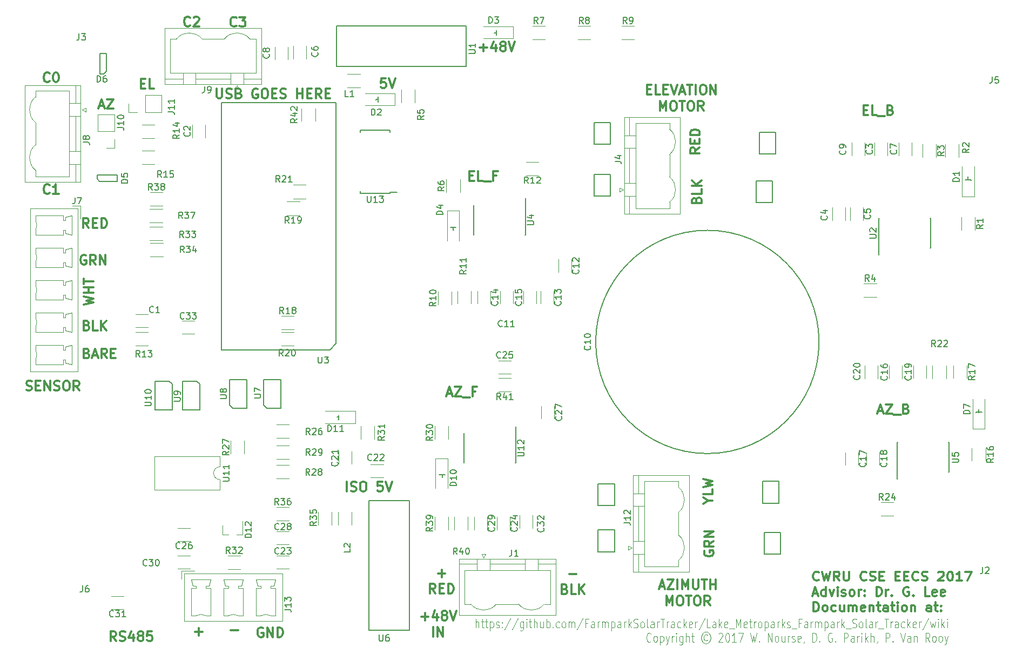
<source format=gto>
G04 #@! TF.FileFunction,Legend,Top*
%FSLAX46Y46*%
G04 Gerber Fmt 4.6, Leading zero omitted, Abs format (unit mm)*
G04 Created by KiCad (PCBNEW 4.0.6) date 11/14/17 15:59:31*
%MOMM*%
%LPD*%
G01*
G04 APERTURE LIST*
%ADD10C,0.100000*%
%ADD11C,0.200000*%
%ADD12C,0.300000*%
%ADD13C,0.125000*%
%ADD14C,0.150000*%
%ADD15C,0.120000*%
G04 APERTURE END LIST*
D10*
D11*
X69951600Y-26009600D02*
X69951600Y-26060400D01*
X70281800Y-26009600D02*
X69951600Y-26009600D01*
X70281800Y-26365200D02*
X70281800Y-26009600D01*
X70281800Y-25552400D02*
X70281800Y-26365200D01*
D12*
X71494687Y-22698971D02*
X70780401Y-22698971D01*
X70708972Y-23413257D01*
X70780401Y-23341829D01*
X70923258Y-23270400D01*
X71280401Y-23270400D01*
X71423258Y-23341829D01*
X71494687Y-23413257D01*
X71566115Y-23556114D01*
X71566115Y-23913257D01*
X71494687Y-24056114D01*
X71423258Y-24127543D01*
X71280401Y-24198971D01*
X70923258Y-24198971D01*
X70780401Y-24127543D01*
X70708972Y-24056114D01*
X71994686Y-22698971D02*
X72494686Y-24198971D01*
X72994686Y-22698971D01*
X48086201Y-14429514D02*
X48014772Y-14500943D01*
X47800486Y-14572371D01*
X47657629Y-14572371D01*
X47443344Y-14500943D01*
X47300486Y-14358086D01*
X47229058Y-14215229D01*
X47157629Y-13929514D01*
X47157629Y-13715229D01*
X47229058Y-13429514D01*
X47300486Y-13286657D01*
X47443344Y-13143800D01*
X47657629Y-13072371D01*
X47800486Y-13072371D01*
X48014772Y-13143800D01*
X48086201Y-13215229D01*
X48586201Y-13072371D02*
X49514772Y-13072371D01*
X49014772Y-13643800D01*
X49229058Y-13643800D01*
X49371915Y-13715229D01*
X49443344Y-13786657D01*
X49514772Y-13929514D01*
X49514772Y-14286657D01*
X49443344Y-14429514D01*
X49371915Y-14500943D01*
X49229058Y-14572371D01*
X48800486Y-14572371D01*
X48657629Y-14500943D01*
X48586201Y-14429514D01*
X40821801Y-14373714D02*
X40750372Y-14445143D01*
X40536086Y-14516571D01*
X40393229Y-14516571D01*
X40178944Y-14445143D01*
X40036086Y-14302286D01*
X39964658Y-14159429D01*
X39893229Y-13873714D01*
X39893229Y-13659429D01*
X39964658Y-13373714D01*
X40036086Y-13230857D01*
X40178944Y-13088000D01*
X40393229Y-13016571D01*
X40536086Y-13016571D01*
X40750372Y-13088000D01*
X40821801Y-13159429D01*
X41393229Y-13159429D02*
X41464658Y-13088000D01*
X41607515Y-13016571D01*
X41964658Y-13016571D01*
X42107515Y-13088000D01*
X42178944Y-13159429D01*
X42250372Y-13302286D01*
X42250372Y-13445143D01*
X42178944Y-13659429D01*
X41321801Y-14516571D01*
X42250372Y-14516571D01*
X18800001Y-40667714D02*
X18728572Y-40739143D01*
X18514286Y-40810571D01*
X18371429Y-40810571D01*
X18157144Y-40739143D01*
X18014286Y-40596286D01*
X17942858Y-40453429D01*
X17871429Y-40167714D01*
X17871429Y-39953429D01*
X17942858Y-39667714D01*
X18014286Y-39524857D01*
X18157144Y-39382000D01*
X18371429Y-39310571D01*
X18514286Y-39310571D01*
X18728572Y-39382000D01*
X18800001Y-39453429D01*
X20228572Y-40810571D02*
X19371429Y-40810571D01*
X19800001Y-40810571D02*
X19800001Y-39310571D01*
X19657144Y-39524857D01*
X19514286Y-39667714D01*
X19371429Y-39739143D01*
X18800001Y-23141714D02*
X18728572Y-23213143D01*
X18514286Y-23284571D01*
X18371429Y-23284571D01*
X18157144Y-23213143D01*
X18014286Y-23070286D01*
X17942858Y-22927429D01*
X17871429Y-22641714D01*
X17871429Y-22427429D01*
X17942858Y-22141714D01*
X18014286Y-21998857D01*
X18157144Y-21856000D01*
X18371429Y-21784571D01*
X18514286Y-21784571D01*
X18728572Y-21856000D01*
X18800001Y-21927429D01*
X19728572Y-21784571D02*
X19871429Y-21784571D01*
X20014286Y-21856000D01*
X20085715Y-21927429D01*
X20157144Y-22070286D01*
X20228572Y-22356000D01*
X20228572Y-22713143D01*
X20157144Y-22998857D01*
X20085715Y-23141714D01*
X20014286Y-23213143D01*
X19871429Y-23284571D01*
X19728572Y-23284571D01*
X19585715Y-23213143D01*
X19514286Y-23141714D01*
X19442858Y-22998857D01*
X19371429Y-22713143D01*
X19371429Y-22356000D01*
X19442858Y-22070286D01*
X19514286Y-21927429D01*
X19585715Y-21856000D01*
X19728572Y-21784571D01*
D11*
X80416400Y-85217000D02*
X80340200Y-85217000D01*
X80416400Y-84861400D02*
X80416400Y-85217000D01*
X79908400Y-84861400D02*
X80797400Y-84861400D01*
X82067400Y-46482000D02*
X82118200Y-46482000D01*
X82067400Y-46050200D02*
X82067400Y-46482000D01*
X82524600Y-46050200D02*
X82067400Y-46050200D01*
X81635600Y-46050200D02*
X82524600Y-46050200D01*
X162788600Y-38074600D02*
X162788600Y-38557200D01*
X163296600Y-38633400D02*
X163296600Y-38709600D01*
X162331400Y-38633400D02*
X163296600Y-38633400D01*
X164465000Y-75057000D02*
X164439600Y-75057000D01*
X164465000Y-74599800D02*
X164465000Y-75057000D01*
X164033200Y-75031600D02*
X164033200Y-75082400D01*
X164465000Y-75031600D02*
X164033200Y-75031600D01*
X164998400Y-75031600D02*
X164465000Y-75031600D01*
X164388800Y-75031600D02*
X164998400Y-75031600D01*
X63881000Y-75793600D02*
X64109600Y-75793600D01*
X64109600Y-76149200D02*
X64058800Y-76149200D01*
X64109600Y-75488800D02*
X64109600Y-76149200D01*
X88823800Y-15544800D02*
X88493600Y-15544800D01*
X88823800Y-15900400D02*
X88849200Y-15900400D01*
X88823800Y-15113000D02*
X88823800Y-15900400D01*
D12*
X33107429Y-23514857D02*
X33607429Y-23514857D01*
X33821715Y-24300571D02*
X33107429Y-24300571D01*
X33107429Y-22800571D01*
X33821715Y-22800571D01*
X35178858Y-24300571D02*
X34464572Y-24300571D01*
X34464572Y-22800571D01*
X26614572Y-27021600D02*
X27328858Y-27021600D01*
X26471715Y-27450171D02*
X26971715Y-25950171D01*
X27471715Y-27450171D01*
X27828858Y-25950171D02*
X28828858Y-25950171D01*
X27828858Y-27450171D01*
X28828858Y-27450171D01*
D13*
X85619982Y-108811933D02*
X85619982Y-107411933D01*
X86091410Y-108811933D02*
X86091410Y-108078600D01*
X86039029Y-107945267D01*
X85934267Y-107878600D01*
X85777125Y-107878600D01*
X85672363Y-107945267D01*
X85619982Y-108011933D01*
X86458077Y-107878600D02*
X86877125Y-107878600D01*
X86615220Y-107411933D02*
X86615220Y-108611933D01*
X86667601Y-108745267D01*
X86772363Y-108811933D01*
X86877125Y-108811933D01*
X87086648Y-107878600D02*
X87505696Y-107878600D01*
X87243791Y-107411933D02*
X87243791Y-108611933D01*
X87296172Y-108745267D01*
X87400934Y-108811933D01*
X87505696Y-108811933D01*
X87872362Y-107878600D02*
X87872362Y-109278600D01*
X87872362Y-107945267D02*
X87977124Y-107878600D01*
X88186647Y-107878600D01*
X88291409Y-107945267D01*
X88343790Y-108011933D01*
X88396171Y-108145267D01*
X88396171Y-108545267D01*
X88343790Y-108678600D01*
X88291409Y-108745267D01*
X88186647Y-108811933D01*
X87977124Y-108811933D01*
X87872362Y-108745267D01*
X88815219Y-108745267D02*
X88919981Y-108811933D01*
X89129505Y-108811933D01*
X89234266Y-108745267D01*
X89286647Y-108611933D01*
X89286647Y-108545267D01*
X89234266Y-108411933D01*
X89129505Y-108345267D01*
X88972362Y-108345267D01*
X88867600Y-108278600D01*
X88815219Y-108145267D01*
X88815219Y-108078600D01*
X88867600Y-107945267D01*
X88972362Y-107878600D01*
X89129505Y-107878600D01*
X89234266Y-107945267D01*
X89758076Y-108678600D02*
X89810457Y-108745267D01*
X89758076Y-108811933D01*
X89705695Y-108745267D01*
X89758076Y-108678600D01*
X89758076Y-108811933D01*
X89758076Y-107945267D02*
X89810457Y-108011933D01*
X89758076Y-108078600D01*
X89705695Y-108011933D01*
X89758076Y-107945267D01*
X89758076Y-108078600D01*
X91067600Y-107345267D02*
X90124743Y-109145267D01*
X92219981Y-107345267D02*
X91277124Y-109145267D01*
X93058076Y-107878600D02*
X93058076Y-109011933D01*
X93005695Y-109145267D01*
X92953314Y-109211933D01*
X92848553Y-109278600D01*
X92691410Y-109278600D01*
X92586648Y-109211933D01*
X93058076Y-108745267D02*
X92953314Y-108811933D01*
X92743791Y-108811933D01*
X92639029Y-108745267D01*
X92586648Y-108678600D01*
X92534267Y-108545267D01*
X92534267Y-108145267D01*
X92586648Y-108011933D01*
X92639029Y-107945267D01*
X92743791Y-107878600D01*
X92953314Y-107878600D01*
X93058076Y-107945267D01*
X93581886Y-108811933D02*
X93581886Y-107878600D01*
X93581886Y-107411933D02*
X93529505Y-107478600D01*
X93581886Y-107545267D01*
X93634267Y-107478600D01*
X93581886Y-107411933D01*
X93581886Y-107545267D01*
X93948553Y-107878600D02*
X94367601Y-107878600D01*
X94105696Y-107411933D02*
X94105696Y-108611933D01*
X94158077Y-108745267D01*
X94262839Y-108811933D01*
X94367601Y-108811933D01*
X94734267Y-108811933D02*
X94734267Y-107411933D01*
X95205695Y-108811933D02*
X95205695Y-108078600D01*
X95153314Y-107945267D01*
X95048552Y-107878600D01*
X94891410Y-107878600D01*
X94786648Y-107945267D01*
X94734267Y-108011933D01*
X96200933Y-107878600D02*
X96200933Y-108811933D01*
X95729505Y-107878600D02*
X95729505Y-108611933D01*
X95781886Y-108745267D01*
X95886648Y-108811933D01*
X96043790Y-108811933D01*
X96148552Y-108745267D01*
X96200933Y-108678600D01*
X96724743Y-108811933D02*
X96724743Y-107411933D01*
X96724743Y-107945267D02*
X96829505Y-107878600D01*
X97039028Y-107878600D01*
X97143790Y-107945267D01*
X97196171Y-108011933D01*
X97248552Y-108145267D01*
X97248552Y-108545267D01*
X97196171Y-108678600D01*
X97143790Y-108745267D01*
X97039028Y-108811933D01*
X96829505Y-108811933D01*
X96724743Y-108745267D01*
X97719981Y-108678600D02*
X97772362Y-108745267D01*
X97719981Y-108811933D01*
X97667600Y-108745267D01*
X97719981Y-108678600D01*
X97719981Y-108811933D01*
X98715219Y-108745267D02*
X98610457Y-108811933D01*
X98400934Y-108811933D01*
X98296172Y-108745267D01*
X98243791Y-108678600D01*
X98191410Y-108545267D01*
X98191410Y-108145267D01*
X98243791Y-108011933D01*
X98296172Y-107945267D01*
X98400934Y-107878600D01*
X98610457Y-107878600D01*
X98715219Y-107945267D01*
X99343791Y-108811933D02*
X99239029Y-108745267D01*
X99186648Y-108678600D01*
X99134267Y-108545267D01*
X99134267Y-108145267D01*
X99186648Y-108011933D01*
X99239029Y-107945267D01*
X99343791Y-107878600D01*
X99500933Y-107878600D01*
X99605695Y-107945267D01*
X99658076Y-108011933D01*
X99710457Y-108145267D01*
X99710457Y-108545267D01*
X99658076Y-108678600D01*
X99605695Y-108745267D01*
X99500933Y-108811933D01*
X99343791Y-108811933D01*
X100181886Y-108811933D02*
X100181886Y-107878600D01*
X100181886Y-108011933D02*
X100234267Y-107945267D01*
X100339029Y-107878600D01*
X100496171Y-107878600D01*
X100600933Y-107945267D01*
X100653314Y-108078600D01*
X100653314Y-108811933D01*
X100653314Y-108078600D02*
X100705695Y-107945267D01*
X100810457Y-107878600D01*
X100967600Y-107878600D01*
X101072362Y-107945267D01*
X101124743Y-108078600D01*
X101124743Y-108811933D01*
X102434267Y-107345267D02*
X101491410Y-109145267D01*
X103167600Y-108078600D02*
X102800934Y-108078600D01*
X102800934Y-108811933D02*
X102800934Y-107411933D01*
X103324743Y-107411933D01*
X104215219Y-108811933D02*
X104215219Y-108078600D01*
X104162838Y-107945267D01*
X104058076Y-107878600D01*
X103848553Y-107878600D01*
X103743791Y-107945267D01*
X104215219Y-108745267D02*
X104110457Y-108811933D01*
X103848553Y-108811933D01*
X103743791Y-108745267D01*
X103691410Y-108611933D01*
X103691410Y-108478600D01*
X103743791Y-108345267D01*
X103848553Y-108278600D01*
X104110457Y-108278600D01*
X104215219Y-108211933D01*
X104739029Y-108811933D02*
X104739029Y-107878600D01*
X104739029Y-108145267D02*
X104791410Y-108011933D01*
X104843791Y-107945267D01*
X104948553Y-107878600D01*
X105053314Y-107878600D01*
X105419981Y-108811933D02*
X105419981Y-107878600D01*
X105419981Y-108011933D02*
X105472362Y-107945267D01*
X105577124Y-107878600D01*
X105734266Y-107878600D01*
X105839028Y-107945267D01*
X105891409Y-108078600D01*
X105891409Y-108811933D01*
X105891409Y-108078600D02*
X105943790Y-107945267D01*
X106048552Y-107878600D01*
X106205695Y-107878600D01*
X106310457Y-107945267D01*
X106362838Y-108078600D01*
X106362838Y-108811933D01*
X106886648Y-107878600D02*
X106886648Y-109278600D01*
X106886648Y-107945267D02*
X106991410Y-107878600D01*
X107200933Y-107878600D01*
X107305695Y-107945267D01*
X107358076Y-108011933D01*
X107410457Y-108145267D01*
X107410457Y-108545267D01*
X107358076Y-108678600D01*
X107305695Y-108745267D01*
X107200933Y-108811933D01*
X106991410Y-108811933D01*
X106886648Y-108745267D01*
X108353314Y-108811933D02*
X108353314Y-108078600D01*
X108300933Y-107945267D01*
X108196171Y-107878600D01*
X107986648Y-107878600D01*
X107881886Y-107945267D01*
X108353314Y-108745267D02*
X108248552Y-108811933D01*
X107986648Y-108811933D01*
X107881886Y-108745267D01*
X107829505Y-108611933D01*
X107829505Y-108478600D01*
X107881886Y-108345267D01*
X107986648Y-108278600D01*
X108248552Y-108278600D01*
X108353314Y-108211933D01*
X108877124Y-108811933D02*
X108877124Y-107878600D01*
X108877124Y-108145267D02*
X108929505Y-108011933D01*
X108981886Y-107945267D01*
X109086648Y-107878600D01*
X109191409Y-107878600D01*
X109558076Y-108811933D02*
X109558076Y-107411933D01*
X109662838Y-108278600D02*
X109977123Y-108811933D01*
X109977123Y-107878600D02*
X109558076Y-108411933D01*
X110396171Y-108745267D02*
X110553314Y-108811933D01*
X110815218Y-108811933D01*
X110919980Y-108745267D01*
X110972361Y-108678600D01*
X111024742Y-108545267D01*
X111024742Y-108411933D01*
X110972361Y-108278600D01*
X110919980Y-108211933D01*
X110815218Y-108145267D01*
X110605695Y-108078600D01*
X110500933Y-108011933D01*
X110448552Y-107945267D01*
X110396171Y-107811933D01*
X110396171Y-107678600D01*
X110448552Y-107545267D01*
X110500933Y-107478600D01*
X110605695Y-107411933D01*
X110867599Y-107411933D01*
X111024742Y-107478600D01*
X111653314Y-108811933D02*
X111548552Y-108745267D01*
X111496171Y-108678600D01*
X111443790Y-108545267D01*
X111443790Y-108145267D01*
X111496171Y-108011933D01*
X111548552Y-107945267D01*
X111653314Y-107878600D01*
X111810456Y-107878600D01*
X111915218Y-107945267D01*
X111967599Y-108011933D01*
X112019980Y-108145267D01*
X112019980Y-108545267D01*
X111967599Y-108678600D01*
X111915218Y-108745267D01*
X111810456Y-108811933D01*
X111653314Y-108811933D01*
X112648552Y-108811933D02*
X112543790Y-108745267D01*
X112491409Y-108611933D01*
X112491409Y-107411933D01*
X113539027Y-108811933D02*
X113539027Y-108078600D01*
X113486646Y-107945267D01*
X113381884Y-107878600D01*
X113172361Y-107878600D01*
X113067599Y-107945267D01*
X113539027Y-108745267D02*
X113434265Y-108811933D01*
X113172361Y-108811933D01*
X113067599Y-108745267D01*
X113015218Y-108611933D01*
X113015218Y-108478600D01*
X113067599Y-108345267D01*
X113172361Y-108278600D01*
X113434265Y-108278600D01*
X113539027Y-108211933D01*
X114062837Y-108811933D02*
X114062837Y-107878600D01*
X114062837Y-108145267D02*
X114115218Y-108011933D01*
X114167599Y-107945267D01*
X114272361Y-107878600D01*
X114377122Y-107878600D01*
X114586646Y-107411933D02*
X115215217Y-107411933D01*
X114900932Y-108811933D02*
X114900932Y-107411933D01*
X115581884Y-108811933D02*
X115581884Y-107878600D01*
X115581884Y-108145267D02*
X115634265Y-108011933D01*
X115686646Y-107945267D01*
X115791408Y-107878600D01*
X115896169Y-107878600D01*
X116734264Y-108811933D02*
X116734264Y-108078600D01*
X116681883Y-107945267D01*
X116577121Y-107878600D01*
X116367598Y-107878600D01*
X116262836Y-107945267D01*
X116734264Y-108745267D02*
X116629502Y-108811933D01*
X116367598Y-108811933D01*
X116262836Y-108745267D01*
X116210455Y-108611933D01*
X116210455Y-108478600D01*
X116262836Y-108345267D01*
X116367598Y-108278600D01*
X116629502Y-108278600D01*
X116734264Y-108211933D01*
X117729502Y-108745267D02*
X117624740Y-108811933D01*
X117415217Y-108811933D01*
X117310455Y-108745267D01*
X117258074Y-108678600D01*
X117205693Y-108545267D01*
X117205693Y-108145267D01*
X117258074Y-108011933D01*
X117310455Y-107945267D01*
X117415217Y-107878600D01*
X117624740Y-107878600D01*
X117729502Y-107945267D01*
X118200931Y-108811933D02*
X118200931Y-107411933D01*
X118305693Y-108278600D02*
X118619978Y-108811933D01*
X118619978Y-107878600D02*
X118200931Y-108411933D01*
X119510454Y-108745267D02*
X119405692Y-108811933D01*
X119196169Y-108811933D01*
X119091407Y-108745267D01*
X119039026Y-108611933D01*
X119039026Y-108078600D01*
X119091407Y-107945267D01*
X119196169Y-107878600D01*
X119405692Y-107878600D01*
X119510454Y-107945267D01*
X119562835Y-108078600D01*
X119562835Y-108211933D01*
X119039026Y-108345267D01*
X120034264Y-108811933D02*
X120034264Y-107878600D01*
X120034264Y-108145267D02*
X120086645Y-108011933D01*
X120139026Y-107945267D01*
X120243788Y-107878600D01*
X120348549Y-107878600D01*
X121500930Y-107345267D02*
X120558073Y-109145267D01*
X122391406Y-108811933D02*
X121867597Y-108811933D01*
X121867597Y-107411933D01*
X123229501Y-108811933D02*
X123229501Y-108078600D01*
X123177120Y-107945267D01*
X123072358Y-107878600D01*
X122862835Y-107878600D01*
X122758073Y-107945267D01*
X123229501Y-108745267D02*
X123124739Y-108811933D01*
X122862835Y-108811933D01*
X122758073Y-108745267D01*
X122705692Y-108611933D01*
X122705692Y-108478600D01*
X122758073Y-108345267D01*
X122862835Y-108278600D01*
X123124739Y-108278600D01*
X123229501Y-108211933D01*
X123753311Y-108811933D02*
X123753311Y-107411933D01*
X123858073Y-108278600D02*
X124172358Y-108811933D01*
X124172358Y-107878600D02*
X123753311Y-108411933D01*
X125062834Y-108745267D02*
X124958072Y-108811933D01*
X124748549Y-108811933D01*
X124643787Y-108745267D01*
X124591406Y-108611933D01*
X124591406Y-108078600D01*
X124643787Y-107945267D01*
X124748549Y-107878600D01*
X124958072Y-107878600D01*
X125062834Y-107945267D01*
X125115215Y-108078600D01*
X125115215Y-108211933D01*
X124591406Y-108345267D01*
X125324739Y-108945267D02*
X126162834Y-108945267D01*
X126424739Y-108811933D02*
X126424739Y-107411933D01*
X126791405Y-108411933D01*
X127158072Y-107411933D01*
X127158072Y-108811933D01*
X128100929Y-108745267D02*
X127996167Y-108811933D01*
X127786644Y-108811933D01*
X127681882Y-108745267D01*
X127629501Y-108611933D01*
X127629501Y-108078600D01*
X127681882Y-107945267D01*
X127786644Y-107878600D01*
X127996167Y-107878600D01*
X128100929Y-107945267D01*
X128153310Y-108078600D01*
X128153310Y-108211933D01*
X127629501Y-108345267D01*
X128467596Y-107878600D02*
X128886644Y-107878600D01*
X128624739Y-107411933D02*
X128624739Y-108611933D01*
X128677120Y-108745267D01*
X128781882Y-108811933D01*
X128886644Y-108811933D01*
X129253310Y-108811933D02*
X129253310Y-107878600D01*
X129253310Y-108145267D02*
X129305691Y-108011933D01*
X129358072Y-107945267D01*
X129462834Y-107878600D01*
X129567595Y-107878600D01*
X130091405Y-108811933D02*
X129986643Y-108745267D01*
X129934262Y-108678600D01*
X129881881Y-108545267D01*
X129881881Y-108145267D01*
X129934262Y-108011933D01*
X129986643Y-107945267D01*
X130091405Y-107878600D01*
X130248547Y-107878600D01*
X130353309Y-107945267D01*
X130405690Y-108011933D01*
X130458071Y-108145267D01*
X130458071Y-108545267D01*
X130405690Y-108678600D01*
X130353309Y-108745267D01*
X130248547Y-108811933D01*
X130091405Y-108811933D01*
X130929500Y-107878600D02*
X130929500Y-109278600D01*
X130929500Y-107945267D02*
X131034262Y-107878600D01*
X131243785Y-107878600D01*
X131348547Y-107945267D01*
X131400928Y-108011933D01*
X131453309Y-108145267D01*
X131453309Y-108545267D01*
X131400928Y-108678600D01*
X131348547Y-108745267D01*
X131243785Y-108811933D01*
X131034262Y-108811933D01*
X130929500Y-108745267D01*
X132396166Y-108811933D02*
X132396166Y-108078600D01*
X132343785Y-107945267D01*
X132239023Y-107878600D01*
X132029500Y-107878600D01*
X131924738Y-107945267D01*
X132396166Y-108745267D02*
X132291404Y-108811933D01*
X132029500Y-108811933D01*
X131924738Y-108745267D01*
X131872357Y-108611933D01*
X131872357Y-108478600D01*
X131924738Y-108345267D01*
X132029500Y-108278600D01*
X132291404Y-108278600D01*
X132396166Y-108211933D01*
X132919976Y-108811933D02*
X132919976Y-107878600D01*
X132919976Y-108145267D02*
X132972357Y-108011933D01*
X133024738Y-107945267D01*
X133129500Y-107878600D01*
X133234261Y-107878600D01*
X133600928Y-108811933D02*
X133600928Y-107411933D01*
X133705690Y-108278600D02*
X134019975Y-108811933D01*
X134019975Y-107878600D02*
X133600928Y-108411933D01*
X134439023Y-108745267D02*
X134543785Y-108811933D01*
X134753309Y-108811933D01*
X134858070Y-108745267D01*
X134910451Y-108611933D01*
X134910451Y-108545267D01*
X134858070Y-108411933D01*
X134753309Y-108345267D01*
X134596166Y-108345267D01*
X134491404Y-108278600D01*
X134439023Y-108145267D01*
X134439023Y-108078600D01*
X134491404Y-107945267D01*
X134596166Y-107878600D01*
X134753309Y-107878600D01*
X134858070Y-107945267D01*
X135119975Y-108945267D02*
X135958070Y-108945267D01*
X136586641Y-108078600D02*
X136219975Y-108078600D01*
X136219975Y-108811933D02*
X136219975Y-107411933D01*
X136743784Y-107411933D01*
X137634260Y-108811933D02*
X137634260Y-108078600D01*
X137581879Y-107945267D01*
X137477117Y-107878600D01*
X137267594Y-107878600D01*
X137162832Y-107945267D01*
X137634260Y-108745267D02*
X137529498Y-108811933D01*
X137267594Y-108811933D01*
X137162832Y-108745267D01*
X137110451Y-108611933D01*
X137110451Y-108478600D01*
X137162832Y-108345267D01*
X137267594Y-108278600D01*
X137529498Y-108278600D01*
X137634260Y-108211933D01*
X138158070Y-108811933D02*
X138158070Y-107878600D01*
X138158070Y-108145267D02*
X138210451Y-108011933D01*
X138262832Y-107945267D01*
X138367594Y-107878600D01*
X138472355Y-107878600D01*
X138839022Y-108811933D02*
X138839022Y-107878600D01*
X138839022Y-108011933D02*
X138891403Y-107945267D01*
X138996165Y-107878600D01*
X139153307Y-107878600D01*
X139258069Y-107945267D01*
X139310450Y-108078600D01*
X139310450Y-108811933D01*
X139310450Y-108078600D02*
X139362831Y-107945267D01*
X139467593Y-107878600D01*
X139624736Y-107878600D01*
X139729498Y-107945267D01*
X139781879Y-108078600D01*
X139781879Y-108811933D01*
X140305689Y-107878600D02*
X140305689Y-109278600D01*
X140305689Y-107945267D02*
X140410451Y-107878600D01*
X140619974Y-107878600D01*
X140724736Y-107945267D01*
X140777117Y-108011933D01*
X140829498Y-108145267D01*
X140829498Y-108545267D01*
X140777117Y-108678600D01*
X140724736Y-108745267D01*
X140619974Y-108811933D01*
X140410451Y-108811933D01*
X140305689Y-108745267D01*
X141772355Y-108811933D02*
X141772355Y-108078600D01*
X141719974Y-107945267D01*
X141615212Y-107878600D01*
X141405689Y-107878600D01*
X141300927Y-107945267D01*
X141772355Y-108745267D02*
X141667593Y-108811933D01*
X141405689Y-108811933D01*
X141300927Y-108745267D01*
X141248546Y-108611933D01*
X141248546Y-108478600D01*
X141300927Y-108345267D01*
X141405689Y-108278600D01*
X141667593Y-108278600D01*
X141772355Y-108211933D01*
X142296165Y-108811933D02*
X142296165Y-107878600D01*
X142296165Y-108145267D02*
X142348546Y-108011933D01*
X142400927Y-107945267D01*
X142505689Y-107878600D01*
X142610450Y-107878600D01*
X142977117Y-108811933D02*
X142977117Y-107411933D01*
X143081879Y-108278600D02*
X143396164Y-108811933D01*
X143396164Y-107878600D02*
X142977117Y-108411933D01*
X143605688Y-108945267D02*
X144443783Y-108945267D01*
X144653307Y-108745267D02*
X144810450Y-108811933D01*
X145072354Y-108811933D01*
X145177116Y-108745267D01*
X145229497Y-108678600D01*
X145281878Y-108545267D01*
X145281878Y-108411933D01*
X145229497Y-108278600D01*
X145177116Y-108211933D01*
X145072354Y-108145267D01*
X144862831Y-108078600D01*
X144758069Y-108011933D01*
X144705688Y-107945267D01*
X144653307Y-107811933D01*
X144653307Y-107678600D01*
X144705688Y-107545267D01*
X144758069Y-107478600D01*
X144862831Y-107411933D01*
X145124735Y-107411933D01*
X145281878Y-107478600D01*
X145910450Y-108811933D02*
X145805688Y-108745267D01*
X145753307Y-108678600D01*
X145700926Y-108545267D01*
X145700926Y-108145267D01*
X145753307Y-108011933D01*
X145805688Y-107945267D01*
X145910450Y-107878600D01*
X146067592Y-107878600D01*
X146172354Y-107945267D01*
X146224735Y-108011933D01*
X146277116Y-108145267D01*
X146277116Y-108545267D01*
X146224735Y-108678600D01*
X146172354Y-108745267D01*
X146067592Y-108811933D01*
X145910450Y-108811933D01*
X146905688Y-108811933D02*
X146800926Y-108745267D01*
X146748545Y-108611933D01*
X146748545Y-107411933D01*
X147796163Y-108811933D02*
X147796163Y-108078600D01*
X147743782Y-107945267D01*
X147639020Y-107878600D01*
X147429497Y-107878600D01*
X147324735Y-107945267D01*
X147796163Y-108745267D02*
X147691401Y-108811933D01*
X147429497Y-108811933D01*
X147324735Y-108745267D01*
X147272354Y-108611933D01*
X147272354Y-108478600D01*
X147324735Y-108345267D01*
X147429497Y-108278600D01*
X147691401Y-108278600D01*
X147796163Y-108211933D01*
X148319973Y-108811933D02*
X148319973Y-107878600D01*
X148319973Y-108145267D02*
X148372354Y-108011933D01*
X148424735Y-107945267D01*
X148529497Y-107878600D01*
X148634258Y-107878600D01*
X148739020Y-108945267D02*
X149577115Y-108945267D01*
X149681877Y-107411933D02*
X150310448Y-107411933D01*
X149996163Y-108811933D02*
X149996163Y-107411933D01*
X150677115Y-108811933D02*
X150677115Y-107878600D01*
X150677115Y-108145267D02*
X150729496Y-108011933D01*
X150781877Y-107945267D01*
X150886639Y-107878600D01*
X150991400Y-107878600D01*
X151829495Y-108811933D02*
X151829495Y-108078600D01*
X151777114Y-107945267D01*
X151672352Y-107878600D01*
X151462829Y-107878600D01*
X151358067Y-107945267D01*
X151829495Y-108745267D02*
X151724733Y-108811933D01*
X151462829Y-108811933D01*
X151358067Y-108745267D01*
X151305686Y-108611933D01*
X151305686Y-108478600D01*
X151358067Y-108345267D01*
X151462829Y-108278600D01*
X151724733Y-108278600D01*
X151829495Y-108211933D01*
X152824733Y-108745267D02*
X152719971Y-108811933D01*
X152510448Y-108811933D01*
X152405686Y-108745267D01*
X152353305Y-108678600D01*
X152300924Y-108545267D01*
X152300924Y-108145267D01*
X152353305Y-108011933D01*
X152405686Y-107945267D01*
X152510448Y-107878600D01*
X152719971Y-107878600D01*
X152824733Y-107945267D01*
X153296162Y-108811933D02*
X153296162Y-107411933D01*
X153400924Y-108278600D02*
X153715209Y-108811933D01*
X153715209Y-107878600D02*
X153296162Y-108411933D01*
X154605685Y-108745267D02*
X154500923Y-108811933D01*
X154291400Y-108811933D01*
X154186638Y-108745267D01*
X154134257Y-108611933D01*
X154134257Y-108078600D01*
X154186638Y-107945267D01*
X154291400Y-107878600D01*
X154500923Y-107878600D01*
X154605685Y-107945267D01*
X154658066Y-108078600D01*
X154658066Y-108211933D01*
X154134257Y-108345267D01*
X155129495Y-108811933D02*
X155129495Y-107878600D01*
X155129495Y-108145267D02*
X155181876Y-108011933D01*
X155234257Y-107945267D01*
X155339019Y-107878600D01*
X155443780Y-107878600D01*
X156596161Y-107345267D02*
X155653304Y-109145267D01*
X156858066Y-107878600D02*
X157067590Y-108811933D01*
X157277113Y-108145267D01*
X157486637Y-108811933D01*
X157696161Y-107878600D01*
X158115209Y-108811933D02*
X158115209Y-107878600D01*
X158115209Y-107411933D02*
X158062828Y-107478600D01*
X158115209Y-107545267D01*
X158167590Y-107478600D01*
X158115209Y-107411933D01*
X158115209Y-107545267D01*
X158639019Y-108811933D02*
X158639019Y-107411933D01*
X158743781Y-108278600D02*
X159058066Y-108811933D01*
X159058066Y-107878600D02*
X158639019Y-108411933D01*
X159529495Y-108811933D02*
X159529495Y-107878600D01*
X159529495Y-107411933D02*
X159477114Y-107478600D01*
X159529495Y-107545267D01*
X159581876Y-107478600D01*
X159529495Y-107411933D01*
X159529495Y-107545267D01*
X113067593Y-110903600D02*
X113015212Y-110970267D01*
X112858069Y-111036933D01*
X112753307Y-111036933D01*
X112596165Y-110970267D01*
X112491403Y-110836933D01*
X112439022Y-110703600D01*
X112386641Y-110436933D01*
X112386641Y-110236933D01*
X112439022Y-109970267D01*
X112491403Y-109836933D01*
X112596165Y-109703600D01*
X112753307Y-109636933D01*
X112858069Y-109636933D01*
X113015212Y-109703600D01*
X113067593Y-109770267D01*
X113696165Y-111036933D02*
X113591403Y-110970267D01*
X113539022Y-110903600D01*
X113486641Y-110770267D01*
X113486641Y-110370267D01*
X113539022Y-110236933D01*
X113591403Y-110170267D01*
X113696165Y-110103600D01*
X113853307Y-110103600D01*
X113958069Y-110170267D01*
X114010450Y-110236933D01*
X114062831Y-110370267D01*
X114062831Y-110770267D01*
X114010450Y-110903600D01*
X113958069Y-110970267D01*
X113853307Y-111036933D01*
X113696165Y-111036933D01*
X114534260Y-110103600D02*
X114534260Y-111503600D01*
X114534260Y-110170267D02*
X114639022Y-110103600D01*
X114848545Y-110103600D01*
X114953307Y-110170267D01*
X115005688Y-110236933D01*
X115058069Y-110370267D01*
X115058069Y-110770267D01*
X115005688Y-110903600D01*
X114953307Y-110970267D01*
X114848545Y-111036933D01*
X114639022Y-111036933D01*
X114534260Y-110970267D01*
X115424736Y-110103600D02*
X115686641Y-111036933D01*
X115948545Y-110103600D02*
X115686641Y-111036933D01*
X115581879Y-111370267D01*
X115529498Y-111436933D01*
X115424736Y-111503600D01*
X116367593Y-111036933D02*
X116367593Y-110103600D01*
X116367593Y-110370267D02*
X116419974Y-110236933D01*
X116472355Y-110170267D01*
X116577117Y-110103600D01*
X116681878Y-110103600D01*
X117048545Y-111036933D02*
X117048545Y-110103600D01*
X117048545Y-109636933D02*
X116996164Y-109703600D01*
X117048545Y-109770267D01*
X117100926Y-109703600D01*
X117048545Y-109636933D01*
X117048545Y-109770267D01*
X118043783Y-110103600D02*
X118043783Y-111236933D01*
X117991402Y-111370267D01*
X117939021Y-111436933D01*
X117834260Y-111503600D01*
X117677117Y-111503600D01*
X117572355Y-111436933D01*
X118043783Y-110970267D02*
X117939021Y-111036933D01*
X117729498Y-111036933D01*
X117624736Y-110970267D01*
X117572355Y-110903600D01*
X117519974Y-110770267D01*
X117519974Y-110370267D01*
X117572355Y-110236933D01*
X117624736Y-110170267D01*
X117729498Y-110103600D01*
X117939021Y-110103600D01*
X118043783Y-110170267D01*
X118567593Y-111036933D02*
X118567593Y-109636933D01*
X119039021Y-111036933D02*
X119039021Y-110303600D01*
X118986640Y-110170267D01*
X118881878Y-110103600D01*
X118724736Y-110103600D01*
X118619974Y-110170267D01*
X118567593Y-110236933D01*
X119405688Y-110103600D02*
X119824736Y-110103600D01*
X119562831Y-109636933D02*
X119562831Y-110836933D01*
X119615212Y-110970267D01*
X119719974Y-111036933D01*
X119824736Y-111036933D01*
X121919973Y-109970267D02*
X121815211Y-109903600D01*
X121605687Y-109903600D01*
X121500925Y-109970267D01*
X121396163Y-110103600D01*
X121343782Y-110236933D01*
X121343782Y-110503600D01*
X121396163Y-110636933D01*
X121500925Y-110770267D01*
X121605687Y-110836933D01*
X121815211Y-110836933D01*
X121919973Y-110770267D01*
X121710449Y-109436933D02*
X121448544Y-109503600D01*
X121186640Y-109703600D01*
X121029497Y-110036933D01*
X120977116Y-110370267D01*
X121029497Y-110703600D01*
X121186640Y-111036933D01*
X121448544Y-111236933D01*
X121710449Y-111303600D01*
X121972354Y-111236933D01*
X122234259Y-111036933D01*
X122391402Y-110703600D01*
X122443782Y-110370267D01*
X122391402Y-110036933D01*
X122234259Y-109703600D01*
X121972354Y-109503600D01*
X121710449Y-109436933D01*
X123700925Y-109770267D02*
X123753306Y-109703600D01*
X123858068Y-109636933D01*
X124119972Y-109636933D01*
X124224734Y-109703600D01*
X124277115Y-109770267D01*
X124329496Y-109903600D01*
X124329496Y-110036933D01*
X124277115Y-110236933D01*
X123648544Y-111036933D01*
X124329496Y-111036933D01*
X125010449Y-109636933D02*
X125115210Y-109636933D01*
X125219972Y-109703600D01*
X125272353Y-109770267D01*
X125324734Y-109903600D01*
X125377115Y-110170267D01*
X125377115Y-110503600D01*
X125324734Y-110770267D01*
X125272353Y-110903600D01*
X125219972Y-110970267D01*
X125115210Y-111036933D01*
X125010449Y-111036933D01*
X124905687Y-110970267D01*
X124853306Y-110903600D01*
X124800925Y-110770267D01*
X124748544Y-110503600D01*
X124748544Y-110170267D01*
X124800925Y-109903600D01*
X124853306Y-109770267D01*
X124905687Y-109703600D01*
X125010449Y-109636933D01*
X126424734Y-111036933D02*
X125796163Y-111036933D01*
X126110449Y-111036933D02*
X126110449Y-109636933D01*
X126005687Y-109836933D01*
X125900925Y-109970267D01*
X125796163Y-110036933D01*
X126791401Y-109636933D02*
X127524734Y-109636933D01*
X127053306Y-111036933D01*
X128677115Y-109636933D02*
X128939020Y-111036933D01*
X129148543Y-110036933D01*
X129358067Y-111036933D01*
X129619972Y-109636933D01*
X130039020Y-110903600D02*
X130091401Y-110970267D01*
X130039020Y-111036933D01*
X129986639Y-110970267D01*
X130039020Y-110903600D01*
X130039020Y-111036933D01*
X131400925Y-111036933D02*
X131400925Y-109636933D01*
X132029496Y-111036933D01*
X132029496Y-109636933D01*
X132710449Y-111036933D02*
X132605687Y-110970267D01*
X132553306Y-110903600D01*
X132500925Y-110770267D01*
X132500925Y-110370267D01*
X132553306Y-110236933D01*
X132605687Y-110170267D01*
X132710449Y-110103600D01*
X132867591Y-110103600D01*
X132972353Y-110170267D01*
X133024734Y-110236933D01*
X133077115Y-110370267D01*
X133077115Y-110770267D01*
X133024734Y-110903600D01*
X132972353Y-110970267D01*
X132867591Y-111036933D01*
X132710449Y-111036933D01*
X134019972Y-110103600D02*
X134019972Y-111036933D01*
X133548544Y-110103600D02*
X133548544Y-110836933D01*
X133600925Y-110970267D01*
X133705687Y-111036933D01*
X133862829Y-111036933D01*
X133967591Y-110970267D01*
X134019972Y-110903600D01*
X134543782Y-111036933D02*
X134543782Y-110103600D01*
X134543782Y-110370267D02*
X134596163Y-110236933D01*
X134648544Y-110170267D01*
X134753306Y-110103600D01*
X134858067Y-110103600D01*
X135172353Y-110970267D02*
X135277115Y-111036933D01*
X135486639Y-111036933D01*
X135591400Y-110970267D01*
X135643781Y-110836933D01*
X135643781Y-110770267D01*
X135591400Y-110636933D01*
X135486639Y-110570267D01*
X135329496Y-110570267D01*
X135224734Y-110503600D01*
X135172353Y-110370267D01*
X135172353Y-110303600D01*
X135224734Y-110170267D01*
X135329496Y-110103600D01*
X135486639Y-110103600D01*
X135591400Y-110170267D01*
X136534257Y-110970267D02*
X136429495Y-111036933D01*
X136219972Y-111036933D01*
X136115210Y-110970267D01*
X136062829Y-110836933D01*
X136062829Y-110303600D01*
X136115210Y-110170267D01*
X136219972Y-110103600D01*
X136429495Y-110103600D01*
X136534257Y-110170267D01*
X136586638Y-110303600D01*
X136586638Y-110436933D01*
X136062829Y-110570267D01*
X137110448Y-110970267D02*
X137110448Y-111036933D01*
X137058067Y-111170267D01*
X137005686Y-111236933D01*
X138419972Y-111036933D02*
X138419972Y-109636933D01*
X138681877Y-109636933D01*
X138839019Y-109703600D01*
X138943781Y-109836933D01*
X138996162Y-109970267D01*
X139048543Y-110236933D01*
X139048543Y-110436933D01*
X138996162Y-110703600D01*
X138943781Y-110836933D01*
X138839019Y-110970267D01*
X138681877Y-111036933D01*
X138419972Y-111036933D01*
X139519972Y-110903600D02*
X139572353Y-110970267D01*
X139519972Y-111036933D01*
X139467591Y-110970267D01*
X139519972Y-110903600D01*
X139519972Y-111036933D01*
X141458067Y-109703600D02*
X141353305Y-109636933D01*
X141196162Y-109636933D01*
X141039020Y-109703600D01*
X140934258Y-109836933D01*
X140881877Y-109970267D01*
X140829496Y-110236933D01*
X140829496Y-110436933D01*
X140881877Y-110703600D01*
X140934258Y-110836933D01*
X141039020Y-110970267D01*
X141196162Y-111036933D01*
X141300924Y-111036933D01*
X141458067Y-110970267D01*
X141510448Y-110903600D01*
X141510448Y-110436933D01*
X141300924Y-110436933D01*
X141981877Y-110903600D02*
X142034258Y-110970267D01*
X141981877Y-111036933D01*
X141929496Y-110970267D01*
X141981877Y-110903600D01*
X141981877Y-111036933D01*
X143343782Y-111036933D02*
X143343782Y-109636933D01*
X143762829Y-109636933D01*
X143867591Y-109703600D01*
X143919972Y-109770267D01*
X143972353Y-109903600D01*
X143972353Y-110103600D01*
X143919972Y-110236933D01*
X143867591Y-110303600D01*
X143762829Y-110370267D01*
X143343782Y-110370267D01*
X144915210Y-111036933D02*
X144915210Y-110303600D01*
X144862829Y-110170267D01*
X144758067Y-110103600D01*
X144548544Y-110103600D01*
X144443782Y-110170267D01*
X144915210Y-110970267D02*
X144810448Y-111036933D01*
X144548544Y-111036933D01*
X144443782Y-110970267D01*
X144391401Y-110836933D01*
X144391401Y-110703600D01*
X144443782Y-110570267D01*
X144548544Y-110503600D01*
X144810448Y-110503600D01*
X144915210Y-110436933D01*
X145439020Y-111036933D02*
X145439020Y-110103600D01*
X145439020Y-110370267D02*
X145491401Y-110236933D01*
X145543782Y-110170267D01*
X145648544Y-110103600D01*
X145753305Y-110103600D01*
X146119972Y-111036933D02*
X146119972Y-110103600D01*
X146119972Y-109636933D02*
X146067591Y-109703600D01*
X146119972Y-109770267D01*
X146172353Y-109703600D01*
X146119972Y-109636933D01*
X146119972Y-109770267D01*
X146643782Y-111036933D02*
X146643782Y-109636933D01*
X146748544Y-110503600D02*
X147062829Y-111036933D01*
X147062829Y-110103600D02*
X146643782Y-110636933D01*
X147534258Y-111036933D02*
X147534258Y-109636933D01*
X148005686Y-111036933D02*
X148005686Y-110303600D01*
X147953305Y-110170267D01*
X147848543Y-110103600D01*
X147691401Y-110103600D01*
X147586639Y-110170267D01*
X147534258Y-110236933D01*
X148581877Y-110970267D02*
X148581877Y-111036933D01*
X148529496Y-111170267D01*
X148477115Y-111236933D01*
X149891401Y-111036933D02*
X149891401Y-109636933D01*
X150310448Y-109636933D01*
X150415210Y-109703600D01*
X150467591Y-109770267D01*
X150519972Y-109903600D01*
X150519972Y-110103600D01*
X150467591Y-110236933D01*
X150415210Y-110303600D01*
X150310448Y-110370267D01*
X149891401Y-110370267D01*
X150991401Y-110903600D02*
X151043782Y-110970267D01*
X150991401Y-111036933D01*
X150939020Y-110970267D01*
X150991401Y-110903600D01*
X150991401Y-111036933D01*
X152196163Y-109636933D02*
X152562830Y-111036933D01*
X152929496Y-109636933D01*
X153767591Y-111036933D02*
X153767591Y-110303600D01*
X153715210Y-110170267D01*
X153610448Y-110103600D01*
X153400925Y-110103600D01*
X153296163Y-110170267D01*
X153767591Y-110970267D02*
X153662829Y-111036933D01*
X153400925Y-111036933D01*
X153296163Y-110970267D01*
X153243782Y-110836933D01*
X153243782Y-110703600D01*
X153296163Y-110570267D01*
X153400925Y-110503600D01*
X153662829Y-110503600D01*
X153767591Y-110436933D01*
X154291401Y-110103600D02*
X154291401Y-111036933D01*
X154291401Y-110236933D02*
X154343782Y-110170267D01*
X154448544Y-110103600D01*
X154605686Y-110103600D01*
X154710448Y-110170267D01*
X154762829Y-110303600D01*
X154762829Y-111036933D01*
X156753305Y-111036933D02*
X156386639Y-110370267D01*
X156124734Y-111036933D02*
X156124734Y-109636933D01*
X156543781Y-109636933D01*
X156648543Y-109703600D01*
X156700924Y-109770267D01*
X156753305Y-109903600D01*
X156753305Y-110103600D01*
X156700924Y-110236933D01*
X156648543Y-110303600D01*
X156543781Y-110370267D01*
X156124734Y-110370267D01*
X157381877Y-111036933D02*
X157277115Y-110970267D01*
X157224734Y-110903600D01*
X157172353Y-110770267D01*
X157172353Y-110370267D01*
X157224734Y-110236933D01*
X157277115Y-110170267D01*
X157381877Y-110103600D01*
X157539019Y-110103600D01*
X157643781Y-110170267D01*
X157696162Y-110236933D01*
X157748543Y-110370267D01*
X157748543Y-110770267D01*
X157696162Y-110903600D01*
X157643781Y-110970267D01*
X157539019Y-111036933D01*
X157381877Y-111036933D01*
X158377115Y-111036933D02*
X158272353Y-110970267D01*
X158219972Y-110903600D01*
X158167591Y-110770267D01*
X158167591Y-110370267D01*
X158219972Y-110236933D01*
X158272353Y-110170267D01*
X158377115Y-110103600D01*
X158534257Y-110103600D01*
X158639019Y-110170267D01*
X158691400Y-110236933D01*
X158743781Y-110370267D01*
X158743781Y-110770267D01*
X158691400Y-110903600D01*
X158639019Y-110970267D01*
X158534257Y-111036933D01*
X158377115Y-111036933D01*
X159110448Y-110103600D02*
X159372353Y-111036933D01*
X159634257Y-110103600D02*
X159372353Y-111036933D01*
X159267591Y-111370267D01*
X159215210Y-111436933D01*
X159110448Y-111503600D01*
D12*
X139415686Y-101300200D02*
X139344257Y-101366867D01*
X139129971Y-101433533D01*
X138987114Y-101433533D01*
X138772829Y-101366867D01*
X138629971Y-101233533D01*
X138558543Y-101100200D01*
X138487114Y-100833533D01*
X138487114Y-100633533D01*
X138558543Y-100366867D01*
X138629971Y-100233533D01*
X138772829Y-100100200D01*
X138987114Y-100033533D01*
X139129971Y-100033533D01*
X139344257Y-100100200D01*
X139415686Y-100166867D01*
X139915686Y-100033533D02*
X140272829Y-101433533D01*
X140558543Y-100433533D01*
X140844257Y-101433533D01*
X141201400Y-100033533D01*
X142629972Y-101433533D02*
X142129972Y-100766867D01*
X141772829Y-101433533D02*
X141772829Y-100033533D01*
X142344257Y-100033533D01*
X142487115Y-100100200D01*
X142558543Y-100166867D01*
X142629972Y-100300200D01*
X142629972Y-100500200D01*
X142558543Y-100633533D01*
X142487115Y-100700200D01*
X142344257Y-100766867D01*
X141772829Y-100766867D01*
X143272829Y-100033533D02*
X143272829Y-101166867D01*
X143344257Y-101300200D01*
X143415686Y-101366867D01*
X143558543Y-101433533D01*
X143844257Y-101433533D01*
X143987115Y-101366867D01*
X144058543Y-101300200D01*
X144129972Y-101166867D01*
X144129972Y-100033533D01*
X146844258Y-101300200D02*
X146772829Y-101366867D01*
X146558543Y-101433533D01*
X146415686Y-101433533D01*
X146201401Y-101366867D01*
X146058543Y-101233533D01*
X145987115Y-101100200D01*
X145915686Y-100833533D01*
X145915686Y-100633533D01*
X145987115Y-100366867D01*
X146058543Y-100233533D01*
X146201401Y-100100200D01*
X146415686Y-100033533D01*
X146558543Y-100033533D01*
X146772829Y-100100200D01*
X146844258Y-100166867D01*
X147415686Y-101366867D02*
X147629972Y-101433533D01*
X147987115Y-101433533D01*
X148129972Y-101366867D01*
X148201401Y-101300200D01*
X148272829Y-101166867D01*
X148272829Y-101033533D01*
X148201401Y-100900200D01*
X148129972Y-100833533D01*
X147987115Y-100766867D01*
X147701401Y-100700200D01*
X147558543Y-100633533D01*
X147487115Y-100566867D01*
X147415686Y-100433533D01*
X147415686Y-100300200D01*
X147487115Y-100166867D01*
X147558543Y-100100200D01*
X147701401Y-100033533D01*
X148058543Y-100033533D01*
X148272829Y-100100200D01*
X148915686Y-100700200D02*
X149415686Y-100700200D01*
X149629972Y-101433533D02*
X148915686Y-101433533D01*
X148915686Y-100033533D01*
X149629972Y-100033533D01*
X151415686Y-100700200D02*
X151915686Y-100700200D01*
X152129972Y-101433533D02*
X151415686Y-101433533D01*
X151415686Y-100033533D01*
X152129972Y-100033533D01*
X152772829Y-100700200D02*
X153272829Y-100700200D01*
X153487115Y-101433533D02*
X152772829Y-101433533D01*
X152772829Y-100033533D01*
X153487115Y-100033533D01*
X154987115Y-101300200D02*
X154915686Y-101366867D01*
X154701400Y-101433533D01*
X154558543Y-101433533D01*
X154344258Y-101366867D01*
X154201400Y-101233533D01*
X154129972Y-101100200D01*
X154058543Y-100833533D01*
X154058543Y-100633533D01*
X154129972Y-100366867D01*
X154201400Y-100233533D01*
X154344258Y-100100200D01*
X154558543Y-100033533D01*
X154701400Y-100033533D01*
X154915686Y-100100200D01*
X154987115Y-100166867D01*
X155558543Y-101366867D02*
X155772829Y-101433533D01*
X156129972Y-101433533D01*
X156272829Y-101366867D01*
X156344258Y-101300200D01*
X156415686Y-101166867D01*
X156415686Y-101033533D01*
X156344258Y-100900200D01*
X156272829Y-100833533D01*
X156129972Y-100766867D01*
X155844258Y-100700200D01*
X155701400Y-100633533D01*
X155629972Y-100566867D01*
X155558543Y-100433533D01*
X155558543Y-100300200D01*
X155629972Y-100166867D01*
X155701400Y-100100200D01*
X155844258Y-100033533D01*
X156201400Y-100033533D01*
X156415686Y-100100200D01*
X158129971Y-100166867D02*
X158201400Y-100100200D01*
X158344257Y-100033533D01*
X158701400Y-100033533D01*
X158844257Y-100100200D01*
X158915686Y-100166867D01*
X158987114Y-100300200D01*
X158987114Y-100433533D01*
X158915686Y-100633533D01*
X158058543Y-101433533D01*
X158987114Y-101433533D01*
X159915685Y-100033533D02*
X160058542Y-100033533D01*
X160201399Y-100100200D01*
X160272828Y-100166867D01*
X160344257Y-100300200D01*
X160415685Y-100566867D01*
X160415685Y-100900200D01*
X160344257Y-101166867D01*
X160272828Y-101300200D01*
X160201399Y-101366867D01*
X160058542Y-101433533D01*
X159915685Y-101433533D01*
X159772828Y-101366867D01*
X159701399Y-101300200D01*
X159629971Y-101166867D01*
X159558542Y-100900200D01*
X159558542Y-100566867D01*
X159629971Y-100300200D01*
X159701399Y-100166867D01*
X159772828Y-100100200D01*
X159915685Y-100033533D01*
X161844256Y-101433533D02*
X160987113Y-101433533D01*
X161415685Y-101433533D02*
X161415685Y-100033533D01*
X161272828Y-100233533D01*
X161129970Y-100366867D01*
X160987113Y-100433533D01*
X162344256Y-100033533D02*
X163344256Y-100033533D01*
X162701399Y-101433533D01*
X138487114Y-103433533D02*
X139201400Y-103433533D01*
X138344257Y-103833533D02*
X138844257Y-102433533D01*
X139344257Y-103833533D01*
X140487114Y-103833533D02*
X140487114Y-102433533D01*
X140487114Y-103766867D02*
X140344257Y-103833533D01*
X140058543Y-103833533D01*
X139915685Y-103766867D01*
X139844257Y-103700200D01*
X139772828Y-103566867D01*
X139772828Y-103166867D01*
X139844257Y-103033533D01*
X139915685Y-102966867D01*
X140058543Y-102900200D01*
X140344257Y-102900200D01*
X140487114Y-102966867D01*
X141058543Y-102900200D02*
X141415686Y-103833533D01*
X141772828Y-102900200D01*
X142344257Y-103833533D02*
X142344257Y-102900200D01*
X142344257Y-102433533D02*
X142272828Y-102500200D01*
X142344257Y-102566867D01*
X142415685Y-102500200D01*
X142344257Y-102433533D01*
X142344257Y-102566867D01*
X142987114Y-103766867D02*
X143129971Y-103833533D01*
X143415686Y-103833533D01*
X143558543Y-103766867D01*
X143629971Y-103633533D01*
X143629971Y-103566867D01*
X143558543Y-103433533D01*
X143415686Y-103366867D01*
X143201400Y-103366867D01*
X143058543Y-103300200D01*
X142987114Y-103166867D01*
X142987114Y-103100200D01*
X143058543Y-102966867D01*
X143201400Y-102900200D01*
X143415686Y-102900200D01*
X143558543Y-102966867D01*
X144487115Y-103833533D02*
X144344257Y-103766867D01*
X144272829Y-103700200D01*
X144201400Y-103566867D01*
X144201400Y-103166867D01*
X144272829Y-103033533D01*
X144344257Y-102966867D01*
X144487115Y-102900200D01*
X144701400Y-102900200D01*
X144844257Y-102966867D01*
X144915686Y-103033533D01*
X144987115Y-103166867D01*
X144987115Y-103566867D01*
X144915686Y-103700200D01*
X144844257Y-103766867D01*
X144701400Y-103833533D01*
X144487115Y-103833533D01*
X145629972Y-103833533D02*
X145629972Y-102900200D01*
X145629972Y-103166867D02*
X145701400Y-103033533D01*
X145772829Y-102966867D01*
X145915686Y-102900200D01*
X146058543Y-102900200D01*
X146558543Y-103700200D02*
X146629971Y-103766867D01*
X146558543Y-103833533D01*
X146487114Y-103766867D01*
X146558543Y-103700200D01*
X146558543Y-103833533D01*
X146558543Y-102966867D02*
X146629971Y-103033533D01*
X146558543Y-103100200D01*
X146487114Y-103033533D01*
X146558543Y-102966867D01*
X146558543Y-103100200D01*
X148415686Y-103833533D02*
X148415686Y-102433533D01*
X148772829Y-102433533D01*
X148987114Y-102500200D01*
X149129972Y-102633533D01*
X149201400Y-102766867D01*
X149272829Y-103033533D01*
X149272829Y-103233533D01*
X149201400Y-103500200D01*
X149129972Y-103633533D01*
X148987114Y-103766867D01*
X148772829Y-103833533D01*
X148415686Y-103833533D01*
X149915686Y-103833533D02*
X149915686Y-102900200D01*
X149915686Y-103166867D02*
X149987114Y-103033533D01*
X150058543Y-102966867D01*
X150201400Y-102900200D01*
X150344257Y-102900200D01*
X150844257Y-103700200D02*
X150915685Y-103766867D01*
X150844257Y-103833533D01*
X150772828Y-103766867D01*
X150844257Y-103700200D01*
X150844257Y-103833533D01*
X153487114Y-102500200D02*
X153344257Y-102433533D01*
X153129971Y-102433533D01*
X152915686Y-102500200D01*
X152772828Y-102633533D01*
X152701400Y-102766867D01*
X152629971Y-103033533D01*
X152629971Y-103233533D01*
X152701400Y-103500200D01*
X152772828Y-103633533D01*
X152915686Y-103766867D01*
X153129971Y-103833533D01*
X153272828Y-103833533D01*
X153487114Y-103766867D01*
X153558543Y-103700200D01*
X153558543Y-103233533D01*
X153272828Y-103233533D01*
X154201400Y-103700200D02*
X154272828Y-103766867D01*
X154201400Y-103833533D01*
X154129971Y-103766867D01*
X154201400Y-103700200D01*
X154201400Y-103833533D01*
X156772829Y-103833533D02*
X156058543Y-103833533D01*
X156058543Y-102433533D01*
X157844257Y-103766867D02*
X157701400Y-103833533D01*
X157415686Y-103833533D01*
X157272829Y-103766867D01*
X157201400Y-103633533D01*
X157201400Y-103100200D01*
X157272829Y-102966867D01*
X157415686Y-102900200D01*
X157701400Y-102900200D01*
X157844257Y-102966867D01*
X157915686Y-103100200D01*
X157915686Y-103233533D01*
X157201400Y-103366867D01*
X159129971Y-103766867D02*
X158987114Y-103833533D01*
X158701400Y-103833533D01*
X158558543Y-103766867D01*
X158487114Y-103633533D01*
X158487114Y-103100200D01*
X158558543Y-102966867D01*
X158701400Y-102900200D01*
X158987114Y-102900200D01*
X159129971Y-102966867D01*
X159201400Y-103100200D01*
X159201400Y-103233533D01*
X158487114Y-103366867D01*
X138558543Y-106233533D02*
X138558543Y-104833533D01*
X138915686Y-104833533D01*
X139129971Y-104900200D01*
X139272829Y-105033533D01*
X139344257Y-105166867D01*
X139415686Y-105433533D01*
X139415686Y-105633533D01*
X139344257Y-105900200D01*
X139272829Y-106033533D01*
X139129971Y-106166867D01*
X138915686Y-106233533D01*
X138558543Y-106233533D01*
X140272829Y-106233533D02*
X140129971Y-106166867D01*
X140058543Y-106100200D01*
X139987114Y-105966867D01*
X139987114Y-105566867D01*
X140058543Y-105433533D01*
X140129971Y-105366867D01*
X140272829Y-105300200D01*
X140487114Y-105300200D01*
X140629971Y-105366867D01*
X140701400Y-105433533D01*
X140772829Y-105566867D01*
X140772829Y-105966867D01*
X140701400Y-106100200D01*
X140629971Y-106166867D01*
X140487114Y-106233533D01*
X140272829Y-106233533D01*
X142058543Y-106166867D02*
X141915686Y-106233533D01*
X141629972Y-106233533D01*
X141487114Y-106166867D01*
X141415686Y-106100200D01*
X141344257Y-105966867D01*
X141344257Y-105566867D01*
X141415686Y-105433533D01*
X141487114Y-105366867D01*
X141629972Y-105300200D01*
X141915686Y-105300200D01*
X142058543Y-105366867D01*
X143344257Y-105300200D02*
X143344257Y-106233533D01*
X142701400Y-105300200D02*
X142701400Y-106033533D01*
X142772828Y-106166867D01*
X142915686Y-106233533D01*
X143129971Y-106233533D01*
X143272828Y-106166867D01*
X143344257Y-106100200D01*
X144058543Y-106233533D02*
X144058543Y-105300200D01*
X144058543Y-105433533D02*
X144129971Y-105366867D01*
X144272829Y-105300200D01*
X144487114Y-105300200D01*
X144629971Y-105366867D01*
X144701400Y-105500200D01*
X144701400Y-106233533D01*
X144701400Y-105500200D02*
X144772829Y-105366867D01*
X144915686Y-105300200D01*
X145129971Y-105300200D01*
X145272829Y-105366867D01*
X145344257Y-105500200D01*
X145344257Y-106233533D01*
X146629971Y-106166867D02*
X146487114Y-106233533D01*
X146201400Y-106233533D01*
X146058543Y-106166867D01*
X145987114Y-106033533D01*
X145987114Y-105500200D01*
X146058543Y-105366867D01*
X146201400Y-105300200D01*
X146487114Y-105300200D01*
X146629971Y-105366867D01*
X146701400Y-105500200D01*
X146701400Y-105633533D01*
X145987114Y-105766867D01*
X147344257Y-105300200D02*
X147344257Y-106233533D01*
X147344257Y-105433533D02*
X147415685Y-105366867D01*
X147558543Y-105300200D01*
X147772828Y-105300200D01*
X147915685Y-105366867D01*
X147987114Y-105500200D01*
X147987114Y-106233533D01*
X148487114Y-105300200D02*
X149058543Y-105300200D01*
X148701400Y-104833533D02*
X148701400Y-106033533D01*
X148772828Y-106166867D01*
X148915686Y-106233533D01*
X149058543Y-106233533D01*
X150201400Y-106233533D02*
X150201400Y-105500200D01*
X150129971Y-105366867D01*
X149987114Y-105300200D01*
X149701400Y-105300200D01*
X149558543Y-105366867D01*
X150201400Y-106166867D02*
X150058543Y-106233533D01*
X149701400Y-106233533D01*
X149558543Y-106166867D01*
X149487114Y-106033533D01*
X149487114Y-105900200D01*
X149558543Y-105766867D01*
X149701400Y-105700200D01*
X150058543Y-105700200D01*
X150201400Y-105633533D01*
X150701400Y-105300200D02*
X151272829Y-105300200D01*
X150915686Y-104833533D02*
X150915686Y-106033533D01*
X150987114Y-106166867D01*
X151129972Y-106233533D01*
X151272829Y-106233533D01*
X151772829Y-106233533D02*
X151772829Y-105300200D01*
X151772829Y-104833533D02*
X151701400Y-104900200D01*
X151772829Y-104966867D01*
X151844257Y-104900200D01*
X151772829Y-104833533D01*
X151772829Y-104966867D01*
X152701401Y-106233533D02*
X152558543Y-106166867D01*
X152487115Y-106100200D01*
X152415686Y-105966867D01*
X152415686Y-105566867D01*
X152487115Y-105433533D01*
X152558543Y-105366867D01*
X152701401Y-105300200D01*
X152915686Y-105300200D01*
X153058543Y-105366867D01*
X153129972Y-105433533D01*
X153201401Y-105566867D01*
X153201401Y-105966867D01*
X153129972Y-106100200D01*
X153058543Y-106166867D01*
X152915686Y-106233533D01*
X152701401Y-106233533D01*
X153844258Y-105300200D02*
X153844258Y-106233533D01*
X153844258Y-105433533D02*
X153915686Y-105366867D01*
X154058544Y-105300200D01*
X154272829Y-105300200D01*
X154415686Y-105366867D01*
X154487115Y-105500200D01*
X154487115Y-106233533D01*
X156987115Y-106233533D02*
X156987115Y-105500200D01*
X156915686Y-105366867D01*
X156772829Y-105300200D01*
X156487115Y-105300200D01*
X156344258Y-105366867D01*
X156987115Y-106166867D02*
X156844258Y-106233533D01*
X156487115Y-106233533D01*
X156344258Y-106166867D01*
X156272829Y-106033533D01*
X156272829Y-105900200D01*
X156344258Y-105766867D01*
X156487115Y-105700200D01*
X156844258Y-105700200D01*
X156987115Y-105633533D01*
X157487115Y-105300200D02*
X158058544Y-105300200D01*
X157701401Y-104833533D02*
X157701401Y-106033533D01*
X157772829Y-106166867D01*
X157915687Y-106233533D01*
X158058544Y-106233533D01*
X158558544Y-106100200D02*
X158629972Y-106166867D01*
X158558544Y-106233533D01*
X158487115Y-106166867D01*
X158558544Y-106100200D01*
X158558544Y-106233533D01*
X158558544Y-105366867D02*
X158629972Y-105433533D01*
X158558544Y-105500200D01*
X158487115Y-105433533D01*
X158558544Y-105366867D01*
X158558544Y-105500200D01*
X84648943Y-37942057D02*
X85148943Y-37942057D01*
X85363229Y-38727771D02*
X84648943Y-38727771D01*
X84648943Y-37227771D01*
X85363229Y-37227771D01*
X86720372Y-38727771D02*
X86006086Y-38727771D01*
X86006086Y-37227771D01*
X86863229Y-38870629D02*
X88006086Y-38870629D01*
X88863229Y-37942057D02*
X88363229Y-37942057D01*
X88363229Y-38727771D02*
X88363229Y-37227771D01*
X89077515Y-37227771D01*
X146390800Y-27655057D02*
X146890800Y-27655057D01*
X147105086Y-28440771D02*
X146390800Y-28440771D01*
X146390800Y-26940771D01*
X147105086Y-26940771D01*
X148462229Y-28440771D02*
X147747943Y-28440771D01*
X147747943Y-26940771D01*
X148605086Y-28583629D02*
X149747943Y-28583629D01*
X150605086Y-27655057D02*
X150819372Y-27726486D01*
X150890800Y-27797914D01*
X150962229Y-27940771D01*
X150962229Y-28155057D01*
X150890800Y-28297914D01*
X150819372Y-28369343D01*
X150676514Y-28440771D01*
X150105086Y-28440771D01*
X150105086Y-26940771D01*
X150605086Y-26940771D01*
X150747943Y-27012200D01*
X150819372Y-27083629D01*
X150890800Y-27226486D01*
X150890800Y-27369343D01*
X150819372Y-27512200D01*
X150747943Y-27583629D01*
X150605086Y-27655057D01*
X150105086Y-27655057D01*
X148660943Y-74849800D02*
X149375229Y-74849800D01*
X148518086Y-75278371D02*
X149018086Y-73778371D01*
X149518086Y-75278371D01*
X149875229Y-73778371D02*
X150875229Y-73778371D01*
X149875229Y-75278371D01*
X150875229Y-75278371D01*
X151089514Y-75421229D02*
X152232371Y-75421229D01*
X153089514Y-74492657D02*
X153303800Y-74564086D01*
X153375228Y-74635514D01*
X153446657Y-74778371D01*
X153446657Y-74992657D01*
X153375228Y-75135514D01*
X153303800Y-75206943D01*
X153160942Y-75278371D01*
X152589514Y-75278371D01*
X152589514Y-73778371D01*
X153089514Y-73778371D01*
X153232371Y-73849800D01*
X153303800Y-73921229D01*
X153375228Y-74064086D01*
X153375228Y-74206943D01*
X153303800Y-74349800D01*
X153232371Y-74421229D01*
X153089514Y-74492657D01*
X152589514Y-74492657D01*
X81153286Y-72106600D02*
X81867572Y-72106600D01*
X81010429Y-72535171D02*
X81510429Y-71035171D01*
X82010429Y-72535171D01*
X82367572Y-71035171D02*
X83367572Y-71035171D01*
X82367572Y-72535171D01*
X83367572Y-72535171D01*
X83581857Y-72678029D02*
X84724714Y-72678029D01*
X85581857Y-71749457D02*
X85081857Y-71749457D01*
X85081857Y-72535171D02*
X85081857Y-71035171D01*
X85796143Y-71035171D01*
X86257144Y-17887143D02*
X87400001Y-17887143D01*
X86828572Y-18458571D02*
X86828572Y-17315714D01*
X88757144Y-17458571D02*
X88757144Y-18458571D01*
X88400001Y-16887143D02*
X88042858Y-17958571D01*
X88971430Y-17958571D01*
X89757144Y-17601429D02*
X89614286Y-17530000D01*
X89542858Y-17458571D01*
X89471429Y-17315714D01*
X89471429Y-17244286D01*
X89542858Y-17101429D01*
X89614286Y-17030000D01*
X89757144Y-16958571D01*
X90042858Y-16958571D01*
X90185715Y-17030000D01*
X90257144Y-17101429D01*
X90328572Y-17244286D01*
X90328572Y-17315714D01*
X90257144Y-17458571D01*
X90185715Y-17530000D01*
X90042858Y-17601429D01*
X89757144Y-17601429D01*
X89614286Y-17672857D01*
X89542858Y-17744286D01*
X89471429Y-17887143D01*
X89471429Y-18172857D01*
X89542858Y-18315714D01*
X89614286Y-18387143D01*
X89757144Y-18458571D01*
X90042858Y-18458571D01*
X90185715Y-18387143D01*
X90257144Y-18315714D01*
X90328572Y-18172857D01*
X90328572Y-17887143D01*
X90257144Y-17744286D01*
X90185715Y-17672857D01*
X90042858Y-17601429D01*
X90757143Y-16958571D02*
X91257143Y-18458571D01*
X91757143Y-16958571D01*
X65405429Y-87419571D02*
X65405429Y-85919571D01*
X66048286Y-87348143D02*
X66262572Y-87419571D01*
X66619715Y-87419571D01*
X66762572Y-87348143D01*
X66834001Y-87276714D01*
X66905429Y-87133857D01*
X66905429Y-86991000D01*
X66834001Y-86848143D01*
X66762572Y-86776714D01*
X66619715Y-86705286D01*
X66334001Y-86633857D01*
X66191143Y-86562429D01*
X66119715Y-86491000D01*
X66048286Y-86348143D01*
X66048286Y-86205286D01*
X66119715Y-86062429D01*
X66191143Y-85991000D01*
X66334001Y-85919571D01*
X66691143Y-85919571D01*
X66905429Y-85991000D01*
X67834000Y-85919571D02*
X68119714Y-85919571D01*
X68262572Y-85991000D01*
X68405429Y-86133857D01*
X68476857Y-86419571D01*
X68476857Y-86919571D01*
X68405429Y-87205286D01*
X68262572Y-87348143D01*
X68119714Y-87419571D01*
X67834000Y-87419571D01*
X67691143Y-87348143D01*
X67548286Y-87205286D01*
X67476857Y-86919571D01*
X67476857Y-86419571D01*
X67548286Y-86133857D01*
X67691143Y-85991000D01*
X67834000Y-85919571D01*
X70976858Y-85919571D02*
X70262572Y-85919571D01*
X70191143Y-86633857D01*
X70262572Y-86562429D01*
X70405429Y-86491000D01*
X70762572Y-86491000D01*
X70905429Y-86562429D01*
X70976858Y-86633857D01*
X71048286Y-86776714D01*
X71048286Y-87133857D01*
X70976858Y-87276714D01*
X70905429Y-87348143D01*
X70762572Y-87419571D01*
X70405429Y-87419571D01*
X70262572Y-87348143D01*
X70191143Y-87276714D01*
X71476857Y-85919571D02*
X71976857Y-87419571D01*
X72476857Y-85919571D01*
X44990857Y-24324571D02*
X44990857Y-25538857D01*
X45062285Y-25681714D01*
X45133714Y-25753143D01*
X45276571Y-25824571D01*
X45562285Y-25824571D01*
X45705143Y-25753143D01*
X45776571Y-25681714D01*
X45848000Y-25538857D01*
X45848000Y-24324571D01*
X46490857Y-25753143D02*
X46705143Y-25824571D01*
X47062286Y-25824571D01*
X47205143Y-25753143D01*
X47276572Y-25681714D01*
X47348000Y-25538857D01*
X47348000Y-25396000D01*
X47276572Y-25253143D01*
X47205143Y-25181714D01*
X47062286Y-25110286D01*
X46776572Y-25038857D01*
X46633714Y-24967429D01*
X46562286Y-24896000D01*
X46490857Y-24753143D01*
X46490857Y-24610286D01*
X46562286Y-24467429D01*
X46633714Y-24396000D01*
X46776572Y-24324571D01*
X47133714Y-24324571D01*
X47348000Y-24396000D01*
X48490857Y-25038857D02*
X48705143Y-25110286D01*
X48776571Y-25181714D01*
X48848000Y-25324571D01*
X48848000Y-25538857D01*
X48776571Y-25681714D01*
X48705143Y-25753143D01*
X48562285Y-25824571D01*
X47990857Y-25824571D01*
X47990857Y-24324571D01*
X48490857Y-24324571D01*
X48633714Y-24396000D01*
X48705143Y-24467429D01*
X48776571Y-24610286D01*
X48776571Y-24753143D01*
X48705143Y-24896000D01*
X48633714Y-24967429D01*
X48490857Y-25038857D01*
X47990857Y-25038857D01*
X51419428Y-24396000D02*
X51276571Y-24324571D01*
X51062285Y-24324571D01*
X50848000Y-24396000D01*
X50705142Y-24538857D01*
X50633714Y-24681714D01*
X50562285Y-24967429D01*
X50562285Y-25181714D01*
X50633714Y-25467429D01*
X50705142Y-25610286D01*
X50848000Y-25753143D01*
X51062285Y-25824571D01*
X51205142Y-25824571D01*
X51419428Y-25753143D01*
X51490857Y-25681714D01*
X51490857Y-25181714D01*
X51205142Y-25181714D01*
X52419428Y-24324571D02*
X52705142Y-24324571D01*
X52848000Y-24396000D01*
X52990857Y-24538857D01*
X53062285Y-24824571D01*
X53062285Y-25324571D01*
X52990857Y-25610286D01*
X52848000Y-25753143D01*
X52705142Y-25824571D01*
X52419428Y-25824571D01*
X52276571Y-25753143D01*
X52133714Y-25610286D01*
X52062285Y-25324571D01*
X52062285Y-24824571D01*
X52133714Y-24538857D01*
X52276571Y-24396000D01*
X52419428Y-24324571D01*
X53705143Y-25038857D02*
X54205143Y-25038857D01*
X54419429Y-25824571D02*
X53705143Y-25824571D01*
X53705143Y-24324571D01*
X54419429Y-24324571D01*
X54990857Y-25753143D02*
X55205143Y-25824571D01*
X55562286Y-25824571D01*
X55705143Y-25753143D01*
X55776572Y-25681714D01*
X55848000Y-25538857D01*
X55848000Y-25396000D01*
X55776572Y-25253143D01*
X55705143Y-25181714D01*
X55562286Y-25110286D01*
X55276572Y-25038857D01*
X55133714Y-24967429D01*
X55062286Y-24896000D01*
X54990857Y-24753143D01*
X54990857Y-24610286D01*
X55062286Y-24467429D01*
X55133714Y-24396000D01*
X55276572Y-24324571D01*
X55633714Y-24324571D01*
X55848000Y-24396000D01*
X57633714Y-25824571D02*
X57633714Y-24324571D01*
X57633714Y-25038857D02*
X58490857Y-25038857D01*
X58490857Y-25824571D02*
X58490857Y-24324571D01*
X59205143Y-25038857D02*
X59705143Y-25038857D01*
X59919429Y-25824571D02*
X59205143Y-25824571D01*
X59205143Y-24324571D01*
X59919429Y-24324571D01*
X61419429Y-25824571D02*
X60919429Y-25110286D01*
X60562286Y-25824571D02*
X60562286Y-24324571D01*
X61133714Y-24324571D01*
X61276572Y-24396000D01*
X61348000Y-24467429D01*
X61419429Y-24610286D01*
X61419429Y-24824571D01*
X61348000Y-24967429D01*
X61276572Y-25038857D01*
X61133714Y-25110286D01*
X60562286Y-25110286D01*
X62062286Y-25038857D02*
X62562286Y-25038857D01*
X62776572Y-25824571D02*
X62062286Y-25824571D01*
X62062286Y-24324571D01*
X62776572Y-24324571D01*
X24629515Y-65780457D02*
X24843801Y-65851886D01*
X24915229Y-65923314D01*
X24986658Y-66066171D01*
X24986658Y-66280457D01*
X24915229Y-66423314D01*
X24843801Y-66494743D01*
X24700943Y-66566171D01*
X24129515Y-66566171D01*
X24129515Y-65066171D01*
X24629515Y-65066171D01*
X24772372Y-65137600D01*
X24843801Y-65209029D01*
X24915229Y-65351886D01*
X24915229Y-65494743D01*
X24843801Y-65637600D01*
X24772372Y-65709029D01*
X24629515Y-65780457D01*
X24129515Y-65780457D01*
X25558086Y-66137600D02*
X26272372Y-66137600D01*
X25415229Y-66566171D02*
X25915229Y-65066171D01*
X26415229Y-66566171D01*
X27772372Y-66566171D02*
X27272372Y-65851886D01*
X26915229Y-66566171D02*
X26915229Y-65066171D01*
X27486657Y-65066171D01*
X27629515Y-65137600D01*
X27700943Y-65209029D01*
X27772372Y-65351886D01*
X27772372Y-65566171D01*
X27700943Y-65709029D01*
X27629515Y-65780457D01*
X27486657Y-65851886D01*
X26915229Y-65851886D01*
X28415229Y-65780457D02*
X28915229Y-65780457D01*
X29129515Y-66566171D02*
X28415229Y-66566171D01*
X28415229Y-65066171D01*
X29129515Y-65066171D01*
X24632600Y-61411657D02*
X24846886Y-61483086D01*
X24918314Y-61554514D01*
X24989743Y-61697371D01*
X24989743Y-61911657D01*
X24918314Y-62054514D01*
X24846886Y-62125943D01*
X24704028Y-62197371D01*
X24132600Y-62197371D01*
X24132600Y-60697371D01*
X24632600Y-60697371D01*
X24775457Y-60768800D01*
X24846886Y-60840229D01*
X24918314Y-60983086D01*
X24918314Y-61125943D01*
X24846886Y-61268800D01*
X24775457Y-61340229D01*
X24632600Y-61411657D01*
X24132600Y-61411657D01*
X26346886Y-62197371D02*
X25632600Y-62197371D01*
X25632600Y-60697371D01*
X26846886Y-62197371D02*
X26846886Y-60697371D01*
X27704029Y-62197371D02*
X27061172Y-61340229D01*
X27704029Y-60697371D02*
X26846886Y-61554514D01*
X24197571Y-58184800D02*
X25697571Y-57827657D01*
X24626143Y-57541943D01*
X25697571Y-57256229D01*
X24197571Y-56899086D01*
X25697571Y-56327657D02*
X24197571Y-56327657D01*
X24911857Y-56327657D02*
X24911857Y-55470514D01*
X25697571Y-55470514D02*
X24197571Y-55470514D01*
X24197571Y-54970514D02*
X24197571Y-54113371D01*
X25697571Y-54541942D02*
X24197571Y-54541942D01*
X24485743Y-50456400D02*
X24342886Y-50384971D01*
X24128600Y-50384971D01*
X23914315Y-50456400D01*
X23771457Y-50599257D01*
X23700029Y-50742114D01*
X23628600Y-51027829D01*
X23628600Y-51242114D01*
X23700029Y-51527829D01*
X23771457Y-51670686D01*
X23914315Y-51813543D01*
X24128600Y-51884971D01*
X24271457Y-51884971D01*
X24485743Y-51813543D01*
X24557172Y-51742114D01*
X24557172Y-51242114D01*
X24271457Y-51242114D01*
X26057172Y-51884971D02*
X25557172Y-51170686D01*
X25200029Y-51884971D02*
X25200029Y-50384971D01*
X25771457Y-50384971D01*
X25914315Y-50456400D01*
X25985743Y-50527829D01*
X26057172Y-50670686D01*
X26057172Y-50884971D01*
X25985743Y-51027829D01*
X25914315Y-51099257D01*
X25771457Y-51170686D01*
X25200029Y-51170686D01*
X26700029Y-51884971D02*
X26700029Y-50384971D01*
X27557172Y-51884971D01*
X27557172Y-50384971D01*
X24943715Y-46119171D02*
X24443715Y-45404886D01*
X24086572Y-46119171D02*
X24086572Y-44619171D01*
X24658000Y-44619171D01*
X24800858Y-44690600D01*
X24872286Y-44762029D01*
X24943715Y-44904886D01*
X24943715Y-45119171D01*
X24872286Y-45262029D01*
X24800858Y-45333457D01*
X24658000Y-45404886D01*
X24086572Y-45404886D01*
X25586572Y-45333457D02*
X26086572Y-45333457D01*
X26300858Y-46119171D02*
X25586572Y-46119171D01*
X25586572Y-44619171D01*
X26300858Y-44619171D01*
X26943715Y-46119171D02*
X26943715Y-44619171D01*
X27300858Y-44619171D01*
X27515143Y-44690600D01*
X27658001Y-44833457D01*
X27729429Y-44976314D01*
X27800858Y-45262029D01*
X27800858Y-45476314D01*
X27729429Y-45762029D01*
X27658001Y-45904886D01*
X27515143Y-46047743D01*
X27300858Y-46119171D01*
X26943715Y-46119171D01*
X15161143Y-71549343D02*
X15375429Y-71620771D01*
X15732572Y-71620771D01*
X15875429Y-71549343D01*
X15946858Y-71477914D01*
X16018286Y-71335057D01*
X16018286Y-71192200D01*
X15946858Y-71049343D01*
X15875429Y-70977914D01*
X15732572Y-70906486D01*
X15446858Y-70835057D01*
X15304000Y-70763629D01*
X15232572Y-70692200D01*
X15161143Y-70549343D01*
X15161143Y-70406486D01*
X15232572Y-70263629D01*
X15304000Y-70192200D01*
X15446858Y-70120771D01*
X15804000Y-70120771D01*
X16018286Y-70192200D01*
X16661143Y-70835057D02*
X17161143Y-70835057D01*
X17375429Y-71620771D02*
X16661143Y-71620771D01*
X16661143Y-70120771D01*
X17375429Y-70120771D01*
X18018286Y-71620771D02*
X18018286Y-70120771D01*
X18875429Y-71620771D01*
X18875429Y-70120771D01*
X19518286Y-71549343D02*
X19732572Y-71620771D01*
X20089715Y-71620771D01*
X20232572Y-71549343D01*
X20304001Y-71477914D01*
X20375429Y-71335057D01*
X20375429Y-71192200D01*
X20304001Y-71049343D01*
X20232572Y-70977914D01*
X20089715Y-70906486D01*
X19804001Y-70835057D01*
X19661143Y-70763629D01*
X19589715Y-70692200D01*
X19518286Y-70549343D01*
X19518286Y-70406486D01*
X19589715Y-70263629D01*
X19661143Y-70192200D01*
X19804001Y-70120771D01*
X20161143Y-70120771D01*
X20375429Y-70192200D01*
X21304000Y-70120771D02*
X21589714Y-70120771D01*
X21732572Y-70192200D01*
X21875429Y-70335057D01*
X21946857Y-70620771D01*
X21946857Y-71120771D01*
X21875429Y-71406486D01*
X21732572Y-71549343D01*
X21589714Y-71620771D01*
X21304000Y-71620771D01*
X21161143Y-71549343D01*
X21018286Y-71406486D01*
X20946857Y-71120771D01*
X20946857Y-70620771D01*
X21018286Y-70335057D01*
X21161143Y-70192200D01*
X21304000Y-70120771D01*
X23446858Y-71620771D02*
X22946858Y-70906486D01*
X22589715Y-71620771D02*
X22589715Y-70120771D01*
X23161143Y-70120771D01*
X23304001Y-70192200D01*
X23375429Y-70263629D01*
X23446858Y-70406486D01*
X23446858Y-70620771D01*
X23375429Y-70763629D01*
X23304001Y-70835057D01*
X23161143Y-70906486D01*
X22589715Y-70906486D01*
X52247943Y-108851000D02*
X52105086Y-108779571D01*
X51890800Y-108779571D01*
X51676515Y-108851000D01*
X51533657Y-108993857D01*
X51462229Y-109136714D01*
X51390800Y-109422429D01*
X51390800Y-109636714D01*
X51462229Y-109922429D01*
X51533657Y-110065286D01*
X51676515Y-110208143D01*
X51890800Y-110279571D01*
X52033657Y-110279571D01*
X52247943Y-110208143D01*
X52319372Y-110136714D01*
X52319372Y-109636714D01*
X52033657Y-109636714D01*
X52962229Y-110279571D02*
X52962229Y-108779571D01*
X53819372Y-110279571D01*
X53819372Y-108779571D01*
X54533658Y-110279571D02*
X54533658Y-108779571D01*
X54890801Y-108779571D01*
X55105086Y-108851000D01*
X55247944Y-108993857D01*
X55319372Y-109136714D01*
X55390801Y-109422429D01*
X55390801Y-109636714D01*
X55319372Y-109922429D01*
X55247944Y-110065286D01*
X55105086Y-110208143D01*
X54890801Y-110279571D01*
X54533658Y-110279571D01*
X47231372Y-109200143D02*
X48374229Y-109200143D01*
X41643372Y-109454143D02*
X42786229Y-109454143D01*
X42214800Y-110025571D02*
X42214800Y-108882714D01*
X29230144Y-110914571D02*
X28730144Y-110200286D01*
X28373001Y-110914571D02*
X28373001Y-109414571D01*
X28944429Y-109414571D01*
X29087287Y-109486000D01*
X29158715Y-109557429D01*
X29230144Y-109700286D01*
X29230144Y-109914571D01*
X29158715Y-110057429D01*
X29087287Y-110128857D01*
X28944429Y-110200286D01*
X28373001Y-110200286D01*
X29801572Y-110843143D02*
X30015858Y-110914571D01*
X30373001Y-110914571D01*
X30515858Y-110843143D01*
X30587287Y-110771714D01*
X30658715Y-110628857D01*
X30658715Y-110486000D01*
X30587287Y-110343143D01*
X30515858Y-110271714D01*
X30373001Y-110200286D01*
X30087287Y-110128857D01*
X29944429Y-110057429D01*
X29873001Y-109986000D01*
X29801572Y-109843143D01*
X29801572Y-109700286D01*
X29873001Y-109557429D01*
X29944429Y-109486000D01*
X30087287Y-109414571D01*
X30444429Y-109414571D01*
X30658715Y-109486000D01*
X31944429Y-109914571D02*
X31944429Y-110914571D01*
X31587286Y-109343143D02*
X31230143Y-110414571D01*
X32158715Y-110414571D01*
X32944429Y-110057429D02*
X32801571Y-109986000D01*
X32730143Y-109914571D01*
X32658714Y-109771714D01*
X32658714Y-109700286D01*
X32730143Y-109557429D01*
X32801571Y-109486000D01*
X32944429Y-109414571D01*
X33230143Y-109414571D01*
X33373000Y-109486000D01*
X33444429Y-109557429D01*
X33515857Y-109700286D01*
X33515857Y-109771714D01*
X33444429Y-109914571D01*
X33373000Y-109986000D01*
X33230143Y-110057429D01*
X32944429Y-110057429D01*
X32801571Y-110128857D01*
X32730143Y-110200286D01*
X32658714Y-110343143D01*
X32658714Y-110628857D01*
X32730143Y-110771714D01*
X32801571Y-110843143D01*
X32944429Y-110914571D01*
X33230143Y-110914571D01*
X33373000Y-110843143D01*
X33444429Y-110771714D01*
X33515857Y-110628857D01*
X33515857Y-110343143D01*
X33444429Y-110200286D01*
X33373000Y-110128857D01*
X33230143Y-110057429D01*
X34873000Y-109414571D02*
X34158714Y-109414571D01*
X34087285Y-110128857D01*
X34158714Y-110057429D01*
X34301571Y-109986000D01*
X34658714Y-109986000D01*
X34801571Y-110057429D01*
X34873000Y-110128857D01*
X34944428Y-110271714D01*
X34944428Y-110628857D01*
X34873000Y-110771714D01*
X34801571Y-110843143D01*
X34658714Y-110914571D01*
X34301571Y-110914571D01*
X34158714Y-110843143D01*
X34087285Y-110771714D01*
X100266572Y-100432143D02*
X101409429Y-100432143D01*
X99588000Y-102767857D02*
X99802286Y-102839286D01*
X99873714Y-102910714D01*
X99945143Y-103053571D01*
X99945143Y-103267857D01*
X99873714Y-103410714D01*
X99802286Y-103482143D01*
X99659428Y-103553571D01*
X99088000Y-103553571D01*
X99088000Y-102053571D01*
X99588000Y-102053571D01*
X99730857Y-102125000D01*
X99802286Y-102196429D01*
X99873714Y-102339286D01*
X99873714Y-102482143D01*
X99802286Y-102625000D01*
X99730857Y-102696429D01*
X99588000Y-102767857D01*
X99088000Y-102767857D01*
X101302286Y-103553571D02*
X100588000Y-103553571D01*
X100588000Y-102053571D01*
X101802286Y-103553571D02*
X101802286Y-102053571D01*
X102659429Y-103553571D02*
X102016572Y-102696429D01*
X102659429Y-102053571D02*
X101802286Y-102910714D01*
X79692572Y-100305143D02*
X80835429Y-100305143D01*
X80264000Y-100876571D02*
X80264000Y-99733714D01*
X79299715Y-103426571D02*
X78799715Y-102712286D01*
X78442572Y-103426571D02*
X78442572Y-101926571D01*
X79014000Y-101926571D01*
X79156858Y-101998000D01*
X79228286Y-102069429D01*
X79299715Y-102212286D01*
X79299715Y-102426571D01*
X79228286Y-102569429D01*
X79156858Y-102640857D01*
X79014000Y-102712286D01*
X78442572Y-102712286D01*
X79942572Y-102640857D02*
X80442572Y-102640857D01*
X80656858Y-103426571D02*
X79942572Y-103426571D01*
X79942572Y-101926571D01*
X80656858Y-101926571D01*
X81299715Y-103426571D02*
X81299715Y-101926571D01*
X81656858Y-101926571D01*
X81871143Y-101998000D01*
X82014001Y-102140857D01*
X82085429Y-102283714D01*
X82156858Y-102569429D01*
X82156858Y-102783714D01*
X82085429Y-103069429D01*
X82014001Y-103212286D01*
X81871143Y-103355143D01*
X81656858Y-103426571D01*
X81299715Y-103426571D01*
X77062344Y-107086943D02*
X78205201Y-107086943D01*
X77633772Y-107658371D02*
X77633772Y-106515514D01*
X79562344Y-106658371D02*
X79562344Y-107658371D01*
X79205201Y-106086943D02*
X78848058Y-107158371D01*
X79776630Y-107158371D01*
X80562344Y-106801229D02*
X80419486Y-106729800D01*
X80348058Y-106658371D01*
X80276629Y-106515514D01*
X80276629Y-106444086D01*
X80348058Y-106301229D01*
X80419486Y-106229800D01*
X80562344Y-106158371D01*
X80848058Y-106158371D01*
X80990915Y-106229800D01*
X81062344Y-106301229D01*
X81133772Y-106444086D01*
X81133772Y-106515514D01*
X81062344Y-106658371D01*
X80990915Y-106729800D01*
X80848058Y-106801229D01*
X80562344Y-106801229D01*
X80419486Y-106872657D01*
X80348058Y-106944086D01*
X80276629Y-107086943D01*
X80276629Y-107372657D01*
X80348058Y-107515514D01*
X80419486Y-107586943D01*
X80562344Y-107658371D01*
X80848058Y-107658371D01*
X80990915Y-107586943D01*
X81062344Y-107515514D01*
X81133772Y-107372657D01*
X81133772Y-107086943D01*
X81062344Y-106944086D01*
X80990915Y-106872657D01*
X80848058Y-106801229D01*
X81562343Y-106158371D02*
X82062343Y-107658371D01*
X82562343Y-106158371D01*
X78919486Y-110208371D02*
X78919486Y-108708371D01*
X79633772Y-110208371D02*
X79633772Y-108708371D01*
X80490915Y-110208371D01*
X80490915Y-108708371D01*
X112463143Y-24398857D02*
X112963143Y-24398857D01*
X113177429Y-25184571D02*
X112463143Y-25184571D01*
X112463143Y-23684571D01*
X113177429Y-23684571D01*
X114534572Y-25184571D02*
X113820286Y-25184571D01*
X113820286Y-23684571D01*
X115034572Y-24398857D02*
X115534572Y-24398857D01*
X115748858Y-25184571D02*
X115034572Y-25184571D01*
X115034572Y-23684571D01*
X115748858Y-23684571D01*
X116177429Y-23684571D02*
X116677429Y-25184571D01*
X117177429Y-23684571D01*
X117606000Y-24756000D02*
X118320286Y-24756000D01*
X117463143Y-25184571D02*
X117963143Y-23684571D01*
X118463143Y-25184571D01*
X118748857Y-23684571D02*
X119606000Y-23684571D01*
X119177429Y-25184571D02*
X119177429Y-23684571D01*
X120106000Y-25184571D02*
X120106000Y-23684571D01*
X121106000Y-23684571D02*
X121391714Y-23684571D01*
X121534572Y-23756000D01*
X121677429Y-23898857D01*
X121748857Y-24184571D01*
X121748857Y-24684571D01*
X121677429Y-24970286D01*
X121534572Y-25113143D01*
X121391714Y-25184571D01*
X121106000Y-25184571D01*
X120963143Y-25113143D01*
X120820286Y-24970286D01*
X120748857Y-24684571D01*
X120748857Y-24184571D01*
X120820286Y-23898857D01*
X120963143Y-23756000D01*
X121106000Y-23684571D01*
X122391715Y-25184571D02*
X122391715Y-23684571D01*
X123248858Y-25184571D01*
X123248858Y-23684571D01*
X114463143Y-27734571D02*
X114463143Y-26234571D01*
X114963143Y-27306000D01*
X115463143Y-26234571D01*
X115463143Y-27734571D01*
X116463143Y-26234571D02*
X116748857Y-26234571D01*
X116891715Y-26306000D01*
X117034572Y-26448857D01*
X117106000Y-26734571D01*
X117106000Y-27234571D01*
X117034572Y-27520286D01*
X116891715Y-27663143D01*
X116748857Y-27734571D01*
X116463143Y-27734571D01*
X116320286Y-27663143D01*
X116177429Y-27520286D01*
X116106000Y-27234571D01*
X116106000Y-26734571D01*
X116177429Y-26448857D01*
X116320286Y-26306000D01*
X116463143Y-26234571D01*
X117534572Y-26234571D02*
X118391715Y-26234571D01*
X117963144Y-27734571D02*
X117963144Y-26234571D01*
X119177429Y-26234571D02*
X119463143Y-26234571D01*
X119606001Y-26306000D01*
X119748858Y-26448857D01*
X119820286Y-26734571D01*
X119820286Y-27234571D01*
X119748858Y-27520286D01*
X119606001Y-27663143D01*
X119463143Y-27734571D01*
X119177429Y-27734571D01*
X119034572Y-27663143D01*
X118891715Y-27520286D01*
X118820286Y-27234571D01*
X118820286Y-26734571D01*
X118891715Y-26448857D01*
X119034572Y-26306000D01*
X119177429Y-26234571D01*
X121320287Y-27734571D02*
X120820287Y-27020286D01*
X120463144Y-27734571D02*
X120463144Y-26234571D01*
X121034572Y-26234571D01*
X121177430Y-26306000D01*
X121248858Y-26377429D01*
X121320287Y-26520286D01*
X121320287Y-26734571D01*
X121248858Y-26877429D01*
X121177430Y-26948857D01*
X121034572Y-27020286D01*
X120463144Y-27020286D01*
X120212657Y-41763000D02*
X120284086Y-41548714D01*
X120355514Y-41477286D01*
X120498371Y-41405857D01*
X120712657Y-41405857D01*
X120855514Y-41477286D01*
X120926943Y-41548714D01*
X120998371Y-41691572D01*
X120998371Y-42263000D01*
X119498371Y-42263000D01*
X119498371Y-41763000D01*
X119569800Y-41620143D01*
X119641229Y-41548714D01*
X119784086Y-41477286D01*
X119926943Y-41477286D01*
X120069800Y-41548714D01*
X120141229Y-41620143D01*
X120212657Y-41763000D01*
X120212657Y-42263000D01*
X120998371Y-40048714D02*
X120998371Y-40763000D01*
X119498371Y-40763000D01*
X120998371Y-39548714D02*
X119498371Y-39548714D01*
X120998371Y-38691571D02*
X120141229Y-39334428D01*
X119498371Y-38691571D02*
X120355514Y-39548714D01*
X120718971Y-33552485D02*
X120004686Y-34052485D01*
X120718971Y-34409628D02*
X119218971Y-34409628D01*
X119218971Y-33838200D01*
X119290400Y-33695342D01*
X119361829Y-33623914D01*
X119504686Y-33552485D01*
X119718971Y-33552485D01*
X119861829Y-33623914D01*
X119933257Y-33695342D01*
X120004686Y-33838200D01*
X120004686Y-34409628D01*
X119933257Y-32909628D02*
X119933257Y-32409628D01*
X120718971Y-32195342D02*
X120718971Y-32909628D01*
X119218971Y-32909628D01*
X119218971Y-32195342D01*
X120718971Y-31552485D02*
X119218971Y-31552485D01*
X119218971Y-31195342D01*
X119290400Y-30981057D01*
X119433257Y-30838199D01*
X119576114Y-30766771D01*
X119861829Y-30695342D01*
X120076114Y-30695342D01*
X120361829Y-30766771D01*
X120504686Y-30838199D01*
X120647543Y-30981057D01*
X120718971Y-31195342D01*
X120718971Y-31552485D01*
X114443428Y-102353000D02*
X115157714Y-102353000D01*
X114300571Y-102781571D02*
X114800571Y-101281571D01*
X115300571Y-102781571D01*
X115657714Y-101281571D02*
X116657714Y-101281571D01*
X115657714Y-102781571D01*
X116657714Y-102781571D01*
X117229142Y-102781571D02*
X117229142Y-101281571D01*
X117943428Y-102781571D02*
X117943428Y-101281571D01*
X118443428Y-102353000D01*
X118943428Y-101281571D01*
X118943428Y-102781571D01*
X119657714Y-101281571D02*
X119657714Y-102495857D01*
X119729142Y-102638714D01*
X119800571Y-102710143D01*
X119943428Y-102781571D01*
X120229142Y-102781571D01*
X120372000Y-102710143D01*
X120443428Y-102638714D01*
X120514857Y-102495857D01*
X120514857Y-101281571D01*
X121014857Y-101281571D02*
X121872000Y-101281571D01*
X121443429Y-102781571D02*
X121443429Y-101281571D01*
X122372000Y-102781571D02*
X122372000Y-101281571D01*
X122372000Y-101995857D02*
X123229143Y-101995857D01*
X123229143Y-102781571D02*
X123229143Y-101281571D01*
X115479143Y-105331571D02*
X115479143Y-103831571D01*
X115979143Y-104903000D01*
X116479143Y-103831571D01*
X116479143Y-105331571D01*
X117479143Y-103831571D02*
X117764857Y-103831571D01*
X117907715Y-103903000D01*
X118050572Y-104045857D01*
X118122000Y-104331571D01*
X118122000Y-104831571D01*
X118050572Y-105117286D01*
X117907715Y-105260143D01*
X117764857Y-105331571D01*
X117479143Y-105331571D01*
X117336286Y-105260143D01*
X117193429Y-105117286D01*
X117122000Y-104831571D01*
X117122000Y-104331571D01*
X117193429Y-104045857D01*
X117336286Y-103903000D01*
X117479143Y-103831571D01*
X118550572Y-103831571D02*
X119407715Y-103831571D01*
X118979144Y-105331571D02*
X118979144Y-103831571D01*
X120193429Y-103831571D02*
X120479143Y-103831571D01*
X120622001Y-103903000D01*
X120764858Y-104045857D01*
X120836286Y-104331571D01*
X120836286Y-104831571D01*
X120764858Y-105117286D01*
X120622001Y-105260143D01*
X120479143Y-105331571D01*
X120193429Y-105331571D01*
X120050572Y-105260143D01*
X119907715Y-105117286D01*
X119836286Y-104831571D01*
X119836286Y-104331571D01*
X119907715Y-104045857D01*
X120050572Y-103903000D01*
X120193429Y-103831571D01*
X122336287Y-105331571D02*
X121836287Y-104617286D01*
X121479144Y-105331571D02*
X121479144Y-103831571D01*
X122050572Y-103831571D01*
X122193430Y-103903000D01*
X122264858Y-103974429D01*
X122336287Y-104117286D01*
X122336287Y-104331571D01*
X122264858Y-104474429D01*
X122193430Y-104545857D01*
X122050572Y-104617286D01*
X121479144Y-104617286D01*
X122036686Y-88865686D02*
X122750971Y-88865686D01*
X121250971Y-89365686D02*
X122036686Y-88865686D01*
X121250971Y-88365686D01*
X122750971Y-87151400D02*
X122750971Y-87865686D01*
X121250971Y-87865686D01*
X121250971Y-86794257D02*
X122750971Y-86437114D01*
X121679543Y-86151400D01*
X122750971Y-85865686D01*
X121250971Y-85508543D01*
X121474800Y-96773857D02*
X121403371Y-96916714D01*
X121403371Y-97131000D01*
X121474800Y-97345285D01*
X121617657Y-97488143D01*
X121760514Y-97559571D01*
X122046229Y-97631000D01*
X122260514Y-97631000D01*
X122546229Y-97559571D01*
X122689086Y-97488143D01*
X122831943Y-97345285D01*
X122903371Y-97131000D01*
X122903371Y-96988143D01*
X122831943Y-96773857D01*
X122760514Y-96702428D01*
X122260514Y-96702428D01*
X122260514Y-96988143D01*
X122903371Y-95202428D02*
X122189086Y-95702428D01*
X122903371Y-96059571D02*
X121403371Y-96059571D01*
X121403371Y-95488143D01*
X121474800Y-95345285D01*
X121546229Y-95273857D01*
X121689086Y-95202428D01*
X121903371Y-95202428D01*
X122046229Y-95273857D01*
X122117657Y-95345285D01*
X122189086Y-95488143D01*
X122189086Y-96059571D01*
X122903371Y-94559571D02*
X121403371Y-94559571D01*
X122903371Y-93702428D01*
X121403371Y-93702428D01*
D14*
X139420000Y-64008000D02*
G75*
G03X139420000Y-64008000I-17500000J0D01*
G01*
D15*
X155648000Y-35036000D02*
X155648000Y-33036000D01*
X157788000Y-33036000D02*
X157788000Y-35036000D01*
D14*
X63730000Y-26500000D02*
X63730000Y-64250000D01*
X63730000Y-64250000D02*
X62730000Y-65250000D01*
X62730000Y-65250000D02*
X45730000Y-65250000D01*
X45730000Y-65250000D02*
X45730000Y-26500000D01*
X45730000Y-26500000D02*
X63730000Y-26500000D01*
D15*
X32274000Y-61726000D02*
X34274000Y-61726000D01*
X34274000Y-59686000D02*
X32274000Y-59686000D01*
X41144000Y-29988000D02*
X41144000Y-31988000D01*
X43184000Y-31988000D02*
X43184000Y-29988000D01*
X148078000Y-32782000D02*
X148078000Y-34782000D01*
X150118000Y-34782000D02*
X150118000Y-32782000D01*
X143514000Y-44942000D02*
X143514000Y-42942000D01*
X141474000Y-42942000D02*
X141474000Y-44942000D01*
X146308000Y-44942000D02*
X146308000Y-42942000D01*
X144268000Y-42942000D02*
X144268000Y-44942000D01*
X56993600Y-17592800D02*
X56993600Y-19592800D01*
X59033600Y-19592800D02*
X59033600Y-17592800D01*
X151888000Y-32782000D02*
X151888000Y-34782000D01*
X153928000Y-34782000D02*
X153928000Y-32782000D01*
X54098000Y-17745200D02*
X54098000Y-19745200D01*
X56138000Y-19745200D02*
X56138000Y-17745200D01*
X91444000Y-58023000D02*
X91444000Y-56023000D01*
X89404000Y-56023000D02*
X89404000Y-58023000D01*
X100588000Y-53070000D02*
X100588000Y-51070000D01*
X98548000Y-51070000D02*
X98548000Y-53070000D01*
X97794000Y-58023000D02*
X97794000Y-56023000D01*
X95754000Y-56023000D02*
X95754000Y-58023000D01*
X87888000Y-58023000D02*
X87888000Y-56023000D01*
X85848000Y-56023000D02*
X85848000Y-58023000D01*
X93087000Y-56023000D02*
X93087000Y-58023000D01*
X95127000Y-58023000D02*
X95127000Y-56023000D01*
X150397000Y-67726000D02*
X150397000Y-69726000D01*
X152437000Y-69726000D02*
X152437000Y-67726000D01*
X145579000Y-83315000D02*
X145579000Y-81315000D01*
X143539000Y-81315000D02*
X143539000Y-83315000D01*
X148881000Y-83315000D02*
X148881000Y-81315000D01*
X146841000Y-81315000D02*
X146841000Y-83315000D01*
X154174000Y-67707000D02*
X154174000Y-69707000D01*
X156214000Y-69707000D02*
X156214000Y-67707000D01*
X148627000Y-69726000D02*
X148627000Y-67726000D01*
X146587000Y-67726000D02*
X146587000Y-69726000D01*
X64131000Y-81143600D02*
X64131000Y-83143600D01*
X66171000Y-83143600D02*
X66171000Y-81143600D01*
X71154800Y-83231800D02*
X69154800Y-83231800D01*
X69154800Y-85271800D02*
X71154800Y-85271800D01*
X56372000Y-97532000D02*
X54372000Y-97532000D01*
X54372000Y-99572000D02*
X56372000Y-99572000D01*
X90936000Y-93456000D02*
X90936000Y-91456000D01*
X88896000Y-91456000D02*
X88896000Y-93456000D01*
X89170000Y-68965000D02*
X91170000Y-68965000D01*
X91170000Y-66925000D02*
X89170000Y-66925000D01*
X38878000Y-95254000D02*
X40878000Y-95254000D01*
X40878000Y-93214000D02*
X38878000Y-93214000D01*
X97921000Y-76057000D02*
X97921000Y-74057000D01*
X95881000Y-74057000D02*
X95881000Y-76057000D01*
X56372000Y-93722000D02*
X54372000Y-93722000D01*
X54372000Y-95762000D02*
X56372000Y-95762000D01*
X87380000Y-93456000D02*
X87380000Y-91456000D01*
X85340000Y-91456000D02*
X85340000Y-93456000D01*
X38878000Y-99572000D02*
X40878000Y-99572000D01*
X40878000Y-97532000D02*
X38878000Y-97532000D01*
X28464000Y-105922000D02*
X30464000Y-105922000D01*
X30464000Y-103882000D02*
X28464000Y-103882000D01*
X92452000Y-91176600D02*
X92452000Y-93176600D01*
X94492000Y-93176600D02*
X94492000Y-91176600D01*
X161864000Y-41200000D02*
X163764000Y-41200000D01*
X163764000Y-41200000D02*
X163764000Y-36500000D01*
X161864000Y-41200000D02*
X161864000Y-36500000D01*
X91492000Y-16444000D02*
X91492000Y-14544000D01*
X91492000Y-14544000D02*
X86792000Y-14544000D01*
X91492000Y-16444000D02*
X86792000Y-16444000D01*
X83022500Y-43426500D02*
X81122500Y-43426500D01*
X81122500Y-43426500D02*
X81122500Y-48126500D01*
X83022500Y-43426500D02*
X83022500Y-48126500D01*
X81214000Y-82244000D02*
X79314000Y-82244000D01*
X79314000Y-82244000D02*
X79314000Y-86944000D01*
X81214000Y-82244000D02*
X81214000Y-86944000D01*
X66727000Y-76743600D02*
X66727000Y-74843600D01*
X66727000Y-74843600D02*
X62027000Y-74843600D01*
X66727000Y-76743600D02*
X62027000Y-76743600D01*
X67471800Y-24158600D02*
X65471800Y-24158600D01*
X65471800Y-22018600D02*
X67471800Y-22018600D01*
X64055600Y-92668600D02*
X64055600Y-90668600D01*
X66195600Y-90668600D02*
X66195600Y-92668600D01*
X161744000Y-46466000D02*
X161744000Y-44466000D01*
X163884000Y-44466000D02*
X163884000Y-46466000D01*
X159204000Y-35036000D02*
X159204000Y-33036000D01*
X161344000Y-33036000D02*
X161344000Y-35036000D01*
X148447000Y-56950000D02*
X146447000Y-56950000D01*
X146447000Y-54810000D02*
X148447000Y-54810000D01*
X76050800Y-24450800D02*
X76050800Y-26450800D01*
X73910800Y-26450800D02*
X73910800Y-24450800D01*
X83137400Y-38547800D02*
X83137400Y-40547800D01*
X80997400Y-40547800D02*
X80997400Y-38547800D01*
X96504000Y-16564000D02*
X94504000Y-16564000D01*
X94504000Y-14424000D02*
X96504000Y-14424000D01*
X103616000Y-16564000D02*
X101616000Y-16564000D01*
X101616000Y-14424000D02*
X103616000Y-14424000D01*
X110474000Y-16564000D02*
X108474000Y-16564000D01*
X108474000Y-14424000D02*
X110474000Y-14424000D01*
X81842000Y-56150000D02*
X81842000Y-58150000D01*
X79702000Y-58150000D02*
X79702000Y-56150000D01*
X84890000Y-56023000D02*
X84890000Y-58023000D01*
X82750000Y-58023000D02*
X82750000Y-56023000D01*
X93488000Y-35760000D02*
X95488000Y-35760000D01*
X95488000Y-37900000D02*
X93488000Y-37900000D01*
X34274000Y-64570000D02*
X32274000Y-64570000D01*
X32274000Y-62430000D02*
X34274000Y-62430000D01*
X35290000Y-32058000D02*
X33290000Y-32058000D01*
X33290000Y-29918000D02*
X35290000Y-29918000D01*
X35290000Y-36122000D02*
X33290000Y-36122000D01*
X33290000Y-33982000D02*
X35290000Y-33982000D01*
X163395000Y-82661000D02*
X163395000Y-80661000D01*
X165535000Y-80661000D02*
X165535000Y-82661000D01*
X160474000Y-69707000D02*
X160474000Y-67707000D01*
X162614000Y-67707000D02*
X162614000Y-69707000D01*
X57134000Y-62030000D02*
X55134000Y-62030000D01*
X55134000Y-59890000D02*
X57134000Y-59890000D01*
X55997600Y-42008400D02*
X57997600Y-42008400D01*
X57997600Y-44148400D02*
X55997600Y-44148400D01*
X55134000Y-62430000D02*
X57134000Y-62430000D01*
X57134000Y-64570000D02*
X55134000Y-64570000D01*
X58988200Y-41532200D02*
X56988200Y-41532200D01*
X56988200Y-39392200D02*
X58988200Y-39392200D01*
X157205000Y-69726000D02*
X157205000Y-67726000D01*
X159345000Y-67726000D02*
X159345000Y-69726000D01*
X151114000Y-91240000D02*
X149114000Y-91240000D01*
X149114000Y-89100000D02*
X151114000Y-89100000D01*
X54372000Y-76908000D02*
X56372000Y-76908000D01*
X56372000Y-79048000D02*
X54372000Y-79048000D01*
X47190000Y-81518000D02*
X47190000Y-79518000D01*
X49330000Y-79518000D02*
X49330000Y-81518000D01*
X54372000Y-83258000D02*
X56372000Y-83258000D01*
X56372000Y-85398000D02*
X54372000Y-85398000D01*
X54372000Y-80210000D02*
X56372000Y-80210000D01*
X56372000Y-82350000D02*
X54372000Y-82350000D01*
X81334000Y-77232000D02*
X81334000Y-79232000D01*
X79194000Y-79232000D02*
X79194000Y-77232000D01*
X67586200Y-79232000D02*
X67586200Y-77232000D01*
X69726200Y-77232000D02*
X69726200Y-79232000D01*
X48752000Y-99622000D02*
X46752000Y-99622000D01*
X46752000Y-97482000D02*
X48752000Y-97482000D01*
X60906000Y-92694000D02*
X60906000Y-90694000D01*
X63046000Y-90694000D02*
X63046000Y-92694000D01*
X56372000Y-92002000D02*
X54372000Y-92002000D01*
X54372000Y-89862000D02*
X56372000Y-89862000D01*
X81334000Y-91456000D02*
X81334000Y-93456000D01*
X79194000Y-93456000D02*
X79194000Y-91456000D01*
X84382000Y-91456000D02*
X84382000Y-93456000D01*
X82242000Y-93456000D02*
X82242000Y-91456000D01*
X89170000Y-69669000D02*
X91170000Y-69669000D01*
X91170000Y-71809000D02*
X89170000Y-71809000D01*
D14*
X84074000Y-20828000D02*
X63754000Y-20828000D01*
X63754000Y-20828000D02*
X63754000Y-14478000D01*
X63754000Y-14478000D02*
X84074000Y-14478000D01*
X84074000Y-14478000D02*
X84074000Y-20828000D01*
X68834000Y-109220000D02*
X68834000Y-88900000D01*
X68834000Y-88900000D02*
X75184000Y-88900000D01*
X75184000Y-88900000D02*
X75184000Y-109220000D01*
X75184000Y-109220000D02*
X68834000Y-109220000D01*
D15*
X45526000Y-85582000D02*
G75*
G02X45526000Y-83582000I0J1000000D01*
G01*
X45526000Y-83582000D02*
X45526000Y-81932000D01*
X45526000Y-81932000D02*
X35246000Y-81932000D01*
X35246000Y-81932000D02*
X35246000Y-87232000D01*
X35246000Y-87232000D02*
X45526000Y-87232000D01*
X45526000Y-87232000D02*
X45526000Y-85582000D01*
D14*
X132140000Y-42164000D02*
X129540000Y-42164000D01*
X129540000Y-42164000D02*
X129540000Y-38764000D01*
X129540000Y-38764000D02*
X132140000Y-38764000D01*
X132140000Y-38764000D02*
X132140000Y-42164000D01*
X106740000Y-41148000D02*
X104140000Y-41148000D01*
X104140000Y-41148000D02*
X104140000Y-37748000D01*
X104140000Y-37748000D02*
X106740000Y-37748000D01*
X106740000Y-37748000D02*
X106740000Y-41148000D01*
X132648000Y-34544000D02*
X130048000Y-34544000D01*
X130048000Y-34544000D02*
X130048000Y-31144000D01*
X130048000Y-31144000D02*
X132648000Y-31144000D01*
X132648000Y-31144000D02*
X132648000Y-34544000D01*
X106740000Y-33020000D02*
X104140000Y-33020000D01*
X104140000Y-33020000D02*
X104140000Y-29620000D01*
X104140000Y-29620000D02*
X106740000Y-29620000D01*
X106740000Y-29620000D02*
X106740000Y-33020000D01*
X133156000Y-89281000D02*
X130556000Y-89281000D01*
X130556000Y-89281000D02*
X130556000Y-85881000D01*
X130556000Y-85881000D02*
X133156000Y-85881000D01*
X133156000Y-85881000D02*
X133156000Y-89281000D01*
X107375000Y-89662000D02*
X104775000Y-89662000D01*
X104775000Y-89662000D02*
X104775000Y-86262000D01*
X104775000Y-86262000D02*
X107375000Y-86262000D01*
X107375000Y-86262000D02*
X107375000Y-89662000D01*
X133410000Y-97282000D02*
X130810000Y-97282000D01*
X130810000Y-97282000D02*
X130810000Y-93882000D01*
X130810000Y-93882000D02*
X133410000Y-93882000D01*
X133410000Y-93882000D02*
X133410000Y-97282000D01*
X107375000Y-96901000D02*
X104775000Y-96901000D01*
X104775000Y-96901000D02*
X104775000Y-93501000D01*
X104775000Y-93501000D02*
X107375000Y-93501000D01*
X107375000Y-93501000D02*
X107375000Y-96901000D01*
X52848000Y-69886000D02*
X55098000Y-69886000D01*
X55098000Y-69886000D02*
X55098000Y-74386000D01*
X55098000Y-74386000D02*
X52848000Y-74386000D01*
X52848000Y-74386000D02*
X52348000Y-73886000D01*
X52348000Y-73886000D02*
X52348000Y-69886000D01*
X52348000Y-69886000D02*
X52848000Y-69886000D01*
X47514000Y-69886000D02*
X49764000Y-69886000D01*
X49764000Y-69886000D02*
X49764000Y-74386000D01*
X49764000Y-74386000D02*
X47514000Y-74386000D01*
X47514000Y-74386000D02*
X47014000Y-73886000D01*
X47014000Y-73886000D02*
X47014000Y-69886000D01*
X47014000Y-69886000D02*
X47514000Y-69886000D01*
X41894000Y-74640000D02*
X39644000Y-74640000D01*
X39644000Y-74640000D02*
X39644000Y-70140000D01*
X39644000Y-70140000D02*
X41894000Y-70140000D01*
X41894000Y-70140000D02*
X42394000Y-70640000D01*
X42394000Y-70640000D02*
X42394000Y-74640000D01*
X42394000Y-74640000D02*
X41894000Y-74640000D01*
X37576000Y-74640000D02*
X35326000Y-74640000D01*
X35326000Y-74640000D02*
X35326000Y-70140000D01*
X35326000Y-70140000D02*
X37576000Y-70140000D01*
X37576000Y-70140000D02*
X38076000Y-70640000D01*
X38076000Y-70640000D02*
X38076000Y-74640000D01*
X38076000Y-74640000D02*
X37576000Y-74640000D01*
D15*
X146562000Y-34782000D02*
X146562000Y-32782000D01*
X144522000Y-32782000D02*
X144522000Y-34782000D01*
X72950000Y-26908800D02*
X72950000Y-25008800D01*
X72950000Y-25008800D02*
X68250000Y-25008800D01*
X72950000Y-26908800D02*
X68250000Y-26908800D01*
D14*
X26240000Y-37854000D02*
X29440000Y-37854000D01*
X29440000Y-37854000D02*
X29440000Y-38854000D01*
X29440000Y-38854000D02*
X26640000Y-38854000D01*
X26640000Y-38854000D02*
X26240000Y-38454000D01*
X26240000Y-38454000D02*
X26240000Y-37854000D01*
X26678000Y-22020000D02*
X26678000Y-18820000D01*
X26678000Y-18820000D02*
X27678000Y-18820000D01*
X27678000Y-18820000D02*
X27678000Y-21620000D01*
X27678000Y-21620000D02*
X27278000Y-22020000D01*
X27278000Y-22020000D02*
X26678000Y-22020000D01*
D15*
X163515000Y-77649000D02*
X165415000Y-77649000D01*
X165415000Y-77649000D02*
X165415000Y-72949000D01*
X163515000Y-77649000D02*
X163515000Y-72949000D01*
X45918000Y-94232000D02*
X46848000Y-94232000D01*
X49078000Y-94232000D02*
X48148000Y-94232000D01*
X49078000Y-94232000D02*
X49078000Y-92072000D01*
X45918000Y-94232000D02*
X45918000Y-92772000D01*
X29016000Y-28388000D02*
X26356000Y-28388000D01*
X29016000Y-30988000D02*
X29016000Y-28388000D01*
X26356000Y-30988000D02*
X26356000Y-28388000D01*
X29016000Y-30988000D02*
X26356000Y-30988000D01*
X29016000Y-32258000D02*
X29016000Y-33588000D01*
X29016000Y-33588000D02*
X27686000Y-33588000D01*
X36382000Y-28000000D02*
X36382000Y-25340000D01*
X33782000Y-28000000D02*
X36382000Y-28000000D01*
X33782000Y-25340000D02*
X36382000Y-25340000D01*
X33782000Y-28000000D02*
X33782000Y-25340000D01*
X32512000Y-28000000D02*
X31182000Y-28000000D01*
X31182000Y-28000000D02*
X31182000Y-26670000D01*
D14*
X148850000Y-44646000D02*
X148875000Y-44646000D01*
X156900000Y-44646000D02*
X156875000Y-44646000D01*
X156900000Y-49296000D02*
X156875000Y-49296000D01*
X148800000Y-50371000D02*
X148800000Y-44646000D01*
X156900000Y-49296000D02*
X156900000Y-44646000D01*
X93336500Y-47200500D02*
X93311500Y-47200500D01*
X85286500Y-47200500D02*
X85311500Y-47200500D01*
X85286500Y-42550500D02*
X85311500Y-42550500D01*
X93386500Y-41475500D02*
X93386500Y-47200500D01*
X85286500Y-42550500D02*
X85286500Y-47200500D01*
X151710000Y-79736000D02*
X151735000Y-79736000D01*
X159760000Y-79736000D02*
X159735000Y-79736000D01*
X159760000Y-84386000D02*
X159735000Y-84386000D01*
X151660000Y-85461000D02*
X151660000Y-79736000D01*
X159760000Y-84386000D02*
X159760000Y-79736000D01*
X91815000Y-82989000D02*
X91790000Y-82989000D01*
X83765000Y-82989000D02*
X83790000Y-82989000D01*
X83765000Y-78339000D02*
X83790000Y-78339000D01*
X91865000Y-77264000D02*
X91865000Y-82989000D01*
X83765000Y-78339000D02*
X83765000Y-82989000D01*
D15*
X16650155Y-46449647D02*
G75*
G03X16650000Y-44950000I-1700155J749647D01*
G01*
X16650155Y-51529647D02*
G75*
G03X16650000Y-50030000I-1700155J749647D01*
G01*
X16650155Y-56609647D02*
G75*
G03X16650000Y-55110000I-1700155J749647D01*
G01*
X16650155Y-61689647D02*
G75*
G03X16650000Y-60190000I-1700155J749647D01*
G01*
X16650155Y-66769647D02*
G75*
G03X16650000Y-65270000I-1700155J749647D01*
G01*
X23230000Y-43080000D02*
X15820000Y-43080000D01*
X15820000Y-43080000D02*
X15820000Y-68640000D01*
X15820000Y-68640000D02*
X23230000Y-68640000D01*
X23230000Y-68640000D02*
X23230000Y-43080000D01*
X16650000Y-44950000D02*
X16650000Y-44200000D01*
X16650000Y-44200000D02*
X20950000Y-44200000D01*
X20950000Y-44200000D02*
X20950000Y-44950000D01*
X20950000Y-44950000D02*
X21300000Y-44950000D01*
X21300000Y-44950000D02*
X21300000Y-44450000D01*
X21300000Y-44450000D02*
X22300000Y-44200000D01*
X22300000Y-44200000D02*
X22300000Y-47200000D01*
X22300000Y-47200000D02*
X21300000Y-46950000D01*
X21300000Y-46950000D02*
X21300000Y-46450000D01*
X21300000Y-46450000D02*
X20950000Y-46450000D01*
X20950000Y-46450000D02*
X20950000Y-47200000D01*
X20950000Y-47200000D02*
X16650000Y-47200000D01*
X16650000Y-47200000D02*
X16650000Y-46450000D01*
X16650000Y-50030000D02*
X16650000Y-49280000D01*
X16650000Y-49280000D02*
X20950000Y-49280000D01*
X20950000Y-49280000D02*
X20950000Y-50030000D01*
X20950000Y-50030000D02*
X21300000Y-50030000D01*
X21300000Y-50030000D02*
X21300000Y-49530000D01*
X21300000Y-49530000D02*
X22300000Y-49280000D01*
X22300000Y-49280000D02*
X22300000Y-52280000D01*
X22300000Y-52280000D02*
X21300000Y-52030000D01*
X21300000Y-52030000D02*
X21300000Y-51530000D01*
X21300000Y-51530000D02*
X20950000Y-51530000D01*
X20950000Y-51530000D02*
X20950000Y-52280000D01*
X20950000Y-52280000D02*
X16650000Y-52280000D01*
X16650000Y-52280000D02*
X16650000Y-51530000D01*
X16650000Y-55110000D02*
X16650000Y-54360000D01*
X16650000Y-54360000D02*
X20950000Y-54360000D01*
X20950000Y-54360000D02*
X20950000Y-55110000D01*
X20950000Y-55110000D02*
X21300000Y-55110000D01*
X21300000Y-55110000D02*
X21300000Y-54610000D01*
X21300000Y-54610000D02*
X22300000Y-54360000D01*
X22300000Y-54360000D02*
X22300000Y-57360000D01*
X22300000Y-57360000D02*
X21300000Y-57110000D01*
X21300000Y-57110000D02*
X21300000Y-56610000D01*
X21300000Y-56610000D02*
X20950000Y-56610000D01*
X20950000Y-56610000D02*
X20950000Y-57360000D01*
X20950000Y-57360000D02*
X16650000Y-57360000D01*
X16650000Y-57360000D02*
X16650000Y-56610000D01*
X16650000Y-60190000D02*
X16650000Y-59440000D01*
X16650000Y-59440000D02*
X20950000Y-59440000D01*
X20950000Y-59440000D02*
X20950000Y-60190000D01*
X20950000Y-60190000D02*
X21300000Y-60190000D01*
X21300000Y-60190000D02*
X21300000Y-59690000D01*
X21300000Y-59690000D02*
X22300000Y-59440000D01*
X22300000Y-59440000D02*
X22300000Y-62440000D01*
X22300000Y-62440000D02*
X21300000Y-62190000D01*
X21300000Y-62190000D02*
X21300000Y-61690000D01*
X21300000Y-61690000D02*
X20950000Y-61690000D01*
X20950000Y-61690000D02*
X20950000Y-62440000D01*
X20950000Y-62440000D02*
X16650000Y-62440000D01*
X16650000Y-62440000D02*
X16650000Y-61690000D01*
X16650000Y-65270000D02*
X16650000Y-64520000D01*
X16650000Y-64520000D02*
X20950000Y-64520000D01*
X20950000Y-64520000D02*
X20950000Y-65270000D01*
X20950000Y-65270000D02*
X21300000Y-65270000D01*
X21300000Y-65270000D02*
X21300000Y-64770000D01*
X21300000Y-64770000D02*
X22300000Y-64520000D01*
X22300000Y-64520000D02*
X22300000Y-67520000D01*
X22300000Y-67520000D02*
X21300000Y-67270000D01*
X21300000Y-67270000D02*
X21300000Y-66770000D01*
X21300000Y-66770000D02*
X20950000Y-66770000D01*
X20950000Y-66770000D02*
X20950000Y-67520000D01*
X20950000Y-67520000D02*
X16650000Y-67520000D01*
X16650000Y-67520000D02*
X16650000Y-66770000D01*
X22400000Y-42660000D02*
X23650000Y-42660000D01*
X23650000Y-42660000D02*
X23650000Y-44660000D01*
X43294647Y-106899445D02*
G75*
G03X41795000Y-106899600I-749647J-1700155D01*
G01*
X48374647Y-106899445D02*
G75*
G03X46875000Y-106899600I-749647J-1700155D01*
G01*
X53454647Y-106899445D02*
G75*
G03X51955000Y-106899600I-749647J-1700155D01*
G01*
X39925000Y-100319600D02*
X39925000Y-107729600D01*
X39925000Y-107729600D02*
X55325000Y-107729600D01*
X55325000Y-107729600D02*
X55325000Y-100319600D01*
X55325000Y-100319600D02*
X39925000Y-100319600D01*
X41795000Y-106899600D02*
X41045000Y-106899600D01*
X41045000Y-106899600D02*
X41045000Y-102599600D01*
X41045000Y-102599600D02*
X41795000Y-102599600D01*
X41795000Y-102599600D02*
X41795000Y-102249600D01*
X41795000Y-102249600D02*
X41295000Y-102249600D01*
X41295000Y-102249600D02*
X41045000Y-101249600D01*
X41045000Y-101249600D02*
X44045000Y-101249600D01*
X44045000Y-101249600D02*
X43795000Y-102249600D01*
X43795000Y-102249600D02*
X43295000Y-102249600D01*
X43295000Y-102249600D02*
X43295000Y-102599600D01*
X43295000Y-102599600D02*
X44045000Y-102599600D01*
X44045000Y-102599600D02*
X44045000Y-106899600D01*
X44045000Y-106899600D02*
X43295000Y-106899600D01*
X46875000Y-106899600D02*
X46125000Y-106899600D01*
X46125000Y-106899600D02*
X46125000Y-102599600D01*
X46125000Y-102599600D02*
X46875000Y-102599600D01*
X46875000Y-102599600D02*
X46875000Y-102249600D01*
X46875000Y-102249600D02*
X46375000Y-102249600D01*
X46375000Y-102249600D02*
X46125000Y-101249600D01*
X46125000Y-101249600D02*
X49125000Y-101249600D01*
X49125000Y-101249600D02*
X48875000Y-102249600D01*
X48875000Y-102249600D02*
X48375000Y-102249600D01*
X48375000Y-102249600D02*
X48375000Y-102599600D01*
X48375000Y-102599600D02*
X49125000Y-102599600D01*
X49125000Y-102599600D02*
X49125000Y-106899600D01*
X49125000Y-106899600D02*
X48375000Y-106899600D01*
X51955000Y-106899600D02*
X51205000Y-106899600D01*
X51205000Y-106899600D02*
X51205000Y-102599600D01*
X51205000Y-102599600D02*
X51955000Y-102599600D01*
X51955000Y-102599600D02*
X51955000Y-102249600D01*
X51955000Y-102249600D02*
X51455000Y-102249600D01*
X51455000Y-102249600D02*
X51205000Y-101249600D01*
X51205000Y-101249600D02*
X54205000Y-101249600D01*
X54205000Y-101249600D02*
X53955000Y-102249600D01*
X53955000Y-102249600D02*
X53455000Y-102249600D01*
X53455000Y-102249600D02*
X53455000Y-102599600D01*
X53455000Y-102599600D02*
X54205000Y-102599600D01*
X54205000Y-102599600D02*
X54205000Y-106899600D01*
X54205000Y-106899600D02*
X53455000Y-106899600D01*
X39505000Y-101149600D02*
X39505000Y-99899600D01*
X39505000Y-99899600D02*
X41505000Y-99899600D01*
X88829441Y-105136621D02*
G75*
G02X84842600Y-105120800I-1986841J1665821D01*
G01*
X96329441Y-105136621D02*
G75*
G02X92342600Y-105120800I-1986841J1665821D01*
G01*
X83012600Y-98040800D02*
X83012600Y-106800800D01*
X83012600Y-106800800D02*
X98172600Y-106800800D01*
X98172600Y-106800800D02*
X98172600Y-98040800D01*
X98172600Y-98040800D02*
X83012600Y-98040800D01*
X83012600Y-98820800D02*
X85762600Y-98820800D01*
X98172600Y-98820800D02*
X95422600Y-98820800D01*
X87842600Y-98820800D02*
X93342600Y-98820800D01*
X85842600Y-99820800D02*
X85842600Y-98040800D01*
X85842600Y-98040800D02*
X87842600Y-98040800D01*
X87842600Y-98040800D02*
X87842600Y-99820800D01*
X87842600Y-99820800D02*
X85842600Y-99820800D01*
X93342600Y-99820800D02*
X93342600Y-98040800D01*
X93342600Y-98040800D02*
X95342600Y-98040800D01*
X95342600Y-98040800D02*
X95342600Y-99820800D01*
X95342600Y-99820800D02*
X93342600Y-99820800D01*
X88842600Y-105120800D02*
X92342600Y-105120800D01*
X84842600Y-105120800D02*
X83892600Y-105120800D01*
X83892600Y-105120800D02*
X83892600Y-99820800D01*
X83892600Y-99820800D02*
X97292600Y-99820800D01*
X97292600Y-99820800D02*
X97292600Y-105120800D01*
X97292600Y-105120800D02*
X96342600Y-105120800D01*
X87142600Y-97240800D02*
X86842600Y-97840800D01*
X86842600Y-97840800D02*
X86542600Y-97240800D01*
X86542600Y-97240800D02*
X87142600Y-97240800D01*
X116007821Y-38145159D02*
G75*
G02X115992000Y-42132000I-1665821J-1986841D01*
G01*
X116007821Y-30645159D02*
G75*
G02X115992000Y-34632000I-1665821J-1986841D01*
G01*
X108912000Y-43962000D02*
X117672000Y-43962000D01*
X117672000Y-43962000D02*
X117672000Y-28802000D01*
X117672000Y-28802000D02*
X108912000Y-28802000D01*
X108912000Y-28802000D02*
X108912000Y-43962000D01*
X109692000Y-43962000D02*
X109692000Y-41212000D01*
X109692000Y-28802000D02*
X109692000Y-31552000D01*
X109692000Y-39132000D02*
X109692000Y-33632000D01*
X110692000Y-41132000D02*
X108912000Y-41132000D01*
X108912000Y-41132000D02*
X108912000Y-39132000D01*
X108912000Y-39132000D02*
X110692000Y-39132000D01*
X110692000Y-39132000D02*
X110692000Y-41132000D01*
X110692000Y-33632000D02*
X108912000Y-33632000D01*
X108912000Y-33632000D02*
X108912000Y-31632000D01*
X108912000Y-31632000D02*
X110692000Y-31632000D01*
X110692000Y-31632000D02*
X110692000Y-33632000D01*
X115992000Y-38132000D02*
X115992000Y-34632000D01*
X115992000Y-42132000D02*
X115992000Y-43082000D01*
X115992000Y-43082000D02*
X110692000Y-43082000D01*
X110692000Y-43082000D02*
X110692000Y-29682000D01*
X110692000Y-29682000D02*
X115992000Y-29682000D01*
X115992000Y-29682000D02*
X115992000Y-30632000D01*
X108112000Y-39832000D02*
X108712000Y-40132000D01*
X108712000Y-40132000D02*
X108112000Y-40432000D01*
X108112000Y-40432000D02*
X108112000Y-39832000D01*
X16584179Y-29586841D02*
G75*
G02X16600000Y-25600000I1665821J1986841D01*
G01*
X16584179Y-37086841D02*
G75*
G02X16600000Y-33100000I1665821J1986841D01*
G01*
X23680000Y-23770000D02*
X14920000Y-23770000D01*
X14920000Y-23770000D02*
X14920000Y-38930000D01*
X14920000Y-38930000D02*
X23680000Y-38930000D01*
X23680000Y-38930000D02*
X23680000Y-23770000D01*
X22900000Y-23770000D02*
X22900000Y-26520000D01*
X22900000Y-38930000D02*
X22900000Y-36180000D01*
X22900000Y-28600000D02*
X22900000Y-34100000D01*
X21900000Y-26600000D02*
X23680000Y-26600000D01*
X23680000Y-26600000D02*
X23680000Y-28600000D01*
X23680000Y-28600000D02*
X21900000Y-28600000D01*
X21900000Y-28600000D02*
X21900000Y-26600000D01*
X21900000Y-34100000D02*
X23680000Y-34100000D01*
X23680000Y-34100000D02*
X23680000Y-36100000D01*
X23680000Y-36100000D02*
X21900000Y-36100000D01*
X21900000Y-36100000D02*
X21900000Y-34100000D01*
X16600000Y-29600000D02*
X16600000Y-33100000D01*
X16600000Y-25600000D02*
X16600000Y-24650000D01*
X16600000Y-24650000D02*
X21900000Y-24650000D01*
X21900000Y-24650000D02*
X21900000Y-38050000D01*
X21900000Y-38050000D02*
X16600000Y-38050000D01*
X16600000Y-38050000D02*
X16600000Y-37100000D01*
X24480000Y-27900000D02*
X23880000Y-27600000D01*
X23880000Y-27600000D02*
X24480000Y-27300000D01*
X24480000Y-27300000D02*
X24480000Y-27900000D01*
X46213159Y-16484179D02*
G75*
G02X50200000Y-16500000I1986841J-1665821D01*
G01*
X38713159Y-16484179D02*
G75*
G02X42700000Y-16500000I1986841J-1665821D01*
G01*
X52030000Y-23580000D02*
X52030000Y-14820000D01*
X52030000Y-14820000D02*
X36870000Y-14820000D01*
X36870000Y-14820000D02*
X36870000Y-23580000D01*
X36870000Y-23580000D02*
X52030000Y-23580000D01*
X52030000Y-22800000D02*
X49280000Y-22800000D01*
X36870000Y-22800000D02*
X39620000Y-22800000D01*
X47200000Y-22800000D02*
X41700000Y-22800000D01*
X49200000Y-21800000D02*
X49200000Y-23580000D01*
X49200000Y-23580000D02*
X47200000Y-23580000D01*
X47200000Y-23580000D02*
X47200000Y-21800000D01*
X47200000Y-21800000D02*
X49200000Y-21800000D01*
X41700000Y-21800000D02*
X41700000Y-23580000D01*
X41700000Y-23580000D02*
X39700000Y-23580000D01*
X39700000Y-23580000D02*
X39700000Y-21800000D01*
X39700000Y-21800000D02*
X41700000Y-21800000D01*
X46200000Y-16500000D02*
X42700000Y-16500000D01*
X50200000Y-16500000D02*
X51150000Y-16500000D01*
X51150000Y-16500000D02*
X51150000Y-21800000D01*
X51150000Y-21800000D02*
X37750000Y-21800000D01*
X37750000Y-21800000D02*
X37750000Y-16500000D01*
X37750000Y-16500000D02*
X38700000Y-16500000D01*
X47900000Y-24380000D02*
X48200000Y-23780000D01*
X48200000Y-23780000D02*
X48500000Y-24380000D01*
X48500000Y-24380000D02*
X47900000Y-24380000D01*
X117404821Y-94279159D02*
G75*
G02X117389000Y-98266000I-1665821J-1986841D01*
G01*
X117404821Y-86779159D02*
G75*
G02X117389000Y-90766000I-1665821J-1986841D01*
G01*
X110309000Y-100096000D02*
X119069000Y-100096000D01*
X119069000Y-100096000D02*
X119069000Y-84936000D01*
X119069000Y-84936000D02*
X110309000Y-84936000D01*
X110309000Y-84936000D02*
X110309000Y-100096000D01*
X111089000Y-100096000D02*
X111089000Y-97346000D01*
X111089000Y-84936000D02*
X111089000Y-87686000D01*
X111089000Y-95266000D02*
X111089000Y-89766000D01*
X112089000Y-97266000D02*
X110309000Y-97266000D01*
X110309000Y-97266000D02*
X110309000Y-95266000D01*
X110309000Y-95266000D02*
X112089000Y-95266000D01*
X112089000Y-95266000D02*
X112089000Y-97266000D01*
X112089000Y-89766000D02*
X110309000Y-89766000D01*
X110309000Y-89766000D02*
X110309000Y-87766000D01*
X110309000Y-87766000D02*
X112089000Y-87766000D01*
X112089000Y-87766000D02*
X112089000Y-89766000D01*
X117389000Y-94266000D02*
X117389000Y-90766000D01*
X117389000Y-98266000D02*
X117389000Y-99216000D01*
X117389000Y-99216000D02*
X112089000Y-99216000D01*
X112089000Y-99216000D02*
X112089000Y-85816000D01*
X112089000Y-85816000D02*
X117389000Y-85816000D01*
X117389000Y-85816000D02*
X117389000Y-86766000D01*
X109509000Y-95966000D02*
X110109000Y-96266000D01*
X110109000Y-96266000D02*
X109509000Y-96566000D01*
X109509000Y-96566000D02*
X109509000Y-95966000D01*
X41538400Y-60676600D02*
X39538400Y-60676600D01*
X39538400Y-62716600D02*
X41538400Y-62716600D01*
X34509200Y-45945400D02*
X36509200Y-45945400D01*
X36509200Y-48085400D02*
X34509200Y-48085400D01*
X36585400Y-50650800D02*
X34585400Y-50650800D01*
X34585400Y-48510800D02*
X36585400Y-48510800D01*
X34509200Y-43176800D02*
X36509200Y-43176800D01*
X36509200Y-45316800D02*
X34509200Y-45316800D01*
X36560000Y-42649800D02*
X34560000Y-42649800D01*
X34560000Y-40509800D02*
X36560000Y-40509800D01*
X58315200Y-29397200D02*
X58315200Y-27397200D01*
X60455200Y-27397200D02*
X60455200Y-29397200D01*
D14*
X72175000Y-40738200D02*
X72175000Y-40513200D01*
X67525000Y-40738200D02*
X67525000Y-40413200D01*
X67525000Y-30788200D02*
X67525000Y-31113200D01*
X72175000Y-30788200D02*
X72175000Y-31113200D01*
X72175000Y-40738200D02*
X67525000Y-40738200D01*
X72175000Y-30788200D02*
X67525000Y-30788200D01*
X72175000Y-40513200D02*
X73250000Y-40513200D01*
X103527143Y-64650857D02*
X103574762Y-64698476D01*
X103622381Y-64841333D01*
X103622381Y-64936571D01*
X103574762Y-65079429D01*
X103479524Y-65174667D01*
X103384286Y-65222286D01*
X103193810Y-65269905D01*
X103050952Y-65269905D01*
X102860476Y-65222286D01*
X102765238Y-65174667D01*
X102670000Y-65079429D01*
X102622381Y-64936571D01*
X102622381Y-64841333D01*
X102670000Y-64698476D01*
X102717619Y-64650857D01*
X103622381Y-63698476D02*
X103622381Y-64269905D01*
X103622381Y-63984191D02*
X102622381Y-63984191D01*
X102765238Y-64079429D01*
X102860476Y-64174667D01*
X102908095Y-64269905D01*
X102622381Y-63079429D02*
X102622381Y-62984190D01*
X102670000Y-62888952D01*
X102717619Y-62841333D01*
X102812857Y-62793714D01*
X103003333Y-62746095D01*
X103241429Y-62746095D01*
X103431905Y-62793714D01*
X103527143Y-62841333D01*
X103574762Y-62888952D01*
X103622381Y-62984190D01*
X103622381Y-63079429D01*
X103574762Y-63174667D01*
X103527143Y-63222286D01*
X103431905Y-63269905D01*
X103241429Y-63317524D01*
X103003333Y-63317524D01*
X102812857Y-63269905D01*
X102717619Y-63222286D01*
X102670000Y-63174667D01*
X102622381Y-63079429D01*
X159020381Y-34202666D02*
X158544190Y-34536000D01*
X159020381Y-34774095D02*
X158020381Y-34774095D01*
X158020381Y-34393142D01*
X158068000Y-34297904D01*
X158115619Y-34250285D01*
X158210857Y-34202666D01*
X158353714Y-34202666D01*
X158448952Y-34250285D01*
X158496571Y-34297904D01*
X158544190Y-34393142D01*
X158544190Y-34774095D01*
X158020381Y-33869333D02*
X158020381Y-33250285D01*
X158401333Y-33583619D01*
X158401333Y-33440761D01*
X158448952Y-33345523D01*
X158496571Y-33297904D01*
X158591810Y-33250285D01*
X158829905Y-33250285D01*
X158925143Y-33297904D01*
X158972762Y-33345523D01*
X159020381Y-33440761D01*
X159020381Y-33726476D01*
X158972762Y-33821714D01*
X158925143Y-33869333D01*
X60934695Y-66330581D02*
X60934695Y-67140105D01*
X60982314Y-67235343D01*
X61029933Y-67282962D01*
X61125171Y-67330581D01*
X61315648Y-67330581D01*
X61410886Y-67282962D01*
X61458505Y-67235343D01*
X61506124Y-67140105D01*
X61506124Y-66330581D01*
X61887076Y-66330581D02*
X62506124Y-66330581D01*
X62172790Y-66711533D01*
X62315648Y-66711533D01*
X62410886Y-66759152D01*
X62458505Y-66806771D01*
X62506124Y-66902010D01*
X62506124Y-67140105D01*
X62458505Y-67235343D01*
X62410886Y-67282962D01*
X62315648Y-67330581D01*
X62029933Y-67330581D01*
X61934695Y-67282962D01*
X61887076Y-67235343D01*
X35088534Y-59310543D02*
X35040915Y-59358162D01*
X34898058Y-59405781D01*
X34802820Y-59405781D01*
X34659962Y-59358162D01*
X34564724Y-59262924D01*
X34517105Y-59167686D01*
X34469486Y-58977210D01*
X34469486Y-58834352D01*
X34517105Y-58643876D01*
X34564724Y-58548638D01*
X34659962Y-58453400D01*
X34802820Y-58405781D01*
X34898058Y-58405781D01*
X35040915Y-58453400D01*
X35088534Y-58501019D01*
X36040915Y-59405781D02*
X35469486Y-59405781D01*
X35755200Y-59405781D02*
X35755200Y-58405781D01*
X35659962Y-58548638D01*
X35564724Y-58643876D01*
X35469486Y-58691495D01*
X40771143Y-31154666D02*
X40818762Y-31202285D01*
X40866381Y-31345142D01*
X40866381Y-31440380D01*
X40818762Y-31583238D01*
X40723524Y-31678476D01*
X40628286Y-31726095D01*
X40437810Y-31773714D01*
X40294952Y-31773714D01*
X40104476Y-31726095D01*
X40009238Y-31678476D01*
X39914000Y-31583238D01*
X39866381Y-31440380D01*
X39866381Y-31345142D01*
X39914000Y-31202285D01*
X39961619Y-31154666D01*
X39961619Y-30773714D02*
X39914000Y-30726095D01*
X39866381Y-30630857D01*
X39866381Y-30392761D01*
X39914000Y-30297523D01*
X39961619Y-30249904D01*
X40056857Y-30202285D01*
X40152095Y-30202285D01*
X40294952Y-30249904D01*
X40866381Y-30821333D01*
X40866381Y-30202285D01*
X147705143Y-33948666D02*
X147752762Y-33996285D01*
X147800381Y-34139142D01*
X147800381Y-34234380D01*
X147752762Y-34377238D01*
X147657524Y-34472476D01*
X147562286Y-34520095D01*
X147371810Y-34567714D01*
X147228952Y-34567714D01*
X147038476Y-34520095D01*
X146943238Y-34472476D01*
X146848000Y-34377238D01*
X146800381Y-34234380D01*
X146800381Y-34139142D01*
X146848000Y-33996285D01*
X146895619Y-33948666D01*
X146800381Y-33615333D02*
X146800381Y-32996285D01*
X147181333Y-33329619D01*
X147181333Y-33186761D01*
X147228952Y-33091523D01*
X147276571Y-33043904D01*
X147371810Y-32996285D01*
X147609905Y-32996285D01*
X147705143Y-33043904D01*
X147752762Y-33091523D01*
X147800381Y-33186761D01*
X147800381Y-33472476D01*
X147752762Y-33567714D01*
X147705143Y-33615333D01*
X140615943Y-44261066D02*
X140663562Y-44308685D01*
X140711181Y-44451542D01*
X140711181Y-44546780D01*
X140663562Y-44689638D01*
X140568324Y-44784876D01*
X140473086Y-44832495D01*
X140282610Y-44880114D01*
X140139752Y-44880114D01*
X139949276Y-44832495D01*
X139854038Y-44784876D01*
X139758800Y-44689638D01*
X139711181Y-44546780D01*
X139711181Y-44451542D01*
X139758800Y-44308685D01*
X139806419Y-44261066D01*
X140044514Y-43403923D02*
X140711181Y-43403923D01*
X139663562Y-43642019D02*
X140377848Y-43880114D01*
X140377848Y-43261066D01*
X147395143Y-44108666D02*
X147442762Y-44156285D01*
X147490381Y-44299142D01*
X147490381Y-44394380D01*
X147442762Y-44537238D01*
X147347524Y-44632476D01*
X147252286Y-44680095D01*
X147061810Y-44727714D01*
X146918952Y-44727714D01*
X146728476Y-44680095D01*
X146633238Y-44632476D01*
X146538000Y-44537238D01*
X146490381Y-44394380D01*
X146490381Y-44299142D01*
X146538000Y-44156285D01*
X146585619Y-44108666D01*
X146490381Y-43203904D02*
X146490381Y-43680095D01*
X146966571Y-43727714D01*
X146918952Y-43680095D01*
X146871333Y-43584857D01*
X146871333Y-43346761D01*
X146918952Y-43251523D01*
X146966571Y-43203904D01*
X147061810Y-43156285D01*
X147299905Y-43156285D01*
X147395143Y-43203904D01*
X147442762Y-43251523D01*
X147490381Y-43346761D01*
X147490381Y-43584857D01*
X147442762Y-43680095D01*
X147395143Y-43727714D01*
X60783743Y-18632466D02*
X60831362Y-18680085D01*
X60878981Y-18822942D01*
X60878981Y-18918180D01*
X60831362Y-19061038D01*
X60736124Y-19156276D01*
X60640886Y-19203895D01*
X60450410Y-19251514D01*
X60307552Y-19251514D01*
X60117076Y-19203895D01*
X60021838Y-19156276D01*
X59926600Y-19061038D01*
X59878981Y-18918180D01*
X59878981Y-18822942D01*
X59926600Y-18680085D01*
X59974219Y-18632466D01*
X59878981Y-17775323D02*
X59878981Y-17965800D01*
X59926600Y-18061038D01*
X59974219Y-18108657D01*
X60117076Y-18203895D01*
X60307552Y-18251514D01*
X60688505Y-18251514D01*
X60783743Y-18203895D01*
X60831362Y-18156276D01*
X60878981Y-18061038D01*
X60878981Y-17870561D01*
X60831362Y-17775323D01*
X60783743Y-17727704D01*
X60688505Y-17680085D01*
X60450410Y-17680085D01*
X60355171Y-17727704D01*
X60307552Y-17775323D01*
X60259933Y-17870561D01*
X60259933Y-18061038D01*
X60307552Y-18156276D01*
X60355171Y-18203895D01*
X60450410Y-18251514D01*
X151515143Y-33948666D02*
X151562762Y-33996285D01*
X151610381Y-34139142D01*
X151610381Y-34234380D01*
X151562762Y-34377238D01*
X151467524Y-34472476D01*
X151372286Y-34520095D01*
X151181810Y-34567714D01*
X151038952Y-34567714D01*
X150848476Y-34520095D01*
X150753238Y-34472476D01*
X150658000Y-34377238D01*
X150610381Y-34234380D01*
X150610381Y-34139142D01*
X150658000Y-33996285D01*
X150705619Y-33948666D01*
X150610381Y-33615333D02*
X150610381Y-32948666D01*
X151610381Y-33377238D01*
X53163743Y-18886466D02*
X53211362Y-18934085D01*
X53258981Y-19076942D01*
X53258981Y-19172180D01*
X53211362Y-19315038D01*
X53116124Y-19410276D01*
X53020886Y-19457895D01*
X52830410Y-19505514D01*
X52687552Y-19505514D01*
X52497076Y-19457895D01*
X52401838Y-19410276D01*
X52306600Y-19315038D01*
X52258981Y-19172180D01*
X52258981Y-19076942D01*
X52306600Y-18934085D01*
X52354219Y-18886466D01*
X52687552Y-18315038D02*
X52639933Y-18410276D01*
X52592314Y-18457895D01*
X52497076Y-18505514D01*
X52449457Y-18505514D01*
X52354219Y-18457895D01*
X52306600Y-18410276D01*
X52258981Y-18315038D01*
X52258981Y-18124561D01*
X52306600Y-18029323D01*
X52354219Y-17981704D01*
X52449457Y-17934085D01*
X52497076Y-17934085D01*
X52592314Y-17981704D01*
X52639933Y-18029323D01*
X52687552Y-18124561D01*
X52687552Y-18315038D01*
X52735171Y-18410276D01*
X52782790Y-18457895D01*
X52878029Y-18505514D01*
X53068505Y-18505514D01*
X53163743Y-18457895D01*
X53211362Y-18410276D01*
X53258981Y-18315038D01*
X53258981Y-18124561D01*
X53211362Y-18029323D01*
X53163743Y-17981704D01*
X53068505Y-17934085D01*
X52878029Y-17934085D01*
X52782790Y-17981704D01*
X52735171Y-18029323D01*
X52687552Y-18124561D01*
X89755743Y-61520343D02*
X89708124Y-61567962D01*
X89565267Y-61615581D01*
X89470029Y-61615581D01*
X89327171Y-61567962D01*
X89231933Y-61472724D01*
X89184314Y-61377486D01*
X89136695Y-61187010D01*
X89136695Y-61044152D01*
X89184314Y-60853676D01*
X89231933Y-60758438D01*
X89327171Y-60663200D01*
X89470029Y-60615581D01*
X89565267Y-60615581D01*
X89708124Y-60663200D01*
X89755743Y-60710819D01*
X90708124Y-61615581D02*
X90136695Y-61615581D01*
X90422409Y-61615581D02*
X90422409Y-60615581D01*
X90327171Y-60758438D01*
X90231933Y-60853676D01*
X90136695Y-60901295D01*
X91660505Y-61615581D02*
X91089076Y-61615581D01*
X91374790Y-61615581D02*
X91374790Y-60615581D01*
X91279552Y-60758438D01*
X91184314Y-60853676D01*
X91089076Y-60901295D01*
X101675143Y-52712857D02*
X101722762Y-52760476D01*
X101770381Y-52903333D01*
X101770381Y-52998571D01*
X101722762Y-53141429D01*
X101627524Y-53236667D01*
X101532286Y-53284286D01*
X101341810Y-53331905D01*
X101198952Y-53331905D01*
X101008476Y-53284286D01*
X100913238Y-53236667D01*
X100818000Y-53141429D01*
X100770381Y-52998571D01*
X100770381Y-52903333D01*
X100818000Y-52760476D01*
X100865619Y-52712857D01*
X101770381Y-51760476D02*
X101770381Y-52331905D01*
X101770381Y-52046191D02*
X100770381Y-52046191D01*
X100913238Y-52141429D01*
X101008476Y-52236667D01*
X101056095Y-52331905D01*
X100865619Y-51379524D02*
X100818000Y-51331905D01*
X100770381Y-51236667D01*
X100770381Y-50998571D01*
X100818000Y-50903333D01*
X100865619Y-50855714D01*
X100960857Y-50808095D01*
X101056095Y-50808095D01*
X101198952Y-50855714D01*
X101770381Y-51427143D01*
X101770381Y-50808095D01*
X98881143Y-57665857D02*
X98928762Y-57713476D01*
X98976381Y-57856333D01*
X98976381Y-57951571D01*
X98928762Y-58094429D01*
X98833524Y-58189667D01*
X98738286Y-58237286D01*
X98547810Y-58284905D01*
X98404952Y-58284905D01*
X98214476Y-58237286D01*
X98119238Y-58189667D01*
X98024000Y-58094429D01*
X97976381Y-57951571D01*
X97976381Y-57856333D01*
X98024000Y-57713476D01*
X98071619Y-57665857D01*
X98976381Y-56713476D02*
X98976381Y-57284905D01*
X98976381Y-56999191D02*
X97976381Y-56999191D01*
X98119238Y-57094429D01*
X98214476Y-57189667D01*
X98262095Y-57284905D01*
X97976381Y-56380143D02*
X97976381Y-55761095D01*
X98357333Y-56094429D01*
X98357333Y-55951571D01*
X98404952Y-55856333D01*
X98452571Y-55808714D01*
X98547810Y-55761095D01*
X98785905Y-55761095D01*
X98881143Y-55808714D01*
X98928762Y-55856333D01*
X98976381Y-55951571D01*
X98976381Y-56237286D01*
X98928762Y-56332524D01*
X98881143Y-56380143D01*
X88975143Y-57665857D02*
X89022762Y-57713476D01*
X89070381Y-57856333D01*
X89070381Y-57951571D01*
X89022762Y-58094429D01*
X88927524Y-58189667D01*
X88832286Y-58237286D01*
X88641810Y-58284905D01*
X88498952Y-58284905D01*
X88308476Y-58237286D01*
X88213238Y-58189667D01*
X88118000Y-58094429D01*
X88070381Y-57951571D01*
X88070381Y-57856333D01*
X88118000Y-57713476D01*
X88165619Y-57665857D01*
X89070381Y-56713476D02*
X89070381Y-57284905D01*
X89070381Y-56999191D02*
X88070381Y-56999191D01*
X88213238Y-57094429D01*
X88308476Y-57189667D01*
X88356095Y-57284905D01*
X88403714Y-55856333D02*
X89070381Y-55856333D01*
X88022762Y-56094429D02*
X88737048Y-56332524D01*
X88737048Y-55713476D01*
X92714143Y-57665857D02*
X92761762Y-57713476D01*
X92809381Y-57856333D01*
X92809381Y-57951571D01*
X92761762Y-58094429D01*
X92666524Y-58189667D01*
X92571286Y-58237286D01*
X92380810Y-58284905D01*
X92237952Y-58284905D01*
X92047476Y-58237286D01*
X91952238Y-58189667D01*
X91857000Y-58094429D01*
X91809381Y-57951571D01*
X91809381Y-57856333D01*
X91857000Y-57713476D01*
X91904619Y-57665857D01*
X92809381Y-56713476D02*
X92809381Y-57284905D01*
X92809381Y-56999191D02*
X91809381Y-56999191D01*
X91952238Y-57094429D01*
X92047476Y-57189667D01*
X92095095Y-57284905D01*
X91809381Y-55808714D02*
X91809381Y-56284905D01*
X92285571Y-56332524D01*
X92237952Y-56284905D01*
X92190333Y-56189667D01*
X92190333Y-55951571D01*
X92237952Y-55856333D01*
X92285571Y-55808714D01*
X92380810Y-55761095D01*
X92618905Y-55761095D01*
X92714143Y-55808714D01*
X92761762Y-55856333D01*
X92809381Y-55951571D01*
X92809381Y-56189667D01*
X92761762Y-56284905D01*
X92714143Y-56332524D01*
X150024143Y-69368857D02*
X150071762Y-69416476D01*
X150119381Y-69559333D01*
X150119381Y-69654571D01*
X150071762Y-69797429D01*
X149976524Y-69892667D01*
X149881286Y-69940286D01*
X149690810Y-69987905D01*
X149547952Y-69987905D01*
X149357476Y-69940286D01*
X149262238Y-69892667D01*
X149167000Y-69797429D01*
X149119381Y-69654571D01*
X149119381Y-69559333D01*
X149167000Y-69416476D01*
X149214619Y-69368857D01*
X150119381Y-68416476D02*
X150119381Y-68987905D01*
X150119381Y-68702191D02*
X149119381Y-68702191D01*
X149262238Y-68797429D01*
X149357476Y-68892667D01*
X149405095Y-68987905D01*
X149119381Y-67559333D02*
X149119381Y-67749810D01*
X149167000Y-67845048D01*
X149214619Y-67892667D01*
X149357476Y-67987905D01*
X149547952Y-68035524D01*
X149928905Y-68035524D01*
X150024143Y-67987905D01*
X150071762Y-67940286D01*
X150119381Y-67845048D01*
X150119381Y-67654571D01*
X150071762Y-67559333D01*
X150024143Y-67511714D01*
X149928905Y-67464095D01*
X149690810Y-67464095D01*
X149595571Y-67511714D01*
X149547952Y-67559333D01*
X149500333Y-67654571D01*
X149500333Y-67845048D01*
X149547952Y-67940286D01*
X149595571Y-67987905D01*
X149690810Y-68035524D01*
X146666143Y-82957857D02*
X146713762Y-83005476D01*
X146761381Y-83148333D01*
X146761381Y-83243571D01*
X146713762Y-83386429D01*
X146618524Y-83481667D01*
X146523286Y-83529286D01*
X146332810Y-83576905D01*
X146189952Y-83576905D01*
X145999476Y-83529286D01*
X145904238Y-83481667D01*
X145809000Y-83386429D01*
X145761381Y-83243571D01*
X145761381Y-83148333D01*
X145809000Y-83005476D01*
X145856619Y-82957857D01*
X146761381Y-82005476D02*
X146761381Y-82576905D01*
X146761381Y-82291191D02*
X145761381Y-82291191D01*
X145904238Y-82386429D01*
X145999476Y-82481667D01*
X146047095Y-82576905D01*
X145761381Y-81672143D02*
X145761381Y-81005476D01*
X146761381Y-81434048D01*
X149968143Y-82957857D02*
X150015762Y-83005476D01*
X150063381Y-83148333D01*
X150063381Y-83243571D01*
X150015762Y-83386429D01*
X149920524Y-83481667D01*
X149825286Y-83529286D01*
X149634810Y-83576905D01*
X149491952Y-83576905D01*
X149301476Y-83529286D01*
X149206238Y-83481667D01*
X149111000Y-83386429D01*
X149063381Y-83243571D01*
X149063381Y-83148333D01*
X149111000Y-83005476D01*
X149158619Y-82957857D01*
X150063381Y-82005476D02*
X150063381Y-82576905D01*
X150063381Y-82291191D02*
X149063381Y-82291191D01*
X149206238Y-82386429D01*
X149301476Y-82481667D01*
X149349095Y-82576905D01*
X149491952Y-81434048D02*
X149444333Y-81529286D01*
X149396714Y-81576905D01*
X149301476Y-81624524D01*
X149253857Y-81624524D01*
X149158619Y-81576905D01*
X149111000Y-81529286D01*
X149063381Y-81434048D01*
X149063381Y-81243571D01*
X149111000Y-81148333D01*
X149158619Y-81100714D01*
X149253857Y-81053095D01*
X149301476Y-81053095D01*
X149396714Y-81100714D01*
X149444333Y-81148333D01*
X149491952Y-81243571D01*
X149491952Y-81434048D01*
X149539571Y-81529286D01*
X149587190Y-81576905D01*
X149682429Y-81624524D01*
X149872905Y-81624524D01*
X149968143Y-81576905D01*
X150015762Y-81529286D01*
X150063381Y-81434048D01*
X150063381Y-81243571D01*
X150015762Y-81148333D01*
X149968143Y-81100714D01*
X149872905Y-81053095D01*
X149682429Y-81053095D01*
X149587190Y-81100714D01*
X149539571Y-81148333D01*
X149491952Y-81243571D01*
X153801143Y-69349857D02*
X153848762Y-69397476D01*
X153896381Y-69540333D01*
X153896381Y-69635571D01*
X153848762Y-69778429D01*
X153753524Y-69873667D01*
X153658286Y-69921286D01*
X153467810Y-69968905D01*
X153324952Y-69968905D01*
X153134476Y-69921286D01*
X153039238Y-69873667D01*
X152944000Y-69778429D01*
X152896381Y-69635571D01*
X152896381Y-69540333D01*
X152944000Y-69397476D01*
X152991619Y-69349857D01*
X153896381Y-68397476D02*
X153896381Y-68968905D01*
X153896381Y-68683191D02*
X152896381Y-68683191D01*
X153039238Y-68778429D01*
X153134476Y-68873667D01*
X153182095Y-68968905D01*
X153896381Y-67921286D02*
X153896381Y-67730810D01*
X153848762Y-67635571D01*
X153801143Y-67587952D01*
X153658286Y-67492714D01*
X153467810Y-67445095D01*
X153086857Y-67445095D01*
X152991619Y-67492714D01*
X152944000Y-67540333D01*
X152896381Y-67635571D01*
X152896381Y-67826048D01*
X152944000Y-67921286D01*
X152991619Y-67968905D01*
X153086857Y-68016524D01*
X153324952Y-68016524D01*
X153420190Y-67968905D01*
X153467810Y-67921286D01*
X153515429Y-67826048D01*
X153515429Y-67635571D01*
X153467810Y-67540333D01*
X153420190Y-67492714D01*
X153324952Y-67445095D01*
X145746743Y-69273657D02*
X145794362Y-69321276D01*
X145841981Y-69464133D01*
X145841981Y-69559371D01*
X145794362Y-69702229D01*
X145699124Y-69797467D01*
X145603886Y-69845086D01*
X145413410Y-69892705D01*
X145270552Y-69892705D01*
X145080076Y-69845086D01*
X144984838Y-69797467D01*
X144889600Y-69702229D01*
X144841981Y-69559371D01*
X144841981Y-69464133D01*
X144889600Y-69321276D01*
X144937219Y-69273657D01*
X144937219Y-68892705D02*
X144889600Y-68845086D01*
X144841981Y-68749848D01*
X144841981Y-68511752D01*
X144889600Y-68416514D01*
X144937219Y-68368895D01*
X145032457Y-68321276D01*
X145127695Y-68321276D01*
X145270552Y-68368895D01*
X145841981Y-68940324D01*
X145841981Y-68321276D01*
X144841981Y-67702229D02*
X144841981Y-67606990D01*
X144889600Y-67511752D01*
X144937219Y-67464133D01*
X145032457Y-67416514D01*
X145222933Y-67368895D01*
X145461029Y-67368895D01*
X145651505Y-67416514D01*
X145746743Y-67464133D01*
X145794362Y-67511752D01*
X145841981Y-67606990D01*
X145841981Y-67702229D01*
X145794362Y-67797467D01*
X145746743Y-67845086D01*
X145651505Y-67892705D01*
X145461029Y-67940324D01*
X145222933Y-67940324D01*
X145032457Y-67892705D01*
X144937219Y-67845086D01*
X144889600Y-67797467D01*
X144841981Y-67702229D01*
X63907943Y-82837257D02*
X63955562Y-82884876D01*
X64003181Y-83027733D01*
X64003181Y-83122971D01*
X63955562Y-83265829D01*
X63860324Y-83361067D01*
X63765086Y-83408686D01*
X63574610Y-83456305D01*
X63431752Y-83456305D01*
X63241276Y-83408686D01*
X63146038Y-83361067D01*
X63050800Y-83265829D01*
X63003181Y-83122971D01*
X63003181Y-83027733D01*
X63050800Y-82884876D01*
X63098419Y-82837257D01*
X63098419Y-82456305D02*
X63050800Y-82408686D01*
X63003181Y-82313448D01*
X63003181Y-82075352D01*
X63050800Y-81980114D01*
X63098419Y-81932495D01*
X63193657Y-81884876D01*
X63288895Y-81884876D01*
X63431752Y-81932495D01*
X64003181Y-82503924D01*
X64003181Y-81884876D01*
X64003181Y-80932495D02*
X64003181Y-81503924D01*
X64003181Y-81218210D02*
X63003181Y-81218210D01*
X63146038Y-81313448D01*
X63241276Y-81408686D01*
X63288895Y-81503924D01*
X69308743Y-82500743D02*
X69261124Y-82548362D01*
X69118267Y-82595981D01*
X69023029Y-82595981D01*
X68880171Y-82548362D01*
X68784933Y-82453124D01*
X68737314Y-82357886D01*
X68689695Y-82167410D01*
X68689695Y-82024552D01*
X68737314Y-81834076D01*
X68784933Y-81738838D01*
X68880171Y-81643600D01*
X69023029Y-81595981D01*
X69118267Y-81595981D01*
X69261124Y-81643600D01*
X69308743Y-81691219D01*
X69689695Y-81691219D02*
X69737314Y-81643600D01*
X69832552Y-81595981D01*
X70070648Y-81595981D01*
X70165886Y-81643600D01*
X70213505Y-81691219D01*
X70261124Y-81786457D01*
X70261124Y-81881695D01*
X70213505Y-82024552D01*
X69642076Y-82595981D01*
X70261124Y-82595981D01*
X70642076Y-81691219D02*
X70689695Y-81643600D01*
X70784933Y-81595981D01*
X71023029Y-81595981D01*
X71118267Y-81643600D01*
X71165886Y-81691219D01*
X71213505Y-81786457D01*
X71213505Y-81881695D01*
X71165886Y-82024552D01*
X70594457Y-82595981D01*
X71213505Y-82595981D01*
X54729143Y-97159143D02*
X54681524Y-97206762D01*
X54538667Y-97254381D01*
X54443429Y-97254381D01*
X54300571Y-97206762D01*
X54205333Y-97111524D01*
X54157714Y-97016286D01*
X54110095Y-96825810D01*
X54110095Y-96682952D01*
X54157714Y-96492476D01*
X54205333Y-96397238D01*
X54300571Y-96302000D01*
X54443429Y-96254381D01*
X54538667Y-96254381D01*
X54681524Y-96302000D01*
X54729143Y-96349619D01*
X55110095Y-96349619D02*
X55157714Y-96302000D01*
X55252952Y-96254381D01*
X55491048Y-96254381D01*
X55586286Y-96302000D01*
X55633905Y-96349619D01*
X55681524Y-96444857D01*
X55681524Y-96540095D01*
X55633905Y-96682952D01*
X55062476Y-97254381D01*
X55681524Y-97254381D01*
X56014857Y-96254381D02*
X56633905Y-96254381D01*
X56300571Y-96635333D01*
X56443429Y-96635333D01*
X56538667Y-96682952D01*
X56586286Y-96730571D01*
X56633905Y-96825810D01*
X56633905Y-97063905D01*
X56586286Y-97159143D01*
X56538667Y-97206762D01*
X56443429Y-97254381D01*
X56157714Y-97254381D01*
X56062476Y-97206762D01*
X56014857Y-97159143D01*
X92023143Y-93098857D02*
X92070762Y-93146476D01*
X92118381Y-93289333D01*
X92118381Y-93384571D01*
X92070762Y-93527429D01*
X91975524Y-93622667D01*
X91880286Y-93670286D01*
X91689810Y-93717905D01*
X91546952Y-93717905D01*
X91356476Y-93670286D01*
X91261238Y-93622667D01*
X91166000Y-93527429D01*
X91118381Y-93384571D01*
X91118381Y-93289333D01*
X91166000Y-93146476D01*
X91213619Y-93098857D01*
X91213619Y-92717905D02*
X91166000Y-92670286D01*
X91118381Y-92575048D01*
X91118381Y-92336952D01*
X91166000Y-92241714D01*
X91213619Y-92194095D01*
X91308857Y-92146476D01*
X91404095Y-92146476D01*
X91546952Y-92194095D01*
X92118381Y-92765524D01*
X92118381Y-92146476D01*
X91451714Y-91289333D02*
X92118381Y-91289333D01*
X91070762Y-91527429D02*
X91785048Y-91765524D01*
X91785048Y-91146476D01*
X89501743Y-66447943D02*
X89454124Y-66495562D01*
X89311267Y-66543181D01*
X89216029Y-66543181D01*
X89073171Y-66495562D01*
X88977933Y-66400324D01*
X88930314Y-66305086D01*
X88882695Y-66114610D01*
X88882695Y-65971752D01*
X88930314Y-65781276D01*
X88977933Y-65686038D01*
X89073171Y-65590800D01*
X89216029Y-65543181D01*
X89311267Y-65543181D01*
X89454124Y-65590800D01*
X89501743Y-65638419D01*
X89882695Y-65638419D02*
X89930314Y-65590800D01*
X90025552Y-65543181D01*
X90263648Y-65543181D01*
X90358886Y-65590800D01*
X90406505Y-65638419D01*
X90454124Y-65733657D01*
X90454124Y-65828895D01*
X90406505Y-65971752D01*
X89835076Y-66543181D01*
X90454124Y-66543181D01*
X91358886Y-65543181D02*
X90882695Y-65543181D01*
X90835076Y-66019371D01*
X90882695Y-65971752D01*
X90977933Y-65924133D01*
X91216029Y-65924133D01*
X91311267Y-65971752D01*
X91358886Y-66019371D01*
X91406505Y-66114610D01*
X91406505Y-66352705D01*
X91358886Y-66447943D01*
X91311267Y-66495562D01*
X91216029Y-66543181D01*
X90977933Y-66543181D01*
X90882695Y-66495562D01*
X90835076Y-66447943D01*
X39235143Y-96341143D02*
X39187524Y-96388762D01*
X39044667Y-96436381D01*
X38949429Y-96436381D01*
X38806571Y-96388762D01*
X38711333Y-96293524D01*
X38663714Y-96198286D01*
X38616095Y-96007810D01*
X38616095Y-95864952D01*
X38663714Y-95674476D01*
X38711333Y-95579238D01*
X38806571Y-95484000D01*
X38949429Y-95436381D01*
X39044667Y-95436381D01*
X39187524Y-95484000D01*
X39235143Y-95531619D01*
X39616095Y-95531619D02*
X39663714Y-95484000D01*
X39758952Y-95436381D01*
X39997048Y-95436381D01*
X40092286Y-95484000D01*
X40139905Y-95531619D01*
X40187524Y-95626857D01*
X40187524Y-95722095D01*
X40139905Y-95864952D01*
X39568476Y-96436381D01*
X40187524Y-96436381D01*
X41044667Y-95436381D02*
X40854190Y-95436381D01*
X40758952Y-95484000D01*
X40711333Y-95531619D01*
X40616095Y-95674476D01*
X40568476Y-95864952D01*
X40568476Y-96245905D01*
X40616095Y-96341143D01*
X40663714Y-96388762D01*
X40758952Y-96436381D01*
X40949429Y-96436381D01*
X41044667Y-96388762D01*
X41092286Y-96341143D01*
X41139905Y-96245905D01*
X41139905Y-96007810D01*
X41092286Y-95912571D01*
X41044667Y-95864952D01*
X40949429Y-95817333D01*
X40758952Y-95817333D01*
X40663714Y-95864952D01*
X40616095Y-95912571D01*
X40568476Y-96007810D01*
X99008143Y-75699857D02*
X99055762Y-75747476D01*
X99103381Y-75890333D01*
X99103381Y-75985571D01*
X99055762Y-76128429D01*
X98960524Y-76223667D01*
X98865286Y-76271286D01*
X98674810Y-76318905D01*
X98531952Y-76318905D01*
X98341476Y-76271286D01*
X98246238Y-76223667D01*
X98151000Y-76128429D01*
X98103381Y-75985571D01*
X98103381Y-75890333D01*
X98151000Y-75747476D01*
X98198619Y-75699857D01*
X98198619Y-75318905D02*
X98151000Y-75271286D01*
X98103381Y-75176048D01*
X98103381Y-74937952D01*
X98151000Y-74842714D01*
X98198619Y-74795095D01*
X98293857Y-74747476D01*
X98389095Y-74747476D01*
X98531952Y-74795095D01*
X99103381Y-75366524D01*
X99103381Y-74747476D01*
X98103381Y-74414143D02*
X98103381Y-73747476D01*
X99103381Y-74176048D01*
X54729143Y-93349143D02*
X54681524Y-93396762D01*
X54538667Y-93444381D01*
X54443429Y-93444381D01*
X54300571Y-93396762D01*
X54205333Y-93301524D01*
X54157714Y-93206286D01*
X54110095Y-93015810D01*
X54110095Y-92872952D01*
X54157714Y-92682476D01*
X54205333Y-92587238D01*
X54300571Y-92492000D01*
X54443429Y-92444381D01*
X54538667Y-92444381D01*
X54681524Y-92492000D01*
X54729143Y-92539619D01*
X55110095Y-92539619D02*
X55157714Y-92492000D01*
X55252952Y-92444381D01*
X55491048Y-92444381D01*
X55586286Y-92492000D01*
X55633905Y-92539619D01*
X55681524Y-92634857D01*
X55681524Y-92730095D01*
X55633905Y-92872952D01*
X55062476Y-93444381D01*
X55681524Y-93444381D01*
X56252952Y-92872952D02*
X56157714Y-92825333D01*
X56110095Y-92777714D01*
X56062476Y-92682476D01*
X56062476Y-92634857D01*
X56110095Y-92539619D01*
X56157714Y-92492000D01*
X56252952Y-92444381D01*
X56443429Y-92444381D01*
X56538667Y-92492000D01*
X56586286Y-92539619D01*
X56633905Y-92634857D01*
X56633905Y-92682476D01*
X56586286Y-92777714D01*
X56538667Y-92825333D01*
X56443429Y-92872952D01*
X56252952Y-92872952D01*
X56157714Y-92920571D01*
X56110095Y-92968190D01*
X56062476Y-93063429D01*
X56062476Y-93253905D01*
X56110095Y-93349143D01*
X56157714Y-93396762D01*
X56252952Y-93444381D01*
X56443429Y-93444381D01*
X56538667Y-93396762D01*
X56586286Y-93349143D01*
X56633905Y-93253905D01*
X56633905Y-93063429D01*
X56586286Y-92968190D01*
X56538667Y-92920571D01*
X56443429Y-92872952D01*
X88467143Y-93098857D02*
X88514762Y-93146476D01*
X88562381Y-93289333D01*
X88562381Y-93384571D01*
X88514762Y-93527429D01*
X88419524Y-93622667D01*
X88324286Y-93670286D01*
X88133810Y-93717905D01*
X87990952Y-93717905D01*
X87800476Y-93670286D01*
X87705238Y-93622667D01*
X87610000Y-93527429D01*
X87562381Y-93384571D01*
X87562381Y-93289333D01*
X87610000Y-93146476D01*
X87657619Y-93098857D01*
X87657619Y-92717905D02*
X87610000Y-92670286D01*
X87562381Y-92575048D01*
X87562381Y-92336952D01*
X87610000Y-92241714D01*
X87657619Y-92194095D01*
X87752857Y-92146476D01*
X87848095Y-92146476D01*
X87990952Y-92194095D01*
X88562381Y-92765524D01*
X88562381Y-92146476D01*
X88562381Y-91670286D02*
X88562381Y-91479810D01*
X88514762Y-91384571D01*
X88467143Y-91336952D01*
X88324286Y-91241714D01*
X88133810Y-91194095D01*
X87752857Y-91194095D01*
X87657619Y-91241714D01*
X87610000Y-91289333D01*
X87562381Y-91384571D01*
X87562381Y-91575048D01*
X87610000Y-91670286D01*
X87657619Y-91717905D01*
X87752857Y-91765524D01*
X87990952Y-91765524D01*
X88086190Y-91717905D01*
X88133810Y-91670286D01*
X88181429Y-91575048D01*
X88181429Y-91384571D01*
X88133810Y-91289333D01*
X88086190Y-91241714D01*
X87990952Y-91194095D01*
X34078943Y-99010743D02*
X34031324Y-99058362D01*
X33888467Y-99105981D01*
X33793229Y-99105981D01*
X33650371Y-99058362D01*
X33555133Y-98963124D01*
X33507514Y-98867886D01*
X33459895Y-98677410D01*
X33459895Y-98534552D01*
X33507514Y-98344076D01*
X33555133Y-98248838D01*
X33650371Y-98153600D01*
X33793229Y-98105981D01*
X33888467Y-98105981D01*
X34031324Y-98153600D01*
X34078943Y-98201219D01*
X34412276Y-98105981D02*
X35031324Y-98105981D01*
X34697990Y-98486933D01*
X34840848Y-98486933D01*
X34936086Y-98534552D01*
X34983705Y-98582171D01*
X35031324Y-98677410D01*
X35031324Y-98915505D01*
X34983705Y-99010743D01*
X34936086Y-99058362D01*
X34840848Y-99105981D01*
X34555133Y-99105981D01*
X34459895Y-99058362D01*
X34412276Y-99010743D01*
X35650371Y-98105981D02*
X35745610Y-98105981D01*
X35840848Y-98153600D01*
X35888467Y-98201219D01*
X35936086Y-98296457D01*
X35983705Y-98486933D01*
X35983705Y-98725029D01*
X35936086Y-98915505D01*
X35888467Y-99010743D01*
X35840848Y-99058362D01*
X35745610Y-99105981D01*
X35650371Y-99105981D01*
X35555133Y-99058362D01*
X35507514Y-99010743D01*
X35459895Y-98915505D01*
X35412276Y-98725029D01*
X35412276Y-98486933D01*
X35459895Y-98296457D01*
X35507514Y-98201219D01*
X35555133Y-98153600D01*
X35650371Y-98105981D01*
X28821143Y-107009143D02*
X28773524Y-107056762D01*
X28630667Y-107104381D01*
X28535429Y-107104381D01*
X28392571Y-107056762D01*
X28297333Y-106961524D01*
X28249714Y-106866286D01*
X28202095Y-106675810D01*
X28202095Y-106532952D01*
X28249714Y-106342476D01*
X28297333Y-106247238D01*
X28392571Y-106152000D01*
X28535429Y-106104381D01*
X28630667Y-106104381D01*
X28773524Y-106152000D01*
X28821143Y-106199619D01*
X29154476Y-106104381D02*
X29773524Y-106104381D01*
X29440190Y-106485333D01*
X29583048Y-106485333D01*
X29678286Y-106532952D01*
X29725905Y-106580571D01*
X29773524Y-106675810D01*
X29773524Y-106913905D01*
X29725905Y-107009143D01*
X29678286Y-107056762D01*
X29583048Y-107104381D01*
X29297333Y-107104381D01*
X29202095Y-107056762D01*
X29154476Y-107009143D01*
X30725905Y-107104381D02*
X30154476Y-107104381D01*
X30440190Y-107104381D02*
X30440190Y-106104381D01*
X30344952Y-106247238D01*
X30249714Y-106342476D01*
X30154476Y-106390095D01*
X96216743Y-93175057D02*
X96264362Y-93222676D01*
X96311981Y-93365533D01*
X96311981Y-93460771D01*
X96264362Y-93603629D01*
X96169124Y-93698867D01*
X96073886Y-93746486D01*
X95883410Y-93794105D01*
X95740552Y-93794105D01*
X95550076Y-93746486D01*
X95454838Y-93698867D01*
X95359600Y-93603629D01*
X95311981Y-93460771D01*
X95311981Y-93365533D01*
X95359600Y-93222676D01*
X95407219Y-93175057D01*
X95311981Y-92841724D02*
X95311981Y-92222676D01*
X95692933Y-92556010D01*
X95692933Y-92413152D01*
X95740552Y-92317914D01*
X95788171Y-92270295D01*
X95883410Y-92222676D01*
X96121505Y-92222676D01*
X96216743Y-92270295D01*
X96264362Y-92317914D01*
X96311981Y-92413152D01*
X96311981Y-92698867D01*
X96264362Y-92794105D01*
X96216743Y-92841724D01*
X95407219Y-91841724D02*
X95359600Y-91794105D01*
X95311981Y-91698867D01*
X95311981Y-91460771D01*
X95359600Y-91365533D01*
X95407219Y-91317914D01*
X95502457Y-91270295D01*
X95597695Y-91270295D01*
X95740552Y-91317914D01*
X96311981Y-91889343D01*
X96311981Y-91270295D01*
X161416381Y-38838095D02*
X160416381Y-38838095D01*
X160416381Y-38600000D01*
X160464000Y-38457142D01*
X160559238Y-38361904D01*
X160654476Y-38314285D01*
X160844952Y-38266666D01*
X160987810Y-38266666D01*
X161178286Y-38314285D01*
X161273524Y-38361904D01*
X161368762Y-38457142D01*
X161416381Y-38600000D01*
X161416381Y-38838095D01*
X161416381Y-37314285D02*
X161416381Y-37885714D01*
X161416381Y-37600000D02*
X160416381Y-37600000D01*
X160559238Y-37695238D01*
X160654476Y-37790476D01*
X160702095Y-37885714D01*
X87653905Y-14041381D02*
X87653905Y-13041381D01*
X87892000Y-13041381D01*
X88034858Y-13089000D01*
X88130096Y-13184238D01*
X88177715Y-13279476D01*
X88225334Y-13469952D01*
X88225334Y-13612810D01*
X88177715Y-13803286D01*
X88130096Y-13898524D01*
X88034858Y-13993762D01*
X87892000Y-14041381D01*
X87653905Y-14041381D01*
X88558667Y-13041381D02*
X89177715Y-13041381D01*
X88844381Y-13422333D01*
X88987239Y-13422333D01*
X89082477Y-13469952D01*
X89130096Y-13517571D01*
X89177715Y-13612810D01*
X89177715Y-13850905D01*
X89130096Y-13946143D01*
X89082477Y-13993762D01*
X88987239Y-14041381D01*
X88701524Y-14041381D01*
X88606286Y-13993762D01*
X88558667Y-13946143D01*
X80462381Y-44045095D02*
X79462381Y-44045095D01*
X79462381Y-43807000D01*
X79510000Y-43664142D01*
X79605238Y-43568904D01*
X79700476Y-43521285D01*
X79890952Y-43473666D01*
X80033810Y-43473666D01*
X80224286Y-43521285D01*
X80319524Y-43568904D01*
X80414762Y-43664142D01*
X80462381Y-43807000D01*
X80462381Y-44045095D01*
X79795714Y-42616523D02*
X80462381Y-42616523D01*
X79414762Y-42854619D02*
X80129048Y-43092714D01*
X80129048Y-42473666D01*
X82566381Y-86558286D02*
X81566381Y-86558286D01*
X81566381Y-86320191D01*
X81614000Y-86177333D01*
X81709238Y-86082095D01*
X81804476Y-86034476D01*
X81994952Y-85986857D01*
X82137810Y-85986857D01*
X82328286Y-86034476D01*
X82423524Y-86082095D01*
X82518762Y-86177333D01*
X82566381Y-86320191D01*
X82566381Y-86558286D01*
X82566381Y-85034476D02*
X82566381Y-85605905D01*
X82566381Y-85320191D02*
X81566381Y-85320191D01*
X81709238Y-85415429D01*
X81804476Y-85510667D01*
X81852095Y-85605905D01*
X81566381Y-84415429D02*
X81566381Y-84320190D01*
X81614000Y-84224952D01*
X81661619Y-84177333D01*
X81756857Y-84129714D01*
X81947333Y-84082095D01*
X82185429Y-84082095D01*
X82375905Y-84129714D01*
X82471143Y-84177333D01*
X82518762Y-84224952D01*
X82566381Y-84320190D01*
X82566381Y-84415429D01*
X82518762Y-84510667D01*
X82471143Y-84558286D01*
X82375905Y-84605905D01*
X82185429Y-84653524D01*
X81947333Y-84653524D01*
X81756857Y-84605905D01*
X81661619Y-84558286D01*
X81614000Y-84510667D01*
X81566381Y-84415429D01*
X62412714Y-78023981D02*
X62412714Y-77023981D01*
X62650809Y-77023981D01*
X62793667Y-77071600D01*
X62888905Y-77166838D01*
X62936524Y-77262076D01*
X62984143Y-77452552D01*
X62984143Y-77595410D01*
X62936524Y-77785886D01*
X62888905Y-77881124D01*
X62793667Y-77976362D01*
X62650809Y-78023981D01*
X62412714Y-78023981D01*
X63936524Y-78023981D02*
X63365095Y-78023981D01*
X63650809Y-78023981D02*
X63650809Y-77023981D01*
X63555571Y-77166838D01*
X63460333Y-77262076D01*
X63365095Y-77309695D01*
X64888905Y-78023981D02*
X64317476Y-78023981D01*
X64603190Y-78023981D02*
X64603190Y-77023981D01*
X64507952Y-77166838D01*
X64412714Y-77262076D01*
X64317476Y-77309695D01*
X65644734Y-25547581D02*
X65168543Y-25547581D01*
X65168543Y-24547581D01*
X66501877Y-25547581D02*
X65930448Y-25547581D01*
X66216162Y-25547581D02*
X66216162Y-24547581D01*
X66120924Y-24690438D01*
X66025686Y-24785676D01*
X65930448Y-24833295D01*
X65933581Y-96458066D02*
X65933581Y-96934257D01*
X64933581Y-96934257D01*
X65028819Y-96172352D02*
X64981200Y-96124733D01*
X64933581Y-96029495D01*
X64933581Y-95791399D01*
X64981200Y-95696161D01*
X65028819Y-95648542D01*
X65124057Y-95600923D01*
X65219295Y-95600923D01*
X65362152Y-95648542D01*
X65933581Y-96219971D01*
X65933581Y-95600923D01*
X165116381Y-45632666D02*
X164640190Y-45966000D01*
X165116381Y-46204095D02*
X164116381Y-46204095D01*
X164116381Y-45823142D01*
X164164000Y-45727904D01*
X164211619Y-45680285D01*
X164306857Y-45632666D01*
X164449714Y-45632666D01*
X164544952Y-45680285D01*
X164592571Y-45727904D01*
X164640190Y-45823142D01*
X164640190Y-46204095D01*
X165116381Y-44680285D02*
X165116381Y-45251714D01*
X165116381Y-44966000D02*
X164116381Y-44966000D01*
X164259238Y-45061238D01*
X164354476Y-45156476D01*
X164402095Y-45251714D01*
X162910781Y-33745466D02*
X162434590Y-34078800D01*
X162910781Y-34316895D02*
X161910781Y-34316895D01*
X161910781Y-33935942D01*
X161958400Y-33840704D01*
X162006019Y-33793085D01*
X162101257Y-33745466D01*
X162244114Y-33745466D01*
X162339352Y-33793085D01*
X162386971Y-33840704D01*
X162434590Y-33935942D01*
X162434590Y-34316895D01*
X162006019Y-33364514D02*
X161958400Y-33316895D01*
X161910781Y-33221657D01*
X161910781Y-32983561D01*
X161958400Y-32888323D01*
X162006019Y-32840704D01*
X162101257Y-32793085D01*
X162196495Y-32793085D01*
X162339352Y-32840704D01*
X162910781Y-33412133D01*
X162910781Y-32793085D01*
X147280334Y-54482381D02*
X146947000Y-54006190D01*
X146708905Y-54482381D02*
X146708905Y-53482381D01*
X147089858Y-53482381D01*
X147185096Y-53530000D01*
X147232715Y-53577619D01*
X147280334Y-53672857D01*
X147280334Y-53815714D01*
X147232715Y-53910952D01*
X147185096Y-53958571D01*
X147089858Y-54006190D01*
X146708905Y-54006190D01*
X148137477Y-53815714D02*
X148137477Y-54482381D01*
X147899381Y-53434762D02*
X147661286Y-54149048D01*
X148280334Y-54149048D01*
X77465181Y-28538466D02*
X76988990Y-28871800D01*
X77465181Y-29109895D02*
X76465181Y-29109895D01*
X76465181Y-28728942D01*
X76512800Y-28633704D01*
X76560419Y-28586085D01*
X76655657Y-28538466D01*
X76798514Y-28538466D01*
X76893752Y-28586085D01*
X76941371Y-28633704D01*
X76988990Y-28728942D01*
X76988990Y-29109895D01*
X76465181Y-27633704D02*
X76465181Y-28109895D01*
X76941371Y-28157514D01*
X76893752Y-28109895D01*
X76846133Y-28014657D01*
X76846133Y-27776561D01*
X76893752Y-27681323D01*
X76941371Y-27633704D01*
X77036610Y-27586085D01*
X77274705Y-27586085D01*
X77369943Y-27633704D01*
X77417562Y-27681323D01*
X77465181Y-27776561D01*
X77465181Y-28014657D01*
X77417562Y-28109895D01*
X77369943Y-28157514D01*
X80669781Y-39714466D02*
X80193590Y-40047800D01*
X80669781Y-40285895D02*
X79669781Y-40285895D01*
X79669781Y-39904942D01*
X79717400Y-39809704D01*
X79765019Y-39762085D01*
X79860257Y-39714466D01*
X80003114Y-39714466D01*
X80098352Y-39762085D01*
X80145971Y-39809704D01*
X80193590Y-39904942D01*
X80193590Y-40285895D01*
X79669781Y-38857323D02*
X79669781Y-39047800D01*
X79717400Y-39143038D01*
X79765019Y-39190657D01*
X79907876Y-39285895D01*
X80098352Y-39333514D01*
X80479305Y-39333514D01*
X80574543Y-39285895D01*
X80622162Y-39238276D01*
X80669781Y-39143038D01*
X80669781Y-38952561D01*
X80622162Y-38857323D01*
X80574543Y-38809704D01*
X80479305Y-38762085D01*
X80241210Y-38762085D01*
X80145971Y-38809704D01*
X80098352Y-38857323D01*
X80050733Y-38952561D01*
X80050733Y-39143038D01*
X80098352Y-39238276D01*
X80145971Y-39285895D01*
X80241210Y-39333514D01*
X95337334Y-14096381D02*
X95004000Y-13620190D01*
X94765905Y-14096381D02*
X94765905Y-13096381D01*
X95146858Y-13096381D01*
X95242096Y-13144000D01*
X95289715Y-13191619D01*
X95337334Y-13286857D01*
X95337334Y-13429714D01*
X95289715Y-13524952D01*
X95242096Y-13572571D01*
X95146858Y-13620190D01*
X94765905Y-13620190D01*
X95670667Y-13096381D02*
X96337334Y-13096381D01*
X95908762Y-14096381D01*
X102449334Y-14096381D02*
X102116000Y-13620190D01*
X101877905Y-14096381D02*
X101877905Y-13096381D01*
X102258858Y-13096381D01*
X102354096Y-13144000D01*
X102401715Y-13191619D01*
X102449334Y-13286857D01*
X102449334Y-13429714D01*
X102401715Y-13524952D01*
X102354096Y-13572571D01*
X102258858Y-13620190D01*
X101877905Y-13620190D01*
X103020762Y-13524952D02*
X102925524Y-13477333D01*
X102877905Y-13429714D01*
X102830286Y-13334476D01*
X102830286Y-13286857D01*
X102877905Y-13191619D01*
X102925524Y-13144000D01*
X103020762Y-13096381D01*
X103211239Y-13096381D01*
X103306477Y-13144000D01*
X103354096Y-13191619D01*
X103401715Y-13286857D01*
X103401715Y-13334476D01*
X103354096Y-13429714D01*
X103306477Y-13477333D01*
X103211239Y-13524952D01*
X103020762Y-13524952D01*
X102925524Y-13572571D01*
X102877905Y-13620190D01*
X102830286Y-13715429D01*
X102830286Y-13905905D01*
X102877905Y-14001143D01*
X102925524Y-14048762D01*
X103020762Y-14096381D01*
X103211239Y-14096381D01*
X103306477Y-14048762D01*
X103354096Y-14001143D01*
X103401715Y-13905905D01*
X103401715Y-13715429D01*
X103354096Y-13620190D01*
X103306477Y-13572571D01*
X103211239Y-13524952D01*
X109307334Y-14096381D02*
X108974000Y-13620190D01*
X108735905Y-14096381D02*
X108735905Y-13096381D01*
X109116858Y-13096381D01*
X109212096Y-13144000D01*
X109259715Y-13191619D01*
X109307334Y-13286857D01*
X109307334Y-13429714D01*
X109259715Y-13524952D01*
X109212096Y-13572571D01*
X109116858Y-13620190D01*
X108735905Y-13620190D01*
X109783524Y-14096381D02*
X109974000Y-14096381D01*
X110069239Y-14048762D01*
X110116858Y-14001143D01*
X110212096Y-13858286D01*
X110259715Y-13667810D01*
X110259715Y-13286857D01*
X110212096Y-13191619D01*
X110164477Y-13144000D01*
X110069239Y-13096381D01*
X109878762Y-13096381D01*
X109783524Y-13144000D01*
X109735905Y-13191619D01*
X109688286Y-13286857D01*
X109688286Y-13524952D01*
X109735905Y-13620190D01*
X109783524Y-13667810D01*
X109878762Y-13715429D01*
X110069239Y-13715429D01*
X110164477Y-13667810D01*
X110212096Y-13620190D01*
X110259715Y-13524952D01*
X79374381Y-57792857D02*
X78898190Y-58126191D01*
X79374381Y-58364286D02*
X78374381Y-58364286D01*
X78374381Y-57983333D01*
X78422000Y-57888095D01*
X78469619Y-57840476D01*
X78564857Y-57792857D01*
X78707714Y-57792857D01*
X78802952Y-57840476D01*
X78850571Y-57888095D01*
X78898190Y-57983333D01*
X78898190Y-58364286D01*
X79374381Y-56840476D02*
X79374381Y-57411905D01*
X79374381Y-57126191D02*
X78374381Y-57126191D01*
X78517238Y-57221429D01*
X78612476Y-57316667D01*
X78660095Y-57411905D01*
X78374381Y-56221429D02*
X78374381Y-56126190D01*
X78422000Y-56030952D01*
X78469619Y-55983333D01*
X78564857Y-55935714D01*
X78755333Y-55888095D01*
X78993429Y-55888095D01*
X79183905Y-55935714D01*
X79279143Y-55983333D01*
X79326762Y-56030952D01*
X79374381Y-56126190D01*
X79374381Y-56221429D01*
X79326762Y-56316667D01*
X79279143Y-56364286D01*
X79183905Y-56411905D01*
X78993429Y-56459524D01*
X78755333Y-56459524D01*
X78564857Y-56411905D01*
X78469619Y-56364286D01*
X78422000Y-56316667D01*
X78374381Y-56221429D01*
X84119981Y-52763657D02*
X83643790Y-53096991D01*
X84119981Y-53335086D02*
X83119981Y-53335086D01*
X83119981Y-52954133D01*
X83167600Y-52858895D01*
X83215219Y-52811276D01*
X83310457Y-52763657D01*
X83453314Y-52763657D01*
X83548552Y-52811276D01*
X83596171Y-52858895D01*
X83643790Y-52954133D01*
X83643790Y-53335086D01*
X84119981Y-51811276D02*
X84119981Y-52382705D01*
X84119981Y-52096991D02*
X83119981Y-52096991D01*
X83262838Y-52192229D01*
X83358076Y-52287467D01*
X83405695Y-52382705D01*
X84119981Y-50858895D02*
X84119981Y-51430324D01*
X84119981Y-51144610D02*
X83119981Y-51144610D01*
X83262838Y-51239848D01*
X83358076Y-51335086D01*
X83405695Y-51430324D01*
X93845143Y-39132381D02*
X93511809Y-38656190D01*
X93273714Y-39132381D02*
X93273714Y-38132381D01*
X93654667Y-38132381D01*
X93749905Y-38180000D01*
X93797524Y-38227619D01*
X93845143Y-38322857D01*
X93845143Y-38465714D01*
X93797524Y-38560952D01*
X93749905Y-38608571D01*
X93654667Y-38656190D01*
X93273714Y-38656190D01*
X94797524Y-39132381D02*
X94226095Y-39132381D01*
X94511809Y-39132381D02*
X94511809Y-38132381D01*
X94416571Y-38275238D01*
X94321333Y-38370476D01*
X94226095Y-38418095D01*
X95178476Y-38227619D02*
X95226095Y-38180000D01*
X95321333Y-38132381D01*
X95559429Y-38132381D01*
X95654667Y-38180000D01*
X95702286Y-38227619D01*
X95749905Y-38322857D01*
X95749905Y-38418095D01*
X95702286Y-38560952D01*
X95130857Y-39132381D01*
X95749905Y-39132381D01*
X32961343Y-66339981D02*
X32628009Y-65863790D01*
X32389914Y-66339981D02*
X32389914Y-65339981D01*
X32770867Y-65339981D01*
X32866105Y-65387600D01*
X32913724Y-65435219D01*
X32961343Y-65530457D01*
X32961343Y-65673314D01*
X32913724Y-65768552D01*
X32866105Y-65816171D01*
X32770867Y-65863790D01*
X32389914Y-65863790D01*
X33913724Y-66339981D02*
X33342295Y-66339981D01*
X33628009Y-66339981D02*
X33628009Y-65339981D01*
X33532771Y-65482838D01*
X33437533Y-65578076D01*
X33342295Y-65625695D01*
X34247057Y-65339981D02*
X34866105Y-65339981D01*
X34532771Y-65720933D01*
X34675629Y-65720933D01*
X34770867Y-65768552D01*
X34818486Y-65816171D01*
X34866105Y-65911410D01*
X34866105Y-66149505D01*
X34818486Y-66244743D01*
X34770867Y-66292362D01*
X34675629Y-66339981D01*
X34389914Y-66339981D01*
X34294676Y-66292362D01*
X34247057Y-66244743D01*
X39161981Y-31529257D02*
X38685790Y-31862591D01*
X39161981Y-32100686D02*
X38161981Y-32100686D01*
X38161981Y-31719733D01*
X38209600Y-31624495D01*
X38257219Y-31576876D01*
X38352457Y-31529257D01*
X38495314Y-31529257D01*
X38590552Y-31576876D01*
X38638171Y-31624495D01*
X38685790Y-31719733D01*
X38685790Y-32100686D01*
X39161981Y-30576876D02*
X39161981Y-31148305D01*
X39161981Y-30862591D02*
X38161981Y-30862591D01*
X38304838Y-30957829D01*
X38400076Y-31053067D01*
X38447695Y-31148305D01*
X38495314Y-29719733D02*
X39161981Y-29719733D01*
X38114362Y-29957829D02*
X38828648Y-30195924D01*
X38828648Y-29576876D01*
X36339543Y-38196781D02*
X36006209Y-37720590D01*
X35768114Y-38196781D02*
X35768114Y-37196781D01*
X36149067Y-37196781D01*
X36244305Y-37244400D01*
X36291924Y-37292019D01*
X36339543Y-37387257D01*
X36339543Y-37530114D01*
X36291924Y-37625352D01*
X36244305Y-37672971D01*
X36149067Y-37720590D01*
X35768114Y-37720590D01*
X37291924Y-38196781D02*
X36720495Y-38196781D01*
X37006209Y-38196781D02*
X37006209Y-37196781D01*
X36910971Y-37339638D01*
X36815733Y-37434876D01*
X36720495Y-37482495D01*
X38196686Y-37196781D02*
X37720495Y-37196781D01*
X37672876Y-37672971D01*
X37720495Y-37625352D01*
X37815733Y-37577733D01*
X38053829Y-37577733D01*
X38149067Y-37625352D01*
X38196686Y-37672971D01*
X38244305Y-37768210D01*
X38244305Y-38006305D01*
X38196686Y-38101543D01*
X38149067Y-38149162D01*
X38053829Y-38196781D01*
X37815733Y-38196781D01*
X37720495Y-38149162D01*
X37672876Y-38101543D01*
X166767381Y-82303857D02*
X166291190Y-82637191D01*
X166767381Y-82875286D02*
X165767381Y-82875286D01*
X165767381Y-82494333D01*
X165815000Y-82399095D01*
X165862619Y-82351476D01*
X165957857Y-82303857D01*
X166100714Y-82303857D01*
X166195952Y-82351476D01*
X166243571Y-82399095D01*
X166291190Y-82494333D01*
X166291190Y-82875286D01*
X166767381Y-81351476D02*
X166767381Y-81922905D01*
X166767381Y-81637191D02*
X165767381Y-81637191D01*
X165910238Y-81732429D01*
X166005476Y-81827667D01*
X166053095Y-81922905D01*
X165767381Y-80494333D02*
X165767381Y-80684810D01*
X165815000Y-80780048D01*
X165862619Y-80827667D01*
X166005476Y-80922905D01*
X166195952Y-80970524D01*
X166576905Y-80970524D01*
X166672143Y-80922905D01*
X166719762Y-80875286D01*
X166767381Y-80780048D01*
X166767381Y-80589571D01*
X166719762Y-80494333D01*
X166672143Y-80446714D01*
X166576905Y-80399095D01*
X166338810Y-80399095D01*
X166243571Y-80446714D01*
X166195952Y-80494333D01*
X166148333Y-80589571D01*
X166148333Y-80780048D01*
X166195952Y-80875286D01*
X166243571Y-80922905D01*
X166338810Y-80970524D01*
X163846381Y-69349857D02*
X163370190Y-69683191D01*
X163846381Y-69921286D02*
X162846381Y-69921286D01*
X162846381Y-69540333D01*
X162894000Y-69445095D01*
X162941619Y-69397476D01*
X163036857Y-69349857D01*
X163179714Y-69349857D01*
X163274952Y-69397476D01*
X163322571Y-69445095D01*
X163370190Y-69540333D01*
X163370190Y-69921286D01*
X163846381Y-68397476D02*
X163846381Y-68968905D01*
X163846381Y-68683191D02*
X162846381Y-68683191D01*
X162989238Y-68778429D01*
X163084476Y-68873667D01*
X163132095Y-68968905D01*
X162846381Y-68064143D02*
X162846381Y-67397476D01*
X163846381Y-67826048D01*
X55491143Y-59562381D02*
X55157809Y-59086190D01*
X54919714Y-59562381D02*
X54919714Y-58562381D01*
X55300667Y-58562381D01*
X55395905Y-58610000D01*
X55443524Y-58657619D01*
X55491143Y-58752857D01*
X55491143Y-58895714D01*
X55443524Y-58990952D01*
X55395905Y-59038571D01*
X55300667Y-59086190D01*
X54919714Y-59086190D01*
X56443524Y-59562381D02*
X55872095Y-59562381D01*
X56157809Y-59562381D02*
X56157809Y-58562381D01*
X56062571Y-58705238D01*
X55967333Y-58800476D01*
X55872095Y-58848095D01*
X57014952Y-58990952D02*
X56919714Y-58943333D01*
X56872095Y-58895714D01*
X56824476Y-58800476D01*
X56824476Y-58752857D01*
X56872095Y-58657619D01*
X56919714Y-58610000D01*
X57014952Y-58562381D01*
X57205429Y-58562381D01*
X57300667Y-58610000D01*
X57348286Y-58657619D01*
X57395905Y-58752857D01*
X57395905Y-58800476D01*
X57348286Y-58895714D01*
X57300667Y-58943333D01*
X57205429Y-58990952D01*
X57014952Y-58990952D01*
X56919714Y-59038571D01*
X56872095Y-59086190D01*
X56824476Y-59181429D01*
X56824476Y-59371905D01*
X56872095Y-59467143D01*
X56919714Y-59514762D01*
X57014952Y-59562381D01*
X57205429Y-59562381D01*
X57300667Y-59514762D01*
X57348286Y-59467143D01*
X57395905Y-59371905D01*
X57395905Y-59181429D01*
X57348286Y-59086190D01*
X57300667Y-59038571D01*
X57205429Y-58990952D01*
X56354743Y-45380781D02*
X56021409Y-44904590D01*
X55783314Y-45380781D02*
X55783314Y-44380781D01*
X56164267Y-44380781D01*
X56259505Y-44428400D01*
X56307124Y-44476019D01*
X56354743Y-44571257D01*
X56354743Y-44714114D01*
X56307124Y-44809352D01*
X56259505Y-44856971D01*
X56164267Y-44904590D01*
X55783314Y-44904590D01*
X57307124Y-45380781D02*
X56735695Y-45380781D01*
X57021409Y-45380781D02*
X57021409Y-44380781D01*
X56926171Y-44523638D01*
X56830933Y-44618876D01*
X56735695Y-44666495D01*
X57783314Y-45380781D02*
X57973790Y-45380781D01*
X58069029Y-45333162D01*
X58116648Y-45285543D01*
X58211886Y-45142686D01*
X58259505Y-44952210D01*
X58259505Y-44571257D01*
X58211886Y-44476019D01*
X58164267Y-44428400D01*
X58069029Y-44380781D01*
X57878552Y-44380781D01*
X57783314Y-44428400D01*
X57735695Y-44476019D01*
X57688076Y-44571257D01*
X57688076Y-44809352D01*
X57735695Y-44904590D01*
X57783314Y-44952210D01*
X57878552Y-44999829D01*
X58069029Y-44999829D01*
X58164267Y-44952210D01*
X58211886Y-44904590D01*
X58259505Y-44809352D01*
X55414943Y-66212981D02*
X55081609Y-65736790D01*
X54843514Y-66212981D02*
X54843514Y-65212981D01*
X55224467Y-65212981D01*
X55319705Y-65260600D01*
X55367324Y-65308219D01*
X55414943Y-65403457D01*
X55414943Y-65546314D01*
X55367324Y-65641552D01*
X55319705Y-65689171D01*
X55224467Y-65736790D01*
X54843514Y-65736790D01*
X55795895Y-65308219D02*
X55843514Y-65260600D01*
X55938752Y-65212981D01*
X56176848Y-65212981D01*
X56272086Y-65260600D01*
X56319705Y-65308219D01*
X56367324Y-65403457D01*
X56367324Y-65498695D01*
X56319705Y-65641552D01*
X55748276Y-66212981D01*
X56367324Y-66212981D01*
X56986371Y-65212981D02*
X57081610Y-65212981D01*
X57176848Y-65260600D01*
X57224467Y-65308219D01*
X57272086Y-65403457D01*
X57319705Y-65593933D01*
X57319705Y-65832029D01*
X57272086Y-66022505D01*
X57224467Y-66117743D01*
X57176848Y-66165362D01*
X57081610Y-66212981D01*
X56986371Y-66212981D01*
X56891133Y-66165362D01*
X56843514Y-66117743D01*
X56795895Y-66022505D01*
X56748276Y-65832029D01*
X56748276Y-65593933D01*
X56795895Y-65403457D01*
X56843514Y-65308219D01*
X56891133Y-65260600D01*
X56986371Y-65212981D01*
X54906943Y-38933381D02*
X54573609Y-38457190D01*
X54335514Y-38933381D02*
X54335514Y-37933381D01*
X54716467Y-37933381D01*
X54811705Y-37981000D01*
X54859324Y-38028619D01*
X54906943Y-38123857D01*
X54906943Y-38266714D01*
X54859324Y-38361952D01*
X54811705Y-38409571D01*
X54716467Y-38457190D01*
X54335514Y-38457190D01*
X55287895Y-38028619D02*
X55335514Y-37981000D01*
X55430752Y-37933381D01*
X55668848Y-37933381D01*
X55764086Y-37981000D01*
X55811705Y-38028619D01*
X55859324Y-38123857D01*
X55859324Y-38219095D01*
X55811705Y-38361952D01*
X55240276Y-38933381D01*
X55859324Y-38933381D01*
X56811705Y-38933381D02*
X56240276Y-38933381D01*
X56525990Y-38933381D02*
X56525990Y-37933381D01*
X56430752Y-38076238D01*
X56335514Y-38171476D01*
X56240276Y-38219095D01*
X157675343Y-64765181D02*
X157342009Y-64288990D01*
X157103914Y-64765181D02*
X157103914Y-63765181D01*
X157484867Y-63765181D01*
X157580105Y-63812800D01*
X157627724Y-63860419D01*
X157675343Y-63955657D01*
X157675343Y-64098514D01*
X157627724Y-64193752D01*
X157580105Y-64241371D01*
X157484867Y-64288990D01*
X157103914Y-64288990D01*
X158056295Y-63860419D02*
X158103914Y-63812800D01*
X158199152Y-63765181D01*
X158437248Y-63765181D01*
X158532486Y-63812800D01*
X158580105Y-63860419D01*
X158627724Y-63955657D01*
X158627724Y-64050895D01*
X158580105Y-64193752D01*
X158008676Y-64765181D01*
X158627724Y-64765181D01*
X159008676Y-63860419D02*
X159056295Y-63812800D01*
X159151533Y-63765181D01*
X159389629Y-63765181D01*
X159484867Y-63812800D01*
X159532486Y-63860419D01*
X159580105Y-63955657D01*
X159580105Y-64050895D01*
X159532486Y-64193752D01*
X158961057Y-64765181D01*
X159580105Y-64765181D01*
X149471143Y-88772381D02*
X149137809Y-88296190D01*
X148899714Y-88772381D02*
X148899714Y-87772381D01*
X149280667Y-87772381D01*
X149375905Y-87820000D01*
X149423524Y-87867619D01*
X149471143Y-87962857D01*
X149471143Y-88105714D01*
X149423524Y-88200952D01*
X149375905Y-88248571D01*
X149280667Y-88296190D01*
X148899714Y-88296190D01*
X149852095Y-87867619D02*
X149899714Y-87820000D01*
X149994952Y-87772381D01*
X150233048Y-87772381D01*
X150328286Y-87820000D01*
X150375905Y-87867619D01*
X150423524Y-87962857D01*
X150423524Y-88058095D01*
X150375905Y-88200952D01*
X149804476Y-88772381D01*
X150423524Y-88772381D01*
X151280667Y-88105714D02*
X151280667Y-88772381D01*
X151042571Y-87724762D02*
X150804476Y-88439048D01*
X151423524Y-88439048D01*
X59631343Y-78531981D02*
X59298009Y-78055790D01*
X59059914Y-78531981D02*
X59059914Y-77531981D01*
X59440867Y-77531981D01*
X59536105Y-77579600D01*
X59583724Y-77627219D01*
X59631343Y-77722457D01*
X59631343Y-77865314D01*
X59583724Y-77960552D01*
X59536105Y-78008171D01*
X59440867Y-78055790D01*
X59059914Y-78055790D01*
X60012295Y-77627219D02*
X60059914Y-77579600D01*
X60155152Y-77531981D01*
X60393248Y-77531981D01*
X60488486Y-77579600D01*
X60536105Y-77627219D01*
X60583724Y-77722457D01*
X60583724Y-77817695D01*
X60536105Y-77960552D01*
X59964676Y-78531981D01*
X60583724Y-78531981D01*
X61440867Y-77531981D02*
X61250390Y-77531981D01*
X61155152Y-77579600D01*
X61107533Y-77627219D01*
X61012295Y-77770076D01*
X60964676Y-77960552D01*
X60964676Y-78341505D01*
X61012295Y-78436743D01*
X61059914Y-78484362D01*
X61155152Y-78531981D01*
X61345629Y-78531981D01*
X61440867Y-78484362D01*
X61488486Y-78436743D01*
X61536105Y-78341505D01*
X61536105Y-78103410D01*
X61488486Y-78008171D01*
X61440867Y-77960552D01*
X61345629Y-77912933D01*
X61155152Y-77912933D01*
X61059914Y-77960552D01*
X61012295Y-78008171D01*
X60964676Y-78103410D01*
X46934381Y-81160857D02*
X46458190Y-81494191D01*
X46934381Y-81732286D02*
X45934381Y-81732286D01*
X45934381Y-81351333D01*
X45982000Y-81256095D01*
X46029619Y-81208476D01*
X46124857Y-81160857D01*
X46267714Y-81160857D01*
X46362952Y-81208476D01*
X46410571Y-81256095D01*
X46458190Y-81351333D01*
X46458190Y-81732286D01*
X46029619Y-80779905D02*
X45982000Y-80732286D01*
X45934381Y-80637048D01*
X45934381Y-80398952D01*
X45982000Y-80303714D01*
X46029619Y-80256095D01*
X46124857Y-80208476D01*
X46220095Y-80208476D01*
X46362952Y-80256095D01*
X46934381Y-80827524D01*
X46934381Y-80208476D01*
X45934381Y-79875143D02*
X45934381Y-79208476D01*
X46934381Y-79637048D01*
X59580543Y-84907381D02*
X59247209Y-84431190D01*
X59009114Y-84907381D02*
X59009114Y-83907381D01*
X59390067Y-83907381D01*
X59485305Y-83955000D01*
X59532924Y-84002619D01*
X59580543Y-84097857D01*
X59580543Y-84240714D01*
X59532924Y-84335952D01*
X59485305Y-84383571D01*
X59390067Y-84431190D01*
X59009114Y-84431190D01*
X59961495Y-84002619D02*
X60009114Y-83955000D01*
X60104352Y-83907381D01*
X60342448Y-83907381D01*
X60437686Y-83955000D01*
X60485305Y-84002619D01*
X60532924Y-84097857D01*
X60532924Y-84193095D01*
X60485305Y-84335952D01*
X59913876Y-84907381D01*
X60532924Y-84907381D01*
X61104352Y-84335952D02*
X61009114Y-84288333D01*
X60961495Y-84240714D01*
X60913876Y-84145476D01*
X60913876Y-84097857D01*
X60961495Y-84002619D01*
X61009114Y-83955000D01*
X61104352Y-83907381D01*
X61294829Y-83907381D01*
X61390067Y-83955000D01*
X61437686Y-84002619D01*
X61485305Y-84097857D01*
X61485305Y-84145476D01*
X61437686Y-84240714D01*
X61390067Y-84288333D01*
X61294829Y-84335952D01*
X61104352Y-84335952D01*
X61009114Y-84383571D01*
X60961495Y-84431190D01*
X60913876Y-84526429D01*
X60913876Y-84716905D01*
X60961495Y-84812143D01*
X61009114Y-84859762D01*
X61104352Y-84907381D01*
X61294829Y-84907381D01*
X61390067Y-84859762D01*
X61437686Y-84812143D01*
X61485305Y-84716905D01*
X61485305Y-84526429D01*
X61437686Y-84431190D01*
X61390067Y-84383571D01*
X61294829Y-84335952D01*
X59631343Y-81783181D02*
X59298009Y-81306990D01*
X59059914Y-81783181D02*
X59059914Y-80783181D01*
X59440867Y-80783181D01*
X59536105Y-80830800D01*
X59583724Y-80878419D01*
X59631343Y-80973657D01*
X59631343Y-81116514D01*
X59583724Y-81211752D01*
X59536105Y-81259371D01*
X59440867Y-81306990D01*
X59059914Y-81306990D01*
X60012295Y-80878419D02*
X60059914Y-80830800D01*
X60155152Y-80783181D01*
X60393248Y-80783181D01*
X60488486Y-80830800D01*
X60536105Y-80878419D01*
X60583724Y-80973657D01*
X60583724Y-81068895D01*
X60536105Y-81211752D01*
X59964676Y-81783181D01*
X60583724Y-81783181D01*
X61059914Y-81783181D02*
X61250390Y-81783181D01*
X61345629Y-81735562D01*
X61393248Y-81687943D01*
X61488486Y-81545086D01*
X61536105Y-81354610D01*
X61536105Y-80973657D01*
X61488486Y-80878419D01*
X61440867Y-80830800D01*
X61345629Y-80783181D01*
X61155152Y-80783181D01*
X61059914Y-80830800D01*
X61012295Y-80878419D01*
X60964676Y-80973657D01*
X60964676Y-81211752D01*
X61012295Y-81306990D01*
X61059914Y-81354610D01*
X61155152Y-81402229D01*
X61345629Y-81402229D01*
X61440867Y-81354610D01*
X61488486Y-81306990D01*
X61536105Y-81211752D01*
X78866381Y-78874857D02*
X78390190Y-79208191D01*
X78866381Y-79446286D02*
X77866381Y-79446286D01*
X77866381Y-79065333D01*
X77914000Y-78970095D01*
X77961619Y-78922476D01*
X78056857Y-78874857D01*
X78199714Y-78874857D01*
X78294952Y-78922476D01*
X78342571Y-78970095D01*
X78390190Y-79065333D01*
X78390190Y-79446286D01*
X77866381Y-78541524D02*
X77866381Y-77922476D01*
X78247333Y-78255810D01*
X78247333Y-78112952D01*
X78294952Y-78017714D01*
X78342571Y-77970095D01*
X78437810Y-77922476D01*
X78675905Y-77922476D01*
X78771143Y-77970095D01*
X78818762Y-78017714D01*
X78866381Y-78112952D01*
X78866381Y-78398667D01*
X78818762Y-78493905D01*
X78771143Y-78541524D01*
X77866381Y-77303429D02*
X77866381Y-77208190D01*
X77914000Y-77112952D01*
X77961619Y-77065333D01*
X78056857Y-77017714D01*
X78247333Y-76970095D01*
X78485429Y-76970095D01*
X78675905Y-77017714D01*
X78771143Y-77065333D01*
X78818762Y-77112952D01*
X78866381Y-77208190D01*
X78866381Y-77303429D01*
X78818762Y-77398667D01*
X78771143Y-77446286D01*
X78675905Y-77493905D01*
X78485429Y-77541524D01*
X78247333Y-77541524D01*
X78056857Y-77493905D01*
X77961619Y-77446286D01*
X77914000Y-77398667D01*
X77866381Y-77303429D01*
X71318381Y-78824057D02*
X70842190Y-79157391D01*
X71318381Y-79395486D02*
X70318381Y-79395486D01*
X70318381Y-79014533D01*
X70366000Y-78919295D01*
X70413619Y-78871676D01*
X70508857Y-78824057D01*
X70651714Y-78824057D01*
X70746952Y-78871676D01*
X70794571Y-78919295D01*
X70842190Y-79014533D01*
X70842190Y-79395486D01*
X70318381Y-78490724D02*
X70318381Y-77871676D01*
X70699333Y-78205010D01*
X70699333Y-78062152D01*
X70746952Y-77966914D01*
X70794571Y-77919295D01*
X70889810Y-77871676D01*
X71127905Y-77871676D01*
X71223143Y-77919295D01*
X71270762Y-77966914D01*
X71318381Y-78062152D01*
X71318381Y-78347867D01*
X71270762Y-78443105D01*
X71223143Y-78490724D01*
X71318381Y-76919295D02*
X71318381Y-77490724D01*
X71318381Y-77205010D02*
X70318381Y-77205010D01*
X70461238Y-77300248D01*
X70556476Y-77395486D01*
X70604095Y-77490724D01*
X47109143Y-97154381D02*
X46775809Y-96678190D01*
X46537714Y-97154381D02*
X46537714Y-96154381D01*
X46918667Y-96154381D01*
X47013905Y-96202000D01*
X47061524Y-96249619D01*
X47109143Y-96344857D01*
X47109143Y-96487714D01*
X47061524Y-96582952D01*
X47013905Y-96630571D01*
X46918667Y-96678190D01*
X46537714Y-96678190D01*
X47442476Y-96154381D02*
X48061524Y-96154381D01*
X47728190Y-96535333D01*
X47871048Y-96535333D01*
X47966286Y-96582952D01*
X48013905Y-96630571D01*
X48061524Y-96725810D01*
X48061524Y-96963905D01*
X48013905Y-97059143D01*
X47966286Y-97106762D01*
X47871048Y-97154381D01*
X47585333Y-97154381D01*
X47490095Y-97106762D01*
X47442476Y-97059143D01*
X48442476Y-96249619D02*
X48490095Y-96202000D01*
X48585333Y-96154381D01*
X48823429Y-96154381D01*
X48918667Y-96202000D01*
X48966286Y-96249619D01*
X49013905Y-96344857D01*
X49013905Y-96440095D01*
X48966286Y-96582952D01*
X48394857Y-97154381D01*
X49013905Y-97154381D01*
X60650381Y-92209857D02*
X60174190Y-92543191D01*
X60650381Y-92781286D02*
X59650381Y-92781286D01*
X59650381Y-92400333D01*
X59698000Y-92305095D01*
X59745619Y-92257476D01*
X59840857Y-92209857D01*
X59983714Y-92209857D01*
X60078952Y-92257476D01*
X60126571Y-92305095D01*
X60174190Y-92400333D01*
X60174190Y-92781286D01*
X59650381Y-91876524D02*
X59650381Y-91257476D01*
X60031333Y-91590810D01*
X60031333Y-91447952D01*
X60078952Y-91352714D01*
X60126571Y-91305095D01*
X60221810Y-91257476D01*
X60459905Y-91257476D01*
X60555143Y-91305095D01*
X60602762Y-91352714D01*
X60650381Y-91447952D01*
X60650381Y-91733667D01*
X60602762Y-91828905D01*
X60555143Y-91876524D01*
X59650381Y-90352714D02*
X59650381Y-90828905D01*
X60126571Y-90876524D01*
X60078952Y-90828905D01*
X60031333Y-90733667D01*
X60031333Y-90495571D01*
X60078952Y-90400333D01*
X60126571Y-90352714D01*
X60221810Y-90305095D01*
X60459905Y-90305095D01*
X60555143Y-90352714D01*
X60602762Y-90400333D01*
X60650381Y-90495571D01*
X60650381Y-90733667D01*
X60602762Y-90828905D01*
X60555143Y-90876524D01*
X54729143Y-89534381D02*
X54395809Y-89058190D01*
X54157714Y-89534381D02*
X54157714Y-88534381D01*
X54538667Y-88534381D01*
X54633905Y-88582000D01*
X54681524Y-88629619D01*
X54729143Y-88724857D01*
X54729143Y-88867714D01*
X54681524Y-88962952D01*
X54633905Y-89010571D01*
X54538667Y-89058190D01*
X54157714Y-89058190D01*
X55062476Y-88534381D02*
X55681524Y-88534381D01*
X55348190Y-88915333D01*
X55491048Y-88915333D01*
X55586286Y-88962952D01*
X55633905Y-89010571D01*
X55681524Y-89105810D01*
X55681524Y-89343905D01*
X55633905Y-89439143D01*
X55586286Y-89486762D01*
X55491048Y-89534381D01*
X55205333Y-89534381D01*
X55110095Y-89486762D01*
X55062476Y-89439143D01*
X56538667Y-88534381D02*
X56348190Y-88534381D01*
X56252952Y-88582000D01*
X56205333Y-88629619D01*
X56110095Y-88772476D01*
X56062476Y-88962952D01*
X56062476Y-89343905D01*
X56110095Y-89439143D01*
X56157714Y-89486762D01*
X56252952Y-89534381D01*
X56443429Y-89534381D01*
X56538667Y-89486762D01*
X56586286Y-89439143D01*
X56633905Y-89343905D01*
X56633905Y-89105810D01*
X56586286Y-89010571D01*
X56538667Y-88962952D01*
X56443429Y-88915333D01*
X56252952Y-88915333D01*
X56157714Y-88962952D01*
X56110095Y-89010571D01*
X56062476Y-89105810D01*
X78866381Y-93098857D02*
X78390190Y-93432191D01*
X78866381Y-93670286D02*
X77866381Y-93670286D01*
X77866381Y-93289333D01*
X77914000Y-93194095D01*
X77961619Y-93146476D01*
X78056857Y-93098857D01*
X78199714Y-93098857D01*
X78294952Y-93146476D01*
X78342571Y-93194095D01*
X78390190Y-93289333D01*
X78390190Y-93670286D01*
X77866381Y-92765524D02*
X77866381Y-92146476D01*
X78247333Y-92479810D01*
X78247333Y-92336952D01*
X78294952Y-92241714D01*
X78342571Y-92194095D01*
X78437810Y-92146476D01*
X78675905Y-92146476D01*
X78771143Y-92194095D01*
X78818762Y-92241714D01*
X78866381Y-92336952D01*
X78866381Y-92622667D01*
X78818762Y-92717905D01*
X78771143Y-92765524D01*
X78866381Y-91670286D02*
X78866381Y-91479810D01*
X78818762Y-91384571D01*
X78771143Y-91336952D01*
X78628286Y-91241714D01*
X78437810Y-91194095D01*
X78056857Y-91194095D01*
X77961619Y-91241714D01*
X77914000Y-91289333D01*
X77866381Y-91384571D01*
X77866381Y-91575048D01*
X77914000Y-91670286D01*
X77961619Y-91717905D01*
X78056857Y-91765524D01*
X78294952Y-91765524D01*
X78390190Y-91717905D01*
X78437810Y-91670286D01*
X78485429Y-91575048D01*
X78485429Y-91384571D01*
X78437810Y-91289333D01*
X78390190Y-91241714D01*
X78294952Y-91194095D01*
X82694543Y-97302581D02*
X82361209Y-96826390D01*
X82123114Y-97302581D02*
X82123114Y-96302581D01*
X82504067Y-96302581D01*
X82599305Y-96350200D01*
X82646924Y-96397819D01*
X82694543Y-96493057D01*
X82694543Y-96635914D01*
X82646924Y-96731152D01*
X82599305Y-96778771D01*
X82504067Y-96826390D01*
X82123114Y-96826390D01*
X83551686Y-96635914D02*
X83551686Y-97302581D01*
X83313590Y-96254962D02*
X83075495Y-96969248D01*
X83694543Y-96969248D01*
X84265971Y-96302581D02*
X84361210Y-96302581D01*
X84456448Y-96350200D01*
X84504067Y-96397819D01*
X84551686Y-96493057D01*
X84599305Y-96683533D01*
X84599305Y-96921629D01*
X84551686Y-97112105D01*
X84504067Y-97207343D01*
X84456448Y-97254962D01*
X84361210Y-97302581D01*
X84265971Y-97302581D01*
X84170733Y-97254962D01*
X84123114Y-97207343D01*
X84075495Y-97112105D01*
X84027876Y-96921629D01*
X84027876Y-96683533D01*
X84075495Y-96493057D01*
X84123114Y-96397819D01*
X84170733Y-96350200D01*
X84265971Y-96302581D01*
X89527143Y-73041381D02*
X89193809Y-72565190D01*
X88955714Y-73041381D02*
X88955714Y-72041381D01*
X89336667Y-72041381D01*
X89431905Y-72089000D01*
X89479524Y-72136619D01*
X89527143Y-72231857D01*
X89527143Y-72374714D01*
X89479524Y-72469952D01*
X89431905Y-72517571D01*
X89336667Y-72565190D01*
X88955714Y-72565190D01*
X90384286Y-72374714D02*
X90384286Y-73041381D01*
X90146190Y-71993762D02*
X89908095Y-72708048D01*
X90527143Y-72708048D01*
X91431905Y-73041381D02*
X90860476Y-73041381D01*
X91146190Y-73041381D02*
X91146190Y-72041381D01*
X91050952Y-72184238D01*
X90955714Y-72279476D01*
X90860476Y-72327095D01*
X84542381Y-18795905D02*
X85351905Y-18795905D01*
X85447143Y-18748286D01*
X85494762Y-18700667D01*
X85542381Y-18605429D01*
X85542381Y-18414952D01*
X85494762Y-18319714D01*
X85447143Y-18272095D01*
X85351905Y-18224476D01*
X84542381Y-18224476D01*
X85542381Y-17224476D02*
X85542381Y-17795905D01*
X85542381Y-17510191D02*
X84542381Y-17510191D01*
X84685238Y-17605429D01*
X84780476Y-17700667D01*
X84828095Y-17795905D01*
X70485095Y-109916981D02*
X70485095Y-110726505D01*
X70532714Y-110821743D01*
X70580333Y-110869362D01*
X70675571Y-110916981D01*
X70866048Y-110916981D01*
X70961286Y-110869362D01*
X71008905Y-110821743D01*
X71056524Y-110726505D01*
X71056524Y-109916981D01*
X71961286Y-109916981D02*
X71770809Y-109916981D01*
X71675571Y-109964600D01*
X71627952Y-110012219D01*
X71532714Y-110155076D01*
X71485095Y-110345552D01*
X71485095Y-110726505D01*
X71532714Y-110821743D01*
X71580333Y-110869362D01*
X71675571Y-110916981D01*
X71866048Y-110916981D01*
X71961286Y-110869362D01*
X72008905Y-110821743D01*
X72056524Y-110726505D01*
X72056524Y-110488410D01*
X72008905Y-110393171D01*
X71961286Y-110345552D01*
X71866048Y-110297933D01*
X71675571Y-110297933D01*
X71580333Y-110345552D01*
X71532714Y-110393171D01*
X71485095Y-110488410D01*
X45978381Y-85820095D02*
X46787905Y-85820095D01*
X46883143Y-85772476D01*
X46930762Y-85724857D01*
X46978381Y-85629619D01*
X46978381Y-85439142D01*
X46930762Y-85343904D01*
X46883143Y-85296285D01*
X46787905Y-85248666D01*
X45978381Y-85248666D01*
X46978381Y-84248666D02*
X46978381Y-84820095D01*
X46978381Y-84534381D02*
X45978381Y-84534381D01*
X46121238Y-84629619D01*
X46216476Y-84724857D01*
X46264095Y-84820095D01*
X46978381Y-83296285D02*
X46978381Y-83867714D01*
X46978381Y-83582000D02*
X45978381Y-83582000D01*
X46121238Y-83677238D01*
X46216476Y-83772476D01*
X46264095Y-83867714D01*
X50887381Y-72770905D02*
X51696905Y-72770905D01*
X51792143Y-72723286D01*
X51839762Y-72675667D01*
X51887381Y-72580429D01*
X51887381Y-72389952D01*
X51839762Y-72294714D01*
X51792143Y-72247095D01*
X51696905Y-72199476D01*
X50887381Y-72199476D01*
X50887381Y-71818524D02*
X50887381Y-71151857D01*
X51887381Y-71580429D01*
X45553381Y-72897905D02*
X46362905Y-72897905D01*
X46458143Y-72850286D01*
X46505762Y-72802667D01*
X46553381Y-72707429D01*
X46553381Y-72516952D01*
X46505762Y-72421714D01*
X46458143Y-72374095D01*
X46362905Y-72326476D01*
X45553381Y-72326476D01*
X45981952Y-71707429D02*
X45934333Y-71802667D01*
X45886714Y-71850286D01*
X45791476Y-71897905D01*
X45743857Y-71897905D01*
X45648619Y-71850286D01*
X45601000Y-71802667D01*
X45553381Y-71707429D01*
X45553381Y-71516952D01*
X45601000Y-71421714D01*
X45648619Y-71374095D01*
X45743857Y-71326476D01*
X45791476Y-71326476D01*
X45886714Y-71374095D01*
X45934333Y-71421714D01*
X45981952Y-71516952D01*
X45981952Y-71707429D01*
X46029571Y-71802667D01*
X46077190Y-71850286D01*
X46172429Y-71897905D01*
X46362905Y-71897905D01*
X46458143Y-71850286D01*
X46505762Y-71802667D01*
X46553381Y-71707429D01*
X46553381Y-71516952D01*
X46505762Y-71421714D01*
X46458143Y-71374095D01*
X46362905Y-71326476D01*
X46172429Y-71326476D01*
X46077190Y-71374095D01*
X46029571Y-71421714D01*
X45981952Y-71516952D01*
X38314381Y-73278905D02*
X39123905Y-73278905D01*
X39219143Y-73231286D01*
X39266762Y-73183667D01*
X39314381Y-73088429D01*
X39314381Y-72897952D01*
X39266762Y-72802714D01*
X39219143Y-72755095D01*
X39123905Y-72707476D01*
X38314381Y-72707476D01*
X39314381Y-72183667D02*
X39314381Y-71993191D01*
X39266762Y-71897952D01*
X39219143Y-71850333D01*
X39076286Y-71755095D01*
X38885810Y-71707476D01*
X38504857Y-71707476D01*
X38409619Y-71755095D01*
X38362000Y-71802714D01*
X38314381Y-71897952D01*
X38314381Y-72088429D01*
X38362000Y-72183667D01*
X38409619Y-72231286D01*
X38504857Y-72278905D01*
X38742952Y-72278905D01*
X38838190Y-72231286D01*
X38885810Y-72183667D01*
X38933429Y-72088429D01*
X38933429Y-71897952D01*
X38885810Y-71802714D01*
X38838190Y-71755095D01*
X38742952Y-71707476D01*
X33742381Y-74009095D02*
X34551905Y-74009095D01*
X34647143Y-73961476D01*
X34694762Y-73913857D01*
X34742381Y-73818619D01*
X34742381Y-73628142D01*
X34694762Y-73532904D01*
X34647143Y-73485285D01*
X34551905Y-73437666D01*
X33742381Y-73437666D01*
X34742381Y-72437666D02*
X34742381Y-73009095D01*
X34742381Y-72723381D02*
X33742381Y-72723381D01*
X33885238Y-72818619D01*
X33980476Y-72913857D01*
X34028095Y-73009095D01*
X33742381Y-71818619D02*
X33742381Y-71723380D01*
X33790000Y-71628142D01*
X33837619Y-71580523D01*
X33932857Y-71532904D01*
X34123333Y-71485285D01*
X34361429Y-71485285D01*
X34551905Y-71532904D01*
X34647143Y-71580523D01*
X34694762Y-71628142D01*
X34742381Y-71723380D01*
X34742381Y-71818619D01*
X34694762Y-71913857D01*
X34647143Y-71961476D01*
X34551905Y-72009095D01*
X34361429Y-72056714D01*
X34123333Y-72056714D01*
X33932857Y-72009095D01*
X33837619Y-71961476D01*
X33790000Y-71913857D01*
X33742381Y-71818619D01*
X143536943Y-33999466D02*
X143584562Y-34047085D01*
X143632181Y-34189942D01*
X143632181Y-34285180D01*
X143584562Y-34428038D01*
X143489324Y-34523276D01*
X143394086Y-34570895D01*
X143203610Y-34618514D01*
X143060752Y-34618514D01*
X142870276Y-34570895D01*
X142775038Y-34523276D01*
X142679800Y-34428038D01*
X142632181Y-34285180D01*
X142632181Y-34189942D01*
X142679800Y-34047085D01*
X142727419Y-33999466D01*
X143632181Y-33523276D02*
X143632181Y-33332800D01*
X143584562Y-33237561D01*
X143536943Y-33189942D01*
X143394086Y-33094704D01*
X143203610Y-33047085D01*
X142822657Y-33047085D01*
X142727419Y-33094704D01*
X142679800Y-33142323D01*
X142632181Y-33237561D01*
X142632181Y-33428038D01*
X142679800Y-33523276D01*
X142727419Y-33570895D01*
X142822657Y-33618514D01*
X143060752Y-33618514D01*
X143155990Y-33570895D01*
X143203610Y-33523276D01*
X143251229Y-33428038D01*
X143251229Y-33237561D01*
X143203610Y-33142323D01*
X143155990Y-33094704D01*
X143060752Y-33047085D01*
X69264305Y-28468581D02*
X69264305Y-27468581D01*
X69502400Y-27468581D01*
X69645258Y-27516200D01*
X69740496Y-27611438D01*
X69788115Y-27706676D01*
X69835734Y-27897152D01*
X69835734Y-28040010D01*
X69788115Y-28230486D01*
X69740496Y-28325724D01*
X69645258Y-28420962D01*
X69502400Y-28468581D01*
X69264305Y-28468581D01*
X70216686Y-27563819D02*
X70264305Y-27516200D01*
X70359543Y-27468581D01*
X70597639Y-27468581D01*
X70692877Y-27516200D01*
X70740496Y-27563819D01*
X70788115Y-27659057D01*
X70788115Y-27754295D01*
X70740496Y-27897152D01*
X70169067Y-28468581D01*
X70788115Y-28468581D01*
X31059381Y-39092095D02*
X30059381Y-39092095D01*
X30059381Y-38854000D01*
X30107000Y-38711142D01*
X30202238Y-38615904D01*
X30297476Y-38568285D01*
X30487952Y-38520666D01*
X30630810Y-38520666D01*
X30821286Y-38568285D01*
X30916524Y-38615904D01*
X31011762Y-38711142D01*
X31059381Y-38854000D01*
X31059381Y-39092095D01*
X30059381Y-37615904D02*
X30059381Y-38092095D01*
X30535571Y-38139714D01*
X30487952Y-38092095D01*
X30440333Y-37996857D01*
X30440333Y-37758761D01*
X30487952Y-37663523D01*
X30535571Y-37615904D01*
X30630810Y-37568285D01*
X30868905Y-37568285D01*
X30964143Y-37615904D01*
X31011762Y-37663523D01*
X31059381Y-37758761D01*
X31059381Y-37996857D01*
X31011762Y-38092095D01*
X30964143Y-38139714D01*
X26239905Y-23272381D02*
X26239905Y-22272381D01*
X26478000Y-22272381D01*
X26620858Y-22320000D01*
X26716096Y-22415238D01*
X26763715Y-22510476D01*
X26811334Y-22700952D01*
X26811334Y-22843810D01*
X26763715Y-23034286D01*
X26716096Y-23129524D01*
X26620858Y-23224762D01*
X26478000Y-23272381D01*
X26239905Y-23272381D01*
X27668477Y-22272381D02*
X27478000Y-22272381D01*
X27382762Y-22320000D01*
X27335143Y-22367619D01*
X27239905Y-22510476D01*
X27192286Y-22700952D01*
X27192286Y-23081905D01*
X27239905Y-23177143D01*
X27287524Y-23224762D01*
X27382762Y-23272381D01*
X27573239Y-23272381D01*
X27668477Y-23224762D01*
X27716096Y-23177143D01*
X27763715Y-23081905D01*
X27763715Y-22843810D01*
X27716096Y-22748571D01*
X27668477Y-22700952D01*
X27573239Y-22653333D01*
X27382762Y-22653333D01*
X27287524Y-22700952D01*
X27239905Y-22748571D01*
X27192286Y-22843810D01*
X163067381Y-75287095D02*
X162067381Y-75287095D01*
X162067381Y-75049000D01*
X162115000Y-74906142D01*
X162210238Y-74810904D01*
X162305476Y-74763285D01*
X162495952Y-74715666D01*
X162638810Y-74715666D01*
X162829286Y-74763285D01*
X162924524Y-74810904D01*
X163019762Y-74906142D01*
X163067381Y-75049000D01*
X163067381Y-75287095D01*
X162067381Y-74382333D02*
X162067381Y-73715666D01*
X163067381Y-74144238D01*
X50450381Y-94686286D02*
X49450381Y-94686286D01*
X49450381Y-94448191D01*
X49498000Y-94305333D01*
X49593238Y-94210095D01*
X49688476Y-94162476D01*
X49878952Y-94114857D01*
X50021810Y-94114857D01*
X50212286Y-94162476D01*
X50307524Y-94210095D01*
X50402762Y-94305333D01*
X50450381Y-94448191D01*
X50450381Y-94686286D01*
X50450381Y-93162476D02*
X50450381Y-93733905D01*
X50450381Y-93448191D02*
X49450381Y-93448191D01*
X49593238Y-93543429D01*
X49688476Y-93638667D01*
X49736095Y-93733905D01*
X49545619Y-92781524D02*
X49498000Y-92733905D01*
X49450381Y-92638667D01*
X49450381Y-92400571D01*
X49498000Y-92305333D01*
X49545619Y-92257714D01*
X49640857Y-92210095D01*
X49736095Y-92210095D01*
X49878952Y-92257714D01*
X50450381Y-92829143D01*
X50450381Y-92210095D01*
X165071467Y-99325181D02*
X165071467Y-100039467D01*
X165023847Y-100182324D01*
X164928609Y-100277562D01*
X164785752Y-100325181D01*
X164690514Y-100325181D01*
X165500038Y-99420419D02*
X165547657Y-99372800D01*
X165642895Y-99325181D01*
X165880991Y-99325181D01*
X165976229Y-99372800D01*
X166023848Y-99420419D01*
X166071467Y-99515657D01*
X166071467Y-99610895D01*
X166023848Y-99753752D01*
X165452419Y-100325181D01*
X166071467Y-100325181D01*
X23441067Y-15682981D02*
X23441067Y-16397267D01*
X23393447Y-16540124D01*
X23298209Y-16635362D01*
X23155352Y-16682981D01*
X23060114Y-16682981D01*
X23822019Y-15682981D02*
X24441067Y-15682981D01*
X24107733Y-16063933D01*
X24250591Y-16063933D01*
X24345829Y-16111552D01*
X24393448Y-16159171D01*
X24441067Y-16254410D01*
X24441067Y-16492505D01*
X24393448Y-16587743D01*
X24345829Y-16635362D01*
X24250591Y-16682981D01*
X23964876Y-16682981D01*
X23869638Y-16635362D01*
X23822019Y-16587743D01*
X166562267Y-22435181D02*
X166562267Y-23149467D01*
X166514647Y-23292324D01*
X166419409Y-23387562D01*
X166276552Y-23435181D01*
X166181314Y-23435181D01*
X167514648Y-22435181D02*
X167038457Y-22435181D01*
X166990838Y-22911371D01*
X167038457Y-22863752D01*
X167133695Y-22816133D01*
X167371791Y-22816133D01*
X167467029Y-22863752D01*
X167514648Y-22911371D01*
X167562267Y-23006610D01*
X167562267Y-23244705D01*
X167514648Y-23339943D01*
X167467029Y-23387562D01*
X167371791Y-23435181D01*
X167133695Y-23435181D01*
X167038457Y-23387562D01*
X166990838Y-23339943D01*
X23974467Y-102220781D02*
X23974467Y-102935067D01*
X23926847Y-103077924D01*
X23831609Y-103173162D01*
X23688752Y-103220781D01*
X23593514Y-103220781D01*
X24879229Y-102220781D02*
X24688752Y-102220781D01*
X24593514Y-102268400D01*
X24545895Y-102316019D01*
X24450657Y-102458876D01*
X24403038Y-102649352D01*
X24403038Y-103030305D01*
X24450657Y-103125543D01*
X24498276Y-103173162D01*
X24593514Y-103220781D01*
X24783991Y-103220781D01*
X24879229Y-103173162D01*
X24926848Y-103125543D01*
X24974467Y-103030305D01*
X24974467Y-102792210D01*
X24926848Y-102696971D01*
X24879229Y-102649352D01*
X24783991Y-102601733D01*
X24593514Y-102601733D01*
X24498276Y-102649352D01*
X24450657Y-102696971D01*
X24403038Y-102792210D01*
X29449781Y-30400523D02*
X30164067Y-30400523D01*
X30306924Y-30448143D01*
X30402162Y-30543381D01*
X30449781Y-30686238D01*
X30449781Y-30781476D01*
X30449781Y-29400523D02*
X30449781Y-29971952D01*
X30449781Y-29686238D02*
X29449781Y-29686238D01*
X29592638Y-29781476D01*
X29687876Y-29876714D01*
X29735495Y-29971952D01*
X29449781Y-28781476D02*
X29449781Y-28686237D01*
X29497400Y-28590999D01*
X29545019Y-28543380D01*
X29640257Y-28495761D01*
X29830733Y-28448142D01*
X30068829Y-28448142D01*
X30259305Y-28495761D01*
X30354543Y-28543380D01*
X30402162Y-28590999D01*
X30449781Y-28686237D01*
X30449781Y-28781476D01*
X30402162Y-28876714D01*
X30354543Y-28924333D01*
X30259305Y-28971952D01*
X30068829Y-29019571D01*
X29830733Y-29019571D01*
X29640257Y-28971952D01*
X29545019Y-28924333D01*
X29497400Y-28876714D01*
X29449781Y-28781476D01*
X37349181Y-27936723D02*
X38063467Y-27936723D01*
X38206324Y-27984343D01*
X38301562Y-28079581D01*
X38349181Y-28222438D01*
X38349181Y-28317676D01*
X38349181Y-26936723D02*
X38349181Y-27508152D01*
X38349181Y-27222438D02*
X37349181Y-27222438D01*
X37492038Y-27317676D01*
X37587276Y-27412914D01*
X37634895Y-27508152D01*
X38349181Y-25984342D02*
X38349181Y-26555771D01*
X38349181Y-26270057D02*
X37349181Y-26270057D01*
X37492038Y-26365295D01*
X37587276Y-26460533D01*
X37634895Y-26555771D01*
X147377381Y-47732905D02*
X148186905Y-47732905D01*
X148282143Y-47685286D01*
X148329762Y-47637667D01*
X148377381Y-47542429D01*
X148377381Y-47351952D01*
X148329762Y-47256714D01*
X148282143Y-47209095D01*
X148186905Y-47161476D01*
X147377381Y-47161476D01*
X147472619Y-46732905D02*
X147425000Y-46685286D01*
X147377381Y-46590048D01*
X147377381Y-46351952D01*
X147425000Y-46256714D01*
X147472619Y-46209095D01*
X147567857Y-46161476D01*
X147663095Y-46161476D01*
X147805952Y-46209095D01*
X148377381Y-46780524D01*
X148377381Y-46161476D01*
X93713881Y-45637405D02*
X94523405Y-45637405D01*
X94618643Y-45589786D01*
X94666262Y-45542167D01*
X94713881Y-45446929D01*
X94713881Y-45256452D01*
X94666262Y-45161214D01*
X94618643Y-45113595D01*
X94523405Y-45065976D01*
X93713881Y-45065976D01*
X94047214Y-44161214D02*
X94713881Y-44161214D01*
X93666262Y-44399310D02*
X94380548Y-44637405D01*
X94380548Y-44018357D01*
X160285181Y-82905505D02*
X161094705Y-82905505D01*
X161189943Y-82857886D01*
X161237562Y-82810267D01*
X161285181Y-82715029D01*
X161285181Y-82524552D01*
X161237562Y-82429314D01*
X161189943Y-82381695D01*
X161094705Y-82334076D01*
X160285181Y-82334076D01*
X160285181Y-81381695D02*
X160285181Y-81857886D01*
X160761371Y-81905505D01*
X160713752Y-81857886D01*
X160666133Y-81762648D01*
X160666133Y-81524552D01*
X160713752Y-81429314D01*
X160761371Y-81381695D01*
X160856610Y-81334076D01*
X161094705Y-81334076D01*
X161189943Y-81381695D01*
X161237562Y-81429314D01*
X161285181Y-81524552D01*
X161285181Y-81762648D01*
X161237562Y-81857886D01*
X161189943Y-81905505D01*
X92192381Y-81902095D02*
X93001905Y-81902095D01*
X93097143Y-81854476D01*
X93144762Y-81806857D01*
X93192381Y-81711619D01*
X93192381Y-81521142D01*
X93144762Y-81425904D01*
X93097143Y-81378285D01*
X93001905Y-81330666D01*
X92192381Y-81330666D01*
X93192381Y-80330666D02*
X93192381Y-80902095D01*
X93192381Y-80616381D02*
X92192381Y-80616381D01*
X92335238Y-80711619D01*
X92430476Y-80806857D01*
X92478095Y-80902095D01*
X92287619Y-79949714D02*
X92240000Y-79902095D01*
X92192381Y-79806857D01*
X92192381Y-79568761D01*
X92240000Y-79473523D01*
X92287619Y-79425904D01*
X92382857Y-79378285D01*
X92478095Y-79378285D01*
X92620952Y-79425904D01*
X93192381Y-79997333D01*
X93192381Y-79378285D01*
X22780667Y-41362381D02*
X22780667Y-42076667D01*
X22733047Y-42219524D01*
X22637809Y-42314762D01*
X22494952Y-42362381D01*
X22399714Y-42362381D01*
X23161619Y-41362381D02*
X23828286Y-41362381D01*
X23399714Y-42362381D01*
X55637181Y-105965523D02*
X56351467Y-105965523D01*
X56494324Y-106013143D01*
X56589562Y-106108381D01*
X56637181Y-106251238D01*
X56637181Y-106346476D01*
X56637181Y-104965523D02*
X56637181Y-105536952D01*
X56637181Y-105251238D02*
X55637181Y-105251238D01*
X55780038Y-105346476D01*
X55875276Y-105441714D01*
X55922895Y-105536952D01*
X55637181Y-104632190D02*
X55637181Y-104013142D01*
X56018133Y-104346476D01*
X56018133Y-104203618D01*
X56065752Y-104108380D01*
X56113371Y-104060761D01*
X56208610Y-104013142D01*
X56446705Y-104013142D01*
X56541943Y-104060761D01*
X56589562Y-104108380D01*
X56637181Y-104203618D01*
X56637181Y-104489333D01*
X56589562Y-104584571D01*
X56541943Y-104632190D01*
X91259267Y-96573181D02*
X91259267Y-97287467D01*
X91211647Y-97430324D01*
X91116409Y-97525562D01*
X90973552Y-97573181D01*
X90878314Y-97573181D01*
X92259267Y-97573181D02*
X91687838Y-97573181D01*
X91973552Y-97573181D02*
X91973552Y-96573181D01*
X91878314Y-96716038D01*
X91783076Y-96811276D01*
X91687838Y-96858895D01*
X107444381Y-35715333D02*
X108158667Y-35715333D01*
X108301524Y-35762953D01*
X108396762Y-35858191D01*
X108444381Y-36001048D01*
X108444381Y-36096286D01*
X107777714Y-34810571D02*
X108444381Y-34810571D01*
X107396762Y-35048667D02*
X108111048Y-35286762D01*
X108111048Y-34667714D01*
X24052381Y-32683333D02*
X24766667Y-32683333D01*
X24909524Y-32730953D01*
X25004762Y-32826191D01*
X25052381Y-32969048D01*
X25052381Y-33064286D01*
X24480952Y-32064286D02*
X24433333Y-32159524D01*
X24385714Y-32207143D01*
X24290476Y-32254762D01*
X24242857Y-32254762D01*
X24147619Y-32207143D01*
X24100000Y-32159524D01*
X24052381Y-32064286D01*
X24052381Y-31873809D01*
X24100000Y-31778571D01*
X24147619Y-31730952D01*
X24242857Y-31683333D01*
X24290476Y-31683333D01*
X24385714Y-31730952D01*
X24433333Y-31778571D01*
X24480952Y-31873809D01*
X24480952Y-32064286D01*
X24528571Y-32159524D01*
X24576190Y-32207143D01*
X24671429Y-32254762D01*
X24861905Y-32254762D01*
X24957143Y-32207143D01*
X25004762Y-32159524D01*
X25052381Y-32064286D01*
X25052381Y-31873809D01*
X25004762Y-31778571D01*
X24957143Y-31730952D01*
X24861905Y-31683333D01*
X24671429Y-31683333D01*
X24576190Y-31730952D01*
X24528571Y-31778571D01*
X24480952Y-31873809D01*
X43116667Y-23952381D02*
X43116667Y-24666667D01*
X43069047Y-24809524D01*
X42973809Y-24904762D01*
X42830952Y-24952381D01*
X42735714Y-24952381D01*
X43640476Y-24952381D02*
X43830952Y-24952381D01*
X43926191Y-24904762D01*
X43973810Y-24857143D01*
X44069048Y-24714286D01*
X44116667Y-24523810D01*
X44116667Y-24142857D01*
X44069048Y-24047619D01*
X44021429Y-24000000D01*
X43926191Y-23952381D01*
X43735714Y-23952381D01*
X43640476Y-24000000D01*
X43592857Y-24047619D01*
X43545238Y-24142857D01*
X43545238Y-24380952D01*
X43592857Y-24476190D01*
X43640476Y-24523810D01*
X43735714Y-24571429D01*
X43926191Y-24571429D01*
X44021429Y-24523810D01*
X44069048Y-24476190D01*
X44116667Y-24380952D01*
X108841381Y-92325523D02*
X109555667Y-92325523D01*
X109698524Y-92373143D01*
X109793762Y-92468381D01*
X109841381Y-92611238D01*
X109841381Y-92706476D01*
X109841381Y-91325523D02*
X109841381Y-91896952D01*
X109841381Y-91611238D02*
X108841381Y-91611238D01*
X108984238Y-91706476D01*
X109079476Y-91801714D01*
X109127095Y-91896952D01*
X108936619Y-90944571D02*
X108889000Y-90896952D01*
X108841381Y-90801714D01*
X108841381Y-90563618D01*
X108889000Y-90468380D01*
X108936619Y-90420761D01*
X109031857Y-90373142D01*
X109127095Y-90373142D01*
X109269952Y-90420761D01*
X109841381Y-90992190D01*
X109841381Y-90373142D01*
X39895543Y-60303743D02*
X39847924Y-60351362D01*
X39705067Y-60398981D01*
X39609829Y-60398981D01*
X39466971Y-60351362D01*
X39371733Y-60256124D01*
X39324114Y-60160886D01*
X39276495Y-59970410D01*
X39276495Y-59827552D01*
X39324114Y-59637076D01*
X39371733Y-59541838D01*
X39466971Y-59446600D01*
X39609829Y-59398981D01*
X39705067Y-59398981D01*
X39847924Y-59446600D01*
X39895543Y-59494219D01*
X40228876Y-59398981D02*
X40847924Y-59398981D01*
X40514590Y-59779933D01*
X40657448Y-59779933D01*
X40752686Y-59827552D01*
X40800305Y-59875171D01*
X40847924Y-59970410D01*
X40847924Y-60208505D01*
X40800305Y-60303743D01*
X40752686Y-60351362D01*
X40657448Y-60398981D01*
X40371733Y-60398981D01*
X40276495Y-60351362D01*
X40228876Y-60303743D01*
X41181257Y-59398981D02*
X41800305Y-59398981D01*
X41466971Y-59779933D01*
X41609829Y-59779933D01*
X41705067Y-59827552D01*
X41752686Y-59875171D01*
X41800305Y-59970410D01*
X41800305Y-60208505D01*
X41752686Y-60303743D01*
X41705067Y-60351362D01*
X41609829Y-60398981D01*
X41324114Y-60398981D01*
X41228876Y-60351362D01*
X41181257Y-60303743D01*
X39819343Y-47620181D02*
X39486009Y-47143990D01*
X39247914Y-47620181D02*
X39247914Y-46620181D01*
X39628867Y-46620181D01*
X39724105Y-46667800D01*
X39771724Y-46715419D01*
X39819343Y-46810657D01*
X39819343Y-46953514D01*
X39771724Y-47048752D01*
X39724105Y-47096371D01*
X39628867Y-47143990D01*
X39247914Y-47143990D01*
X40152676Y-46620181D02*
X40771724Y-46620181D01*
X40438390Y-47001133D01*
X40581248Y-47001133D01*
X40676486Y-47048752D01*
X40724105Y-47096371D01*
X40771724Y-47191610D01*
X40771724Y-47429705D01*
X40724105Y-47524943D01*
X40676486Y-47572562D01*
X40581248Y-47620181D01*
X40295533Y-47620181D01*
X40200295Y-47572562D01*
X40152676Y-47524943D01*
X41105057Y-46620181D02*
X41724105Y-46620181D01*
X41390771Y-47001133D01*
X41533629Y-47001133D01*
X41628867Y-47048752D01*
X41676486Y-47096371D01*
X41724105Y-47191610D01*
X41724105Y-47429705D01*
X41676486Y-47524943D01*
X41628867Y-47572562D01*
X41533629Y-47620181D01*
X41247914Y-47620181D01*
X41152676Y-47572562D01*
X41105057Y-47524943D01*
X39895543Y-49982381D02*
X39562209Y-49506190D01*
X39324114Y-49982381D02*
X39324114Y-48982381D01*
X39705067Y-48982381D01*
X39800305Y-49030000D01*
X39847924Y-49077619D01*
X39895543Y-49172857D01*
X39895543Y-49315714D01*
X39847924Y-49410952D01*
X39800305Y-49458571D01*
X39705067Y-49506190D01*
X39324114Y-49506190D01*
X40228876Y-48982381D02*
X40847924Y-48982381D01*
X40514590Y-49363333D01*
X40657448Y-49363333D01*
X40752686Y-49410952D01*
X40800305Y-49458571D01*
X40847924Y-49553810D01*
X40847924Y-49791905D01*
X40800305Y-49887143D01*
X40752686Y-49934762D01*
X40657448Y-49982381D01*
X40371733Y-49982381D01*
X40276495Y-49934762D01*
X40228876Y-49887143D01*
X41705067Y-49315714D02*
X41705067Y-49982381D01*
X41466971Y-48934762D02*
X41228876Y-49649048D01*
X41847924Y-49649048D01*
X39666943Y-44648381D02*
X39333609Y-44172190D01*
X39095514Y-44648381D02*
X39095514Y-43648381D01*
X39476467Y-43648381D01*
X39571705Y-43696000D01*
X39619324Y-43743619D01*
X39666943Y-43838857D01*
X39666943Y-43981714D01*
X39619324Y-44076952D01*
X39571705Y-44124571D01*
X39476467Y-44172190D01*
X39095514Y-44172190D01*
X40000276Y-43648381D02*
X40619324Y-43648381D01*
X40285990Y-44029333D01*
X40428848Y-44029333D01*
X40524086Y-44076952D01*
X40571705Y-44124571D01*
X40619324Y-44219810D01*
X40619324Y-44457905D01*
X40571705Y-44553143D01*
X40524086Y-44600762D01*
X40428848Y-44648381D01*
X40143133Y-44648381D01*
X40047895Y-44600762D01*
X40000276Y-44553143D01*
X40952657Y-43648381D02*
X41619324Y-43648381D01*
X41190752Y-44648381D01*
X34917143Y-40182181D02*
X34583809Y-39705990D01*
X34345714Y-40182181D02*
X34345714Y-39182181D01*
X34726667Y-39182181D01*
X34821905Y-39229800D01*
X34869524Y-39277419D01*
X34917143Y-39372657D01*
X34917143Y-39515514D01*
X34869524Y-39610752D01*
X34821905Y-39658371D01*
X34726667Y-39705990D01*
X34345714Y-39705990D01*
X35250476Y-39182181D02*
X35869524Y-39182181D01*
X35536190Y-39563133D01*
X35679048Y-39563133D01*
X35774286Y-39610752D01*
X35821905Y-39658371D01*
X35869524Y-39753610D01*
X35869524Y-39991705D01*
X35821905Y-40086943D01*
X35774286Y-40134562D01*
X35679048Y-40182181D01*
X35393333Y-40182181D01*
X35298095Y-40134562D01*
X35250476Y-40086943D01*
X36440952Y-39610752D02*
X36345714Y-39563133D01*
X36298095Y-39515514D01*
X36250476Y-39420276D01*
X36250476Y-39372657D01*
X36298095Y-39277419D01*
X36345714Y-39229800D01*
X36440952Y-39182181D01*
X36631429Y-39182181D01*
X36726667Y-39229800D01*
X36774286Y-39277419D01*
X36821905Y-39372657D01*
X36821905Y-39420276D01*
X36774286Y-39515514D01*
X36726667Y-39563133D01*
X36631429Y-39610752D01*
X36440952Y-39610752D01*
X36345714Y-39658371D01*
X36298095Y-39705990D01*
X36250476Y-39801229D01*
X36250476Y-39991705D01*
X36298095Y-40086943D01*
X36345714Y-40134562D01*
X36440952Y-40182181D01*
X36631429Y-40182181D01*
X36726667Y-40134562D01*
X36774286Y-40086943D01*
X36821905Y-39991705D01*
X36821905Y-39801229D01*
X36774286Y-39705990D01*
X36726667Y-39658371D01*
X36631429Y-39610752D01*
X57627781Y-29014657D02*
X57151590Y-29347991D01*
X57627781Y-29586086D02*
X56627781Y-29586086D01*
X56627781Y-29205133D01*
X56675400Y-29109895D01*
X56723019Y-29062276D01*
X56818257Y-29014657D01*
X56961114Y-29014657D01*
X57056352Y-29062276D01*
X57103971Y-29109895D01*
X57151590Y-29205133D01*
X57151590Y-29586086D01*
X56961114Y-28157514D02*
X57627781Y-28157514D01*
X56580162Y-28395610D02*
X57294448Y-28633705D01*
X57294448Y-28014657D01*
X56723019Y-27681324D02*
X56675400Y-27633705D01*
X56627781Y-27538467D01*
X56627781Y-27300371D01*
X56675400Y-27205133D01*
X56723019Y-27157514D01*
X56818257Y-27109895D01*
X56913495Y-27109895D01*
X57056352Y-27157514D01*
X57627781Y-27728943D01*
X57627781Y-27109895D01*
X68611905Y-41115581D02*
X68611905Y-41925105D01*
X68659524Y-42020343D01*
X68707143Y-42067962D01*
X68802381Y-42115581D01*
X68992858Y-42115581D01*
X69088096Y-42067962D01*
X69135715Y-42020343D01*
X69183334Y-41925105D01*
X69183334Y-41115581D01*
X70183334Y-42115581D02*
X69611905Y-42115581D01*
X69897619Y-42115581D02*
X69897619Y-41115581D01*
X69802381Y-41258438D01*
X69707143Y-41353676D01*
X69611905Y-41401295D01*
X70516667Y-41115581D02*
X71135715Y-41115581D01*
X70802381Y-41496533D01*
X70945239Y-41496533D01*
X71040477Y-41544152D01*
X71088096Y-41591771D01*
X71135715Y-41687010D01*
X71135715Y-41925105D01*
X71088096Y-42020343D01*
X71040477Y-42067962D01*
X70945239Y-42115581D01*
X70659524Y-42115581D01*
X70564286Y-42067962D01*
X70516667Y-42020343D01*
M02*

</source>
